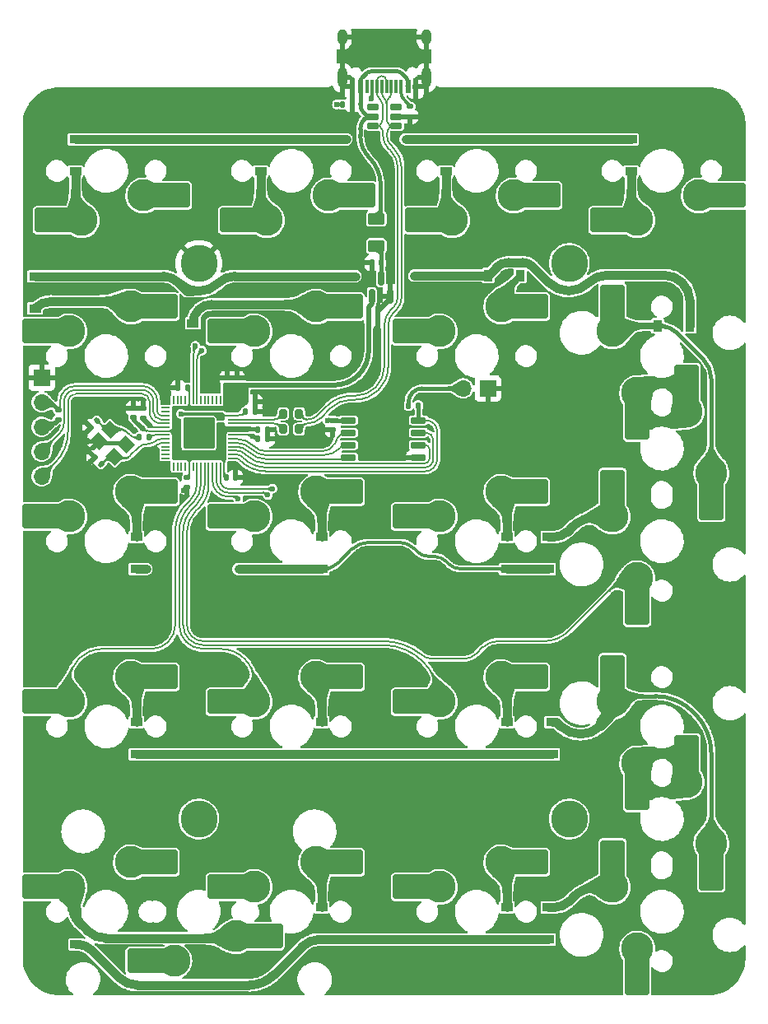
<source format=gbl>
%TF.GenerationSoftware,KiCad,Pcbnew,(6.0.6)*%
%TF.CreationDate,2022-08-17T22:11:57+10:00*%
%TF.ProjectId,snzagpad,736e7a61-6770-4616-942e-6b696361645f,rev?*%
%TF.SameCoordinates,Original*%
%TF.FileFunction,Copper,L2,Bot*%
%TF.FilePolarity,Positive*%
%FSLAX46Y46*%
G04 Gerber Fmt 4.6, Leading zero omitted, Abs format (unit mm)*
G04 Created by KiCad (PCBNEW (6.0.6)) date 2022-08-17 22:11:57*
%MOMM*%
%LPD*%
G01*
G04 APERTURE LIST*
G04 Aperture macros list*
%AMRoundRect*
0 Rectangle with rounded corners*
0 $1 Rounding radius*
0 $2 $3 $4 $5 $6 $7 $8 $9 X,Y pos of 4 corners*
0 Add a 4 corners polygon primitive as box body*
4,1,4,$2,$3,$4,$5,$6,$7,$8,$9,$2,$3,0*
0 Add four circle primitives for the rounded corners*
1,1,$1+$1,$2,$3*
1,1,$1+$1,$4,$5*
1,1,$1+$1,$6,$7*
1,1,$1+$1,$8,$9*
0 Add four rect primitives between the rounded corners*
20,1,$1+$1,$2,$3,$4,$5,0*
20,1,$1+$1,$4,$5,$6,$7,0*
20,1,$1+$1,$6,$7,$8,$9,0*
20,1,$1+$1,$8,$9,$2,$3,0*%
%AMRotRect*
0 Rectangle, with rotation*
0 The origin of the aperture is its center*
0 $1 length*
0 $2 width*
0 $3 Rotation angle, in degrees counterclockwise*
0 Add horizontal line*
21,1,$1,$2,0,0,$3*%
G04 Aperture macros list end*
%TA.AperFunction,ComponentPad*%
%ADD10R,1.700000X1.700000*%
%TD*%
%TA.AperFunction,ComponentPad*%
%ADD11O,1.700000X1.700000*%
%TD*%
%TA.AperFunction,SMDPad,CuDef*%
%ADD12R,1.200000X0.900000*%
%TD*%
%TA.AperFunction,SMDPad,CuDef*%
%ADD13RoundRect,0.140000X-0.219203X-0.021213X-0.021213X-0.219203X0.219203X0.021213X0.021213X0.219203X0*%
%TD*%
%TA.AperFunction,SMDPad,CuDef*%
%ADD14RoundRect,0.140000X-0.140000X-0.170000X0.140000X-0.170000X0.140000X0.170000X-0.140000X0.170000X0*%
%TD*%
%TA.AperFunction,SMDPad,CuDef*%
%ADD15RoundRect,0.150000X0.475000X0.150000X-0.475000X0.150000X-0.475000X-0.150000X0.475000X-0.150000X0*%
%TD*%
%TA.AperFunction,SMDPad,CuDef*%
%ADD16R,0.600000X1.450000*%
%TD*%
%TA.AperFunction,SMDPad,CuDef*%
%ADD17R,0.300000X1.450000*%
%TD*%
%TA.AperFunction,ComponentPad*%
%ADD18O,1.000000X2.100000*%
%TD*%
%TA.AperFunction,ComponentPad*%
%ADD19O,1.000000X1.600000*%
%TD*%
%TA.AperFunction,ComponentPad*%
%ADD20C,3.300000*%
%TD*%
%TA.AperFunction,SMDPad,CuDef*%
%ADD21RoundRect,0.250000X-1.025000X-1.000000X1.025000X-1.000000X1.025000X1.000000X-1.025000X1.000000X0*%
%TD*%
%TA.AperFunction,SMDPad,CuDef*%
%ADD22R,1.650000X2.500000*%
%TD*%
%TA.AperFunction,SMDPad,CuDef*%
%ADD23RoundRect,0.140000X-0.170000X0.140000X-0.170000X-0.140000X0.170000X-0.140000X0.170000X0.140000X0*%
%TD*%
%TA.AperFunction,SMDPad,CuDef*%
%ADD24R,2.500000X1.650000*%
%TD*%
%TA.AperFunction,SMDPad,CuDef*%
%ADD25RoundRect,0.250000X1.000000X-1.025000X1.000000X1.025000X-1.000000X1.025000X-1.000000X-1.025000X0*%
%TD*%
%TA.AperFunction,ComponentPad*%
%ADD26C,3.800000*%
%TD*%
%TA.AperFunction,SMDPad,CuDef*%
%ADD27RoundRect,0.140000X0.140000X0.170000X-0.140000X0.170000X-0.140000X-0.170000X0.140000X-0.170000X0*%
%TD*%
%TA.AperFunction,SMDPad,CuDef*%
%ADD28RoundRect,0.250000X1.025000X1.000000X-1.025000X1.000000X-1.025000X-1.000000X1.025000X-1.000000X0*%
%TD*%
%TA.AperFunction,SMDPad,CuDef*%
%ADD29RoundRect,0.135000X-0.135000X-0.185000X0.135000X-0.185000X0.135000X0.185000X-0.135000X0.185000X0*%
%TD*%
%TA.AperFunction,SMDPad,CuDef*%
%ADD30RotRect,1.400000X1.200000X315.000000*%
%TD*%
%TA.AperFunction,SMDPad,CuDef*%
%ADD31RoundRect,0.250000X-1.000000X1.025000X-1.000000X-1.025000X1.000000X-1.025000X1.000000X1.025000X0*%
%TD*%
%TA.AperFunction,SMDPad,CuDef*%
%ADD32RoundRect,0.140000X0.021213X-0.219203X0.219203X-0.021213X-0.021213X0.219203X-0.219203X0.021213X0*%
%TD*%
%TA.AperFunction,SMDPad,CuDef*%
%ADD33RoundRect,0.150000X0.650000X0.150000X-0.650000X0.150000X-0.650000X-0.150000X0.650000X-0.150000X0*%
%TD*%
%TA.AperFunction,SMDPad,CuDef*%
%ADD34RoundRect,0.200000X0.200000X0.275000X-0.200000X0.275000X-0.200000X-0.275000X0.200000X-0.275000X0*%
%TD*%
%TA.AperFunction,SMDPad,CuDef*%
%ADD35R,0.900000X1.200000*%
%TD*%
%TA.AperFunction,SMDPad,CuDef*%
%ADD36RoundRect,0.140000X0.170000X-0.140000X0.170000X0.140000X-0.170000X0.140000X-0.170000X-0.140000X0*%
%TD*%
%TA.AperFunction,SMDPad,CuDef*%
%ADD37RoundRect,0.135000X-0.185000X0.135000X-0.185000X-0.135000X0.185000X-0.135000X0.185000X0.135000X0*%
%TD*%
%TA.AperFunction,SMDPad,CuDef*%
%ADD38RoundRect,0.050000X0.050000X-0.387500X0.050000X0.387500X-0.050000X0.387500X-0.050000X-0.387500X0*%
%TD*%
%TA.AperFunction,SMDPad,CuDef*%
%ADD39RoundRect,0.050000X0.387500X-0.050000X0.387500X0.050000X-0.387500X0.050000X-0.387500X-0.050000X0*%
%TD*%
%TA.AperFunction,ComponentPad*%
%ADD40C,0.600000*%
%TD*%
%TA.AperFunction,SMDPad,CuDef*%
%ADD41RoundRect,0.144000X1.456000X-1.456000X1.456000X1.456000X-1.456000X1.456000X-1.456000X-1.456000X0*%
%TD*%
%TA.AperFunction,SMDPad,CuDef*%
%ADD42RoundRect,0.150000X0.150000X-0.587500X0.150000X0.587500X-0.150000X0.587500X-0.150000X-0.587500X0*%
%TD*%
%TA.AperFunction,SMDPad,CuDef*%
%ADD43RoundRect,0.135000X0.185000X-0.135000X0.185000X0.135000X-0.185000X0.135000X-0.185000X-0.135000X0*%
%TD*%
%TA.AperFunction,SMDPad,CuDef*%
%ADD44RoundRect,0.250000X-0.625000X0.375000X-0.625000X-0.375000X0.625000X-0.375000X0.625000X0.375000X0*%
%TD*%
%TA.AperFunction,ViaPad*%
%ADD45C,0.600000*%
%TD*%
%TA.AperFunction,ViaPad*%
%ADD46C,0.800000*%
%TD*%
%TA.AperFunction,Conductor*%
%ADD47C,0.500000*%
%TD*%
%TA.AperFunction,Conductor*%
%ADD48C,0.400000*%
%TD*%
%TA.AperFunction,Conductor*%
%ADD49C,0.200000*%
%TD*%
%TA.AperFunction,Conductor*%
%ADD50C,0.300000*%
%TD*%
%TA.AperFunction,Conductor*%
%ADD51C,0.900000*%
%TD*%
%TA.AperFunction,Conductor*%
%ADD52C,0.700000*%
%TD*%
G04 APERTURE END LIST*
D10*
X81318750Y-84297500D03*
D11*
X78778750Y-84297500D03*
D10*
X35420625Y-83172500D03*
D11*
X35420625Y-85712500D03*
X35420625Y-88252500D03*
X35420625Y-90792500D03*
X35420625Y-93332500D03*
D12*
X45168750Y-121922500D03*
X45168750Y-118622500D03*
D13*
X40889339Y-91390589D03*
X41568161Y-92069411D03*
D14*
X56408750Y-86720000D03*
X57368750Y-86720000D03*
D15*
X71873750Y-55381250D03*
X71873750Y-56331250D03*
X71873750Y-57281250D03*
X69523750Y-57281250D03*
X69523750Y-56331250D03*
X69523750Y-55381250D03*
D16*
X67393750Y-53257500D03*
X68193750Y-53257500D03*
D17*
X69393750Y-53257500D03*
X70393750Y-53257500D03*
X70893750Y-53257500D03*
X71893750Y-53257500D03*
D16*
X73093750Y-53257500D03*
X73893750Y-53257500D03*
X73893750Y-53257500D03*
X73093750Y-53257500D03*
D17*
X72393750Y-53257500D03*
X71393750Y-53257500D03*
X69893750Y-53257500D03*
X68893750Y-53257500D03*
D16*
X68193750Y-53257500D03*
X67393750Y-53257500D03*
D18*
X74963750Y-52342500D03*
D19*
X74963750Y-48162500D03*
X66323750Y-48162500D03*
D18*
X66323750Y-52342500D03*
D12*
X57943750Y-58675000D03*
X57943750Y-61975000D03*
D20*
X83978750Y-64452500D03*
D21*
X87528750Y-64452500D03*
D22*
X85803750Y-64452500D03*
D21*
X74078750Y-66992500D03*
D22*
X75828750Y-66992500D03*
D20*
X77628750Y-66992500D03*
D23*
X65371250Y-87572500D03*
X65371250Y-88532500D03*
D14*
X56408750Y-85700000D03*
X57368750Y-85700000D03*
D20*
X101758750Y-124777500D03*
D24*
X101758750Y-122952500D03*
D25*
X101758750Y-121227500D03*
D20*
X104298750Y-131127500D03*
D25*
X104298750Y-134677500D03*
D24*
X104298750Y-132927500D03*
D26*
X89693750Y-71437500D03*
D12*
X96043750Y-58675000D03*
X96043750Y-61975000D03*
D27*
X70018750Y-76312500D03*
X69058750Y-76312500D03*
D28*
X34708750Y-135572500D03*
D22*
X36433750Y-135572500D03*
D20*
X38258750Y-135572500D03*
X44608750Y-133032500D03*
D28*
X48158750Y-133032500D03*
D22*
X46408750Y-133032500D03*
D12*
X64218750Y-121922500D03*
X64218750Y-118622500D03*
D29*
X66370000Y-55088750D03*
X67390000Y-55088750D03*
D14*
X54380000Y-93470000D03*
X55340000Y-93470000D03*
D30*
X42511972Y-88541142D03*
X44067607Y-90096777D03*
X42865526Y-91298858D03*
X41309891Y-89743223D03*
D14*
X69058750Y-77332500D03*
X70018750Y-77332500D03*
D20*
X38258750Y-78422500D03*
D22*
X36433750Y-78422500D03*
D28*
X34708750Y-78422500D03*
D22*
X46408750Y-75882500D03*
D28*
X48158750Y-75882500D03*
D20*
X44608750Y-75882500D03*
X101758750Y-86677500D03*
D24*
X101758750Y-84852500D03*
D25*
X101758750Y-83127500D03*
X104298750Y-96577500D03*
D24*
X104298750Y-94827500D03*
D20*
X104298750Y-93027500D03*
D29*
X73161250Y-86052500D03*
X74181250Y-86052500D03*
D20*
X96678750Y-122872500D03*
D24*
X96678750Y-124697500D03*
D31*
X96678750Y-126422500D03*
D20*
X94138750Y-116522500D03*
D24*
X94138750Y-114722500D03*
D31*
X94138750Y-112972500D03*
D12*
X64218750Y-102872500D03*
X64218750Y-99572500D03*
D23*
X50380000Y-93490000D03*
X50380000Y-94450000D03*
D12*
X83268750Y-121922500D03*
X83268750Y-118622500D03*
D20*
X96678750Y-103822500D03*
D31*
X96678750Y-107372500D03*
D24*
X96678750Y-105647500D03*
X94138750Y-95672500D03*
D31*
X94138750Y-93922500D03*
D20*
X94138750Y-97472500D03*
D32*
X40469339Y-88309411D03*
X41148161Y-87630589D03*
D33*
X74181250Y-87577500D03*
X74181250Y-88847500D03*
X74181250Y-90117500D03*
X74181250Y-91387500D03*
X66981250Y-91387500D03*
X66981250Y-90117500D03*
X66981250Y-88847500D03*
X66981250Y-87577500D03*
D26*
X51593750Y-128587500D03*
D12*
X38968750Y-141482500D03*
X38968750Y-138182500D03*
X64218750Y-140972500D03*
X64218750Y-137672500D03*
D34*
X61908750Y-86892500D03*
X60258750Y-86892500D03*
D26*
X89693750Y-128587500D03*
D22*
X36433750Y-97472500D03*
D20*
X38258750Y-97472500D03*
D28*
X34708750Y-97472500D03*
X48158750Y-94932500D03*
D20*
X44608750Y-94932500D03*
D22*
X46408750Y-94932500D03*
D20*
X76358750Y-116522500D03*
D28*
X72808750Y-116522500D03*
D22*
X74533750Y-116522500D03*
X84508750Y-113982500D03*
D28*
X86258750Y-113982500D03*
D20*
X82708750Y-113982500D03*
D22*
X55483750Y-135572500D03*
D28*
X53758750Y-135572500D03*
D20*
X57308750Y-135572500D03*
X63658750Y-133032500D03*
D28*
X67208750Y-133032500D03*
D22*
X65458750Y-133032500D03*
D12*
X83268750Y-102872500D03*
X83268750Y-99572500D03*
D35*
X81358750Y-72682500D03*
X84658750Y-72682500D03*
D12*
X83268750Y-140972500D03*
X83268750Y-137672500D03*
D20*
X76358750Y-97472500D03*
D28*
X72808750Y-97472500D03*
D22*
X74533750Y-97472500D03*
D28*
X86258750Y-94932500D03*
D20*
X82708750Y-94932500D03*
D22*
X84508750Y-94932500D03*
D14*
X57678750Y-88510000D03*
X58638750Y-88510000D03*
D20*
X38258750Y-116522500D03*
D28*
X34708750Y-116522500D03*
D22*
X36433750Y-116522500D03*
X46408750Y-113982500D03*
D20*
X44608750Y-113982500D03*
D28*
X48158750Y-113982500D03*
D27*
X50410000Y-84240000D03*
X49450000Y-84240000D03*
D21*
X68478750Y-64452500D03*
D20*
X64928750Y-64452500D03*
D22*
X66753750Y-64452500D03*
D20*
X58578750Y-66992500D03*
D22*
X56778750Y-66992500D03*
D21*
X55028750Y-66992500D03*
D28*
X53758750Y-78422500D03*
D20*
X57308750Y-78422500D03*
D22*
X55483750Y-78422500D03*
D28*
X67208750Y-75882500D03*
D20*
X63658750Y-75882500D03*
D22*
X65458750Y-75882500D03*
D21*
X106578750Y-64452500D03*
D20*
X103028750Y-64452500D03*
D22*
X104853750Y-64452500D03*
D20*
X96678750Y-66992500D03*
D22*
X94878750Y-66992500D03*
D21*
X93128750Y-66992500D03*
D36*
X44878750Y-87312500D03*
X44878750Y-86352500D03*
D12*
X87528750Y-102872500D03*
X87528750Y-99572500D03*
D14*
X57678750Y-89480000D03*
X58638750Y-89480000D03*
D20*
X76358750Y-135572500D03*
D22*
X74533750Y-135572500D03*
D28*
X72808750Y-135572500D03*
D22*
X84508750Y-133032500D03*
D20*
X82708750Y-133032500D03*
D28*
X86258750Y-133032500D03*
D12*
X34738750Y-72752500D03*
X34738750Y-76052500D03*
D37*
X73340000Y-55308750D03*
X73340000Y-56328750D03*
D31*
X96678750Y-145472500D03*
D24*
X96678750Y-143747500D03*
D20*
X96678750Y-141922500D03*
D31*
X94138750Y-132022500D03*
D20*
X94138750Y-135572500D03*
D24*
X94138750Y-133772500D03*
D12*
X45168750Y-102872500D03*
X45168750Y-99572500D03*
D20*
X55403750Y-140652500D03*
D22*
X57228750Y-140652500D03*
D21*
X58953750Y-140652500D03*
X45503750Y-143192500D03*
D20*
X49053750Y-143192500D03*
D22*
X47253750Y-143192500D03*
D20*
X57308750Y-97472500D03*
D28*
X53758750Y-97472500D03*
D22*
X55483750Y-97472500D03*
D20*
X63658750Y-94932500D03*
D28*
X67208750Y-94932500D03*
D22*
X65458750Y-94932500D03*
D38*
X54198750Y-92327500D03*
X53798750Y-92327500D03*
X53398750Y-92327500D03*
X52998750Y-92327500D03*
X52598750Y-92327500D03*
X52198750Y-92327500D03*
X51798750Y-92327500D03*
X51398750Y-92327500D03*
X50998750Y-92327500D03*
X50598750Y-92327500D03*
X50198750Y-92327500D03*
X49798750Y-92327500D03*
X49398750Y-92327500D03*
X48998750Y-92327500D03*
D39*
X48161250Y-91490000D03*
X48161250Y-91090000D03*
X48161250Y-90690000D03*
X48161250Y-90290000D03*
X48161250Y-89890000D03*
X48161250Y-89490000D03*
X48161250Y-89090000D03*
X48161250Y-88690000D03*
X48161250Y-88290000D03*
X48161250Y-87890000D03*
X48161250Y-87490000D03*
X48161250Y-87090000D03*
X48161250Y-86690000D03*
X48161250Y-86290000D03*
D38*
X48998750Y-85452500D03*
X49398750Y-85452500D03*
X49798750Y-85452500D03*
X50198750Y-85452500D03*
X50598750Y-85452500D03*
X50998750Y-85452500D03*
X51398750Y-85452500D03*
X51798750Y-85452500D03*
X52198750Y-85452500D03*
X52598750Y-85452500D03*
X52998750Y-85452500D03*
X53398750Y-85452500D03*
X53798750Y-85452500D03*
X54198750Y-85452500D03*
D39*
X55036250Y-86290000D03*
X55036250Y-86690000D03*
X55036250Y-87090000D03*
X55036250Y-87490000D03*
X55036250Y-87890000D03*
X55036250Y-88290000D03*
X55036250Y-88690000D03*
X55036250Y-89090000D03*
X55036250Y-89490000D03*
X55036250Y-89890000D03*
X55036250Y-90290000D03*
X55036250Y-90690000D03*
X55036250Y-91090000D03*
X55036250Y-91490000D03*
D40*
X50323750Y-87615000D03*
D41*
X51598750Y-88890000D03*
D40*
X51598750Y-87615000D03*
X50323750Y-88890000D03*
X52873750Y-87615000D03*
X50323750Y-90165000D03*
X52873750Y-90165000D03*
X51598750Y-90165000D03*
X51598750Y-88890000D03*
X52873750Y-88890000D03*
D29*
X45438750Y-89340001D03*
X46458750Y-89340001D03*
D14*
X69408750Y-71392500D03*
X70368750Y-71392500D03*
D12*
X76993750Y-58675000D03*
X76993750Y-61975000D03*
X87928750Y-121922500D03*
X87928750Y-118622500D03*
D36*
X45878750Y-87320000D03*
X45878750Y-86360000D03*
D42*
X71278750Y-74800000D03*
X69378750Y-74800000D03*
X70328750Y-72925000D03*
D12*
X50978750Y-74292500D03*
X50978750Y-77592500D03*
D43*
X37110625Y-87492500D03*
X37110625Y-86472500D03*
D24*
X96678750Y-86597500D03*
D20*
X96678750Y-84772500D03*
D31*
X96678750Y-88322500D03*
X94138750Y-74872500D03*
D24*
X94138750Y-76622500D03*
D20*
X94138750Y-78422500D03*
D44*
X69848750Y-66842500D03*
X69848750Y-69642500D03*
D20*
X45878750Y-64452500D03*
D21*
X49428750Y-64452500D03*
D22*
X47703750Y-64452500D03*
D20*
X39528750Y-66992500D03*
D21*
X35978750Y-66992500D03*
D22*
X37728750Y-66992500D03*
D34*
X61898750Y-88492500D03*
X60248750Y-88492500D03*
D36*
X55528750Y-84189999D03*
X55528750Y-83229999D03*
D12*
X87528750Y-140972500D03*
X87528750Y-137672500D03*
X38893750Y-58675000D03*
X38893750Y-61975000D03*
D28*
X72808750Y-78422500D03*
D22*
X74533750Y-78422500D03*
D20*
X76358750Y-78422500D03*
D28*
X86258750Y-75882500D03*
D22*
X84508750Y-75882500D03*
D20*
X82708750Y-75882500D03*
D26*
X51593750Y-71437500D03*
D35*
X102088750Y-77862500D03*
X98788750Y-77862500D03*
D36*
X54518750Y-84190000D03*
X54518750Y-83230000D03*
D22*
X55483750Y-116522500D03*
D28*
X53758750Y-116522500D03*
D20*
X57308750Y-116522500D03*
D28*
X67208750Y-113982500D03*
D22*
X65458750Y-113982500D03*
D20*
X63658750Y-113982500D03*
D45*
X57950000Y-85700000D03*
X38810000Y-85530000D03*
X40460000Y-91820000D03*
X100600000Y-70310000D03*
X56420000Y-74180000D03*
X78070000Y-55980000D03*
X37610000Y-70650000D03*
X75030000Y-75240000D03*
X54348750Y-137822500D03*
X65590000Y-86760000D03*
X73100000Y-65190000D03*
X67480000Y-58030000D03*
X75350000Y-86410000D03*
D46*
X39990000Y-89740000D03*
D45*
X34940000Y-99660000D03*
X102930000Y-138590000D03*
X69730000Y-59700000D03*
X90418750Y-62642500D03*
X106000000Y-82980000D03*
X70818750Y-109652500D03*
X92680000Y-109830000D03*
X71730000Y-58190000D03*
X43118750Y-142452500D03*
X77640000Y-82000000D03*
D46*
X62990000Y-86730000D03*
D45*
X98828750Y-110362500D03*
X72700000Y-119600000D03*
X45160000Y-71010000D03*
X66370000Y-116670000D03*
X69330000Y-73000000D03*
X86120000Y-126640000D03*
X51210000Y-101810000D03*
X41570000Y-96150000D03*
X58860000Y-70890000D03*
X68350000Y-91260000D03*
X64862500Y-88530000D03*
X68890000Y-93490000D03*
D46*
X59130000Y-86720000D03*
D45*
X54520000Y-82650000D03*
X63232500Y-90180000D03*
X72320000Y-76670000D03*
X61028750Y-89492500D03*
X58470000Y-80800000D03*
X69820000Y-68200000D03*
X50550000Y-119370000D03*
X69400000Y-58160000D03*
X63030000Y-55980000D03*
X71280000Y-71510000D03*
X60940000Y-74080000D03*
X58870000Y-93470000D03*
X37430000Y-83910000D03*
X88028750Y-104402500D03*
X93678750Y-90732500D03*
X46470000Y-90660000D03*
X36840000Y-124530000D03*
X39900000Y-87740000D03*
X41920000Y-55930000D03*
X59480000Y-89480000D03*
X75640000Y-93370000D03*
X77728750Y-103552500D03*
X52800000Y-105430000D03*
X87160000Y-69130000D03*
X73060000Y-73340000D03*
X96970000Y-74770000D03*
X52040000Y-84410000D03*
X48150000Y-85460000D03*
X68200000Y-77870000D03*
X56360000Y-101710000D03*
X57950000Y-86720000D03*
X69088750Y-143862500D03*
D46*
X69950000Y-78230000D03*
D45*
X34638750Y-113032500D03*
X72240000Y-100950000D03*
X78970000Y-76570000D03*
X37020000Y-90180000D03*
X65248750Y-125662500D03*
X41360000Y-77280000D03*
X102020000Y-119060000D03*
X72510000Y-59660000D03*
X70730000Y-91350000D03*
X69430000Y-62680000D03*
X73060000Y-68760000D03*
X81050000Y-65490000D03*
X68830000Y-71390000D03*
X73050000Y-71520000D03*
X70910000Y-84700000D03*
D46*
X41940000Y-87080000D03*
D45*
X59758750Y-106602500D03*
X77730000Y-91890000D03*
X39678750Y-101882500D03*
X44880000Y-85770000D03*
X65050000Y-89640000D03*
X48220000Y-92320000D03*
X49990000Y-94840000D03*
X56720000Y-93730000D03*
X53080000Y-95580000D03*
X87280000Y-79070000D03*
X62818750Y-88532500D03*
X45880000Y-85770000D03*
X65500000Y-84760000D03*
X93618750Y-54422500D03*
X68330000Y-66360000D03*
X65410000Y-83090000D03*
X55530000Y-82650000D03*
X55820000Y-104360000D03*
X67720000Y-59650000D03*
X55060000Y-92240000D03*
X72900000Y-83580000D03*
X70220000Y-74800000D03*
X41710000Y-74060000D03*
X46440000Y-96920000D03*
X69140000Y-83270000D03*
X47090000Y-105210000D03*
D46*
X71280000Y-73190000D03*
D45*
X48230000Y-101810000D03*
X54950000Y-125040000D03*
X53600000Y-60690000D03*
X51800000Y-97700000D03*
X69360000Y-85830000D03*
X62020000Y-93470000D03*
X84628750Y-143942500D03*
X53960000Y-102080000D03*
X106010000Y-120650000D03*
X64822500Y-87570000D03*
X56818750Y-88490000D03*
X45778750Y-88402500D03*
X46518750Y-88082500D03*
X49733750Y-86917806D03*
X57158750Y-89260000D03*
X53813751Y-87187806D03*
X51890000Y-80400000D03*
X66760000Y-58670000D03*
X72860000Y-58670000D03*
X52155000Y-58675000D03*
X46930000Y-72752500D03*
X73748750Y-72682500D03*
X51230000Y-79920000D03*
X67690000Y-72750000D03*
X55670000Y-102870000D03*
X46170000Y-102870000D03*
X55630000Y-95640000D03*
X66937500Y-121922500D03*
X58680000Y-95250000D03*
X69310000Y-54478750D03*
X65800000Y-55088750D03*
X67297500Y-140972500D03*
X59160000Y-94600000D03*
D47*
X71318750Y-75012500D02*
X70018750Y-76312500D01*
D48*
X44878750Y-86352500D02*
X44878750Y-85771250D01*
X65371250Y-88532500D02*
X64865000Y-88532500D01*
D49*
X40460000Y-91870000D02*
X40460000Y-91820000D01*
D48*
X43890830Y-89920000D02*
X44067607Y-90096777D01*
D47*
X70018750Y-77332500D02*
X70018750Y-76312500D01*
D48*
X55528750Y-83229999D02*
X55528750Y-82651250D01*
X39993223Y-89743223D02*
X39990000Y-89740000D01*
X57368750Y-86720000D02*
X57950000Y-86720000D01*
D49*
X48161250Y-89890000D02*
X47764177Y-89890000D01*
D48*
X40469339Y-88309339D02*
X39900000Y-87740000D01*
D49*
X47261986Y-90098014D02*
X47243250Y-90116750D01*
D48*
X55528750Y-82651250D02*
X55530000Y-82650000D01*
D49*
X42867395Y-92750000D02*
X41578956Y-92750000D01*
D48*
X54518750Y-82651250D02*
X54520000Y-82650000D01*
X64865000Y-88532500D02*
X64862500Y-88530000D01*
X70018750Y-78161250D02*
X70018750Y-77332500D01*
X58638750Y-89480000D02*
X59480000Y-89480000D01*
X40889339Y-91390589D02*
X40889339Y-91390661D01*
X54518750Y-83230000D02*
X54518750Y-82651250D01*
X45878750Y-85771250D02*
X45880000Y-85770000D01*
D49*
X41171032Y-92581032D02*
X40460000Y-91870000D01*
D48*
X40889339Y-91390661D02*
X40460000Y-91820000D01*
X69408750Y-71392500D02*
X68832500Y-71392500D01*
D49*
X46535281Y-90410000D02*
X46351031Y-90410000D01*
D48*
X45878750Y-86360000D02*
X45878750Y-85771250D01*
X68832500Y-71392500D02*
X68830000Y-71390000D01*
X41309891Y-89743223D02*
X41486668Y-89920000D01*
X41486668Y-89920000D02*
X43890830Y-89920000D01*
X41309891Y-89743223D02*
X39993223Y-89743223D01*
X57368750Y-85700000D02*
X57950000Y-85700000D01*
D47*
X71318750Y-74802501D02*
X71318750Y-75012500D01*
D49*
X45615215Y-90714785D02*
X44083888Y-92246112D01*
D48*
X58638750Y-88510000D02*
X58638750Y-89480000D01*
X40469339Y-88309411D02*
X40469339Y-88309339D01*
X69950000Y-78230000D02*
X70018750Y-78161250D01*
D47*
X50380000Y-94450000D02*
X49990000Y-94840000D01*
D48*
X44878750Y-85771250D02*
X44880000Y-85770000D01*
D49*
X47261999Y-90098027D02*
G75*
G02*
X47764177Y-89890000I502201J-502173D01*
G01*
X42867395Y-92749990D02*
G75*
G03*
X44083887Y-92246111I5J1720390D01*
G01*
X41578956Y-92750028D02*
G75*
G02*
X41171032Y-92581032I44J576928D01*
G01*
X47243255Y-90116755D02*
G75*
G02*
X46535281Y-90410000I-707955J707955D01*
G01*
X45615200Y-90714770D02*
G75*
G02*
X46351031Y-90410000I735800J-735830D01*
G01*
X44556147Y-91202603D02*
X45350141Y-90408609D01*
X42608334Y-91041665D02*
X43066669Y-91500000D01*
X43066669Y-91500000D02*
X43838167Y-91500000D01*
X47740045Y-89490000D02*
X48161250Y-89490000D01*
X46312469Y-90010000D02*
X46484669Y-90010000D01*
X41568161Y-92069412D02*
X41580588Y-92069412D01*
X41580588Y-92069412D02*
X42608334Y-91041665D01*
X44556168Y-91202624D02*
G75*
G02*
X43838167Y-91500000I-717968J718024D01*
G01*
X46312469Y-90009967D02*
G75*
G03*
X45350141Y-90408609I31J-1360933D01*
G01*
X47740045Y-89490030D02*
G75*
G03*
X46995234Y-89798518I-45J-1053270D01*
G01*
X46995260Y-89798544D02*
G75*
G02*
X46484669Y-90010000I-510560J510644D01*
G01*
X43530336Y-88541142D02*
X42511973Y-88541142D01*
X44495775Y-89077026D02*
X44263633Y-88844884D01*
X41148162Y-87630589D02*
X42058714Y-88541142D01*
X42058714Y-88541142D02*
X42511973Y-88541142D01*
X45438750Y-89340000D02*
X45130654Y-89340000D01*
X44495789Y-89077012D02*
G75*
G03*
X45130654Y-89340000I634911J634912D01*
G01*
X43530336Y-88541123D02*
G75*
G02*
X44263633Y-88844884I-36J-1037077D01*
G01*
D48*
X70368750Y-70162500D02*
X69848750Y-69642500D01*
X70368750Y-71392500D02*
X70368750Y-70162500D01*
X70328750Y-72925000D02*
X70368750Y-72885000D01*
X70368750Y-72885000D02*
X70368750Y-71392500D01*
D47*
X69058750Y-75932500D02*
X69378750Y-75612500D01*
D49*
X50598750Y-92327500D02*
X50598750Y-91711250D01*
X55036249Y-88290000D02*
X56618750Y-88290000D01*
D47*
X56280000Y-84061249D02*
X56408750Y-84189999D01*
D48*
X65376250Y-87577500D02*
X66981250Y-87577500D01*
X37110625Y-87492500D02*
X36768599Y-87834526D01*
D49*
X55418750Y-86690000D02*
X56408750Y-85700000D01*
X50598750Y-85452500D02*
X50598750Y-86048750D01*
X50598750Y-93271250D02*
X50380000Y-93490000D01*
D48*
X45778750Y-88402500D02*
X44878750Y-87502500D01*
X56408750Y-85700000D02*
X56408750Y-84189999D01*
D49*
X50598750Y-92327501D02*
X50598750Y-93271250D01*
D47*
X56280000Y-83960000D02*
X56280000Y-84061249D01*
X69378750Y-75612500D02*
X69378750Y-74800000D01*
D48*
X57658750Y-88490000D02*
X56818750Y-88490000D01*
D49*
X54198750Y-85452500D02*
X54198750Y-84510000D01*
X46472823Y-88690000D02*
X48161250Y-88690000D01*
D47*
X69058750Y-77332500D02*
X69058750Y-80372320D01*
D48*
X55528750Y-84189999D02*
X54518750Y-84190000D01*
D49*
X55036250Y-88690000D02*
X56618750Y-88690000D01*
D48*
X57678751Y-88510000D02*
X57658750Y-88490000D01*
D49*
X54198750Y-93288750D02*
X54380000Y-93470000D01*
D48*
X56408750Y-84189999D02*
X55528750Y-84189999D01*
X44878750Y-87502500D02*
X44878750Y-87312500D01*
D49*
X48161250Y-88690000D02*
X48720000Y-88690000D01*
D48*
X65371250Y-87572500D02*
X65376250Y-87577500D01*
D49*
X54198750Y-92327500D02*
X54198750Y-93288750D01*
X55818750Y-86290000D02*
X56408750Y-85700000D01*
X55036250Y-86690001D02*
X55418750Y-86690000D01*
X50598750Y-86048750D02*
X50600000Y-86050000D01*
D48*
X35759520Y-88252500D02*
X35420625Y-88252500D01*
D49*
X50598751Y-85452500D02*
X50598751Y-84428751D01*
X64822500Y-87570000D02*
X64825000Y-87572500D01*
D47*
X69058750Y-77332500D02*
X69058750Y-75932500D01*
D49*
X55036250Y-86290000D02*
X55818750Y-86290000D01*
X54198750Y-84510000D02*
X54518750Y-84190000D01*
X50598751Y-84428751D02*
X50410000Y-84240000D01*
X64825000Y-87572500D02*
X65371250Y-87572500D01*
X56618750Y-88690000D02*
X56818750Y-88490000D01*
X56618750Y-88290000D02*
X56818750Y-88490000D01*
D47*
X65471070Y-83960000D02*
X56280000Y-83960000D01*
D49*
X54198750Y-92327500D02*
X54198750Y-91628750D01*
D47*
X65471070Y-83959950D02*
G75*
G03*
X69058750Y-80372320I30J3587650D01*
G01*
D48*
X35759520Y-88252500D02*
G75*
G03*
X36768599Y-87834526I-20J1427100D01*
G01*
D49*
X45778750Y-88402500D02*
G75*
G03*
X46472823Y-88690000I694050J694000D01*
G01*
X57158750Y-89260000D02*
X56988750Y-89090000D01*
X56988750Y-89090000D02*
X55036250Y-89090000D01*
X55036250Y-87089999D02*
X55567136Y-87090000D01*
X53911557Y-87090000D02*
X53813751Y-87187806D01*
X56372229Y-86756521D02*
X56408750Y-86720000D01*
X47019695Y-88290000D02*
X48161250Y-88290000D01*
D47*
X45878750Y-87442500D02*
X45878750Y-87320000D01*
D49*
X55036250Y-87090000D02*
X53911557Y-87090000D01*
D47*
X46518750Y-88082500D02*
X45878750Y-87442500D01*
D50*
X49753750Y-86937805D02*
X50423750Y-86937806D01*
D48*
X57158750Y-89260000D02*
X57678750Y-89480000D01*
D49*
X47019695Y-88290014D02*
G75*
G02*
X46518751Y-88082499I5J708414D01*
G01*
X55567136Y-87090018D02*
G75*
G03*
X56372229Y-86756521I-36J1138618D01*
G01*
X51400000Y-81304214D02*
X51398750Y-81305464D01*
D51*
X52155000Y-58675000D02*
X57943750Y-58675000D01*
X38893750Y-58675000D02*
X52155000Y-58675000D01*
D49*
X51398750Y-81305464D02*
X51398750Y-85452500D01*
D51*
X76988750Y-58670000D02*
X76993750Y-58675000D01*
X66755000Y-58675000D02*
X66760000Y-58670000D01*
D49*
X51890000Y-80400000D02*
X51692893Y-80597107D01*
D51*
X72860000Y-58670000D02*
X76988750Y-58670000D01*
X57943750Y-58675000D02*
X66755000Y-58675000D01*
X76993750Y-58675000D02*
X96043750Y-58675000D01*
D49*
X51400027Y-81304214D02*
G75*
G02*
X51692893Y-80597107I1000273J-86D01*
G01*
D51*
X38893750Y-61975000D02*
X38893750Y-66357500D01*
X38893750Y-66357500D02*
X39528750Y-66992500D01*
X57943750Y-61975000D02*
X57943750Y-66357500D01*
X57943750Y-66357500D02*
X58578750Y-66992500D01*
X76993750Y-61975000D02*
X76993750Y-66357500D01*
X76993750Y-66357500D02*
X77628750Y-66992500D01*
X96043750Y-66357500D02*
X96678750Y-66992500D01*
X96043750Y-61975000D02*
X96043750Y-66357500D01*
X73748750Y-72682500D02*
X81358750Y-72682500D01*
X93512815Y-72662500D02*
X99465800Y-72662500D01*
D48*
X67690000Y-72750000D02*
X67687500Y-72752500D01*
D49*
X51000000Y-81189823D02*
X50998750Y-81191073D01*
X51230000Y-79920000D02*
X51138536Y-80230183D01*
D51*
X46930000Y-72752500D02*
X34738750Y-72752500D01*
X85896784Y-71740534D02*
X87548065Y-73391815D01*
X50978750Y-74292500D02*
X50378750Y-74292500D01*
X46931467Y-72753967D02*
X47975569Y-72753967D01*
X46930000Y-72752500D02*
X46931467Y-72753967D01*
D49*
X50998750Y-81191073D02*
X50998750Y-85452500D01*
D51*
X102088750Y-75285450D02*
X102088750Y-77862500D01*
X81358750Y-72682500D02*
X82165954Y-71875296D01*
X50378750Y-74292500D02*
X49544786Y-73458536D01*
D48*
X73748750Y-72682500D02*
X73748750Y-72668750D01*
D51*
X83476380Y-71332500D02*
X84911703Y-71332500D01*
X67687500Y-72752500D02*
X55297223Y-72752500D01*
X84911703Y-71332494D02*
G75*
G02*
X85896784Y-71740534I-3J-1393106D01*
G01*
X53592708Y-73458530D02*
G75*
G02*
X55297223Y-72752500I1704492J-1704470D01*
G01*
X53592714Y-73458536D02*
G75*
G02*
X49544786Y-73458536I-2023964J2023965D01*
G01*
X91730481Y-73400777D02*
G75*
G02*
X89650085Y-74262500I-2080381J2080377D01*
G01*
X102088700Y-75285450D02*
G75*
G03*
X99465800Y-72662500I-2622900J50D01*
G01*
X83476380Y-71332480D02*
G75*
G03*
X82165955Y-71875297I20J-1853220D01*
G01*
D49*
X50999992Y-81189823D02*
G75*
G02*
X51138537Y-80230183I3393308J-77D01*
G01*
D51*
X91730469Y-73400765D02*
G75*
G02*
X93512815Y-72662500I1782331J-1782335D01*
G01*
X87548074Y-73391806D02*
G75*
G03*
X89650085Y-74262500I2102026J2102006D01*
G01*
X49544797Y-73458525D02*
G75*
G03*
X47975569Y-72753968I-1714797J-1719475D01*
G01*
X44608750Y-75882500D02*
X44076250Y-75350000D01*
X44076250Y-75350000D02*
X36434726Y-75350000D01*
X36434726Y-75350030D02*
G75*
G03*
X34738751Y-76052501I-26J-2398470D01*
G01*
X63426250Y-75650000D02*
X63658750Y-75882500D01*
X52921250Y-75650000D02*
X63426250Y-75650000D01*
X50978700Y-77592500D02*
G75*
G02*
X52921250Y-75650000I1942500J0D01*
G01*
D52*
X82708750Y-75882500D02*
X82708750Y-74632500D01*
X82708750Y-74632500D02*
X84658750Y-72682500D01*
D48*
X103380120Y-81153870D02*
X100850890Y-78624640D01*
X104298750Y-93027500D02*
X104298750Y-83371639D01*
D52*
X94138750Y-78422500D02*
X94698750Y-77862500D01*
X94698750Y-77862500D02*
X98788750Y-77862500D01*
D48*
X99010921Y-77862500D02*
X98788750Y-77862500D01*
X99010921Y-77862483D02*
G75*
G02*
X100850890Y-78624640I-21J-2602117D01*
G01*
X103380129Y-81153861D02*
G75*
G02*
X104298750Y-83371639I-2217729J-2217739D01*
G01*
D50*
X75678581Y-101552500D02*
X75156265Y-101552500D01*
X74067959Y-101101709D02*
X73703361Y-100737111D01*
D51*
X83268750Y-102872500D02*
X87528750Y-102872500D01*
D50*
X64367941Y-102872500D02*
X64218750Y-102872500D01*
X77266316Y-102320066D02*
X77078696Y-102132446D01*
D49*
X52998750Y-93811557D02*
X52998750Y-92327500D01*
D50*
X67308146Y-100853104D02*
X65939860Y-102221390D01*
D51*
X55672500Y-102872500D02*
X64218750Y-102872500D01*
D50*
X83268750Y-102872500D02*
X78600012Y-102872500D01*
D51*
X46170000Y-102870000D02*
X45171250Y-102870000D01*
D49*
X55147170Y-95440000D02*
X54627193Y-95440000D01*
D51*
X55670000Y-102870000D02*
X55672500Y-102872500D01*
D50*
X72243702Y-100132500D02*
X69047838Y-100132500D01*
D51*
X45171250Y-102870000D02*
X45168750Y-102872500D01*
D49*
X55630013Y-95639987D02*
G75*
G03*
X55147170Y-95440000I-482813J-482813D01*
G01*
X54627193Y-95440050D02*
G75*
G02*
X52998750Y-93811557I7J1628450D01*
G01*
D50*
X77078713Y-102132429D02*
G75*
G03*
X75678581Y-101552500I-1400113J-1400171D01*
G01*
X77266317Y-102320065D02*
G75*
G03*
X78600012Y-102872500I1333683J1333665D01*
G01*
X73703367Y-100737105D02*
G75*
G03*
X72243702Y-100132500I-1459667J-1459695D01*
G01*
X74067976Y-101101692D02*
G75*
G03*
X75156265Y-101552500I1088324J1088292D01*
G01*
X67308126Y-100853084D02*
G75*
G02*
X69047838Y-100132500I1739674J-1739716D01*
G01*
X65939833Y-102221363D02*
G75*
G02*
X64367941Y-102872500I-1571933J1571863D01*
G01*
D51*
X64218750Y-95492500D02*
X63658750Y-94932500D01*
X64218750Y-99572500D02*
X64218750Y-95492500D01*
X83268750Y-99572500D02*
X83268750Y-95492500D01*
X83268750Y-95492500D02*
X82708750Y-94932500D01*
X87528750Y-99572500D02*
X88137751Y-99572500D01*
X92768352Y-97472500D02*
X94138750Y-97472500D01*
X89522212Y-98999038D02*
X89832808Y-98688442D01*
X89832829Y-98688463D02*
G75*
G02*
X92768352Y-97472500I2935571J-2935537D01*
G01*
X89522231Y-98999057D02*
G75*
G02*
X88137751Y-99572500I-1384431J1384457D01*
G01*
X45168750Y-118622500D02*
X45168750Y-114542500D01*
X45168750Y-114542500D02*
X44608750Y-113982500D01*
X83268750Y-121922500D02*
X87928750Y-121922500D01*
X66937500Y-121922500D02*
X83268750Y-121922500D01*
D49*
X58148886Y-95030000D02*
X54654345Y-95030000D01*
D51*
X45168750Y-121922500D02*
X66937500Y-121922500D01*
D49*
X53398750Y-93774405D02*
X53398750Y-92327500D01*
X58680008Y-95249992D02*
G75*
G03*
X58148886Y-95030000I-531108J-531108D01*
G01*
X53398700Y-93774405D02*
G75*
G03*
X54654345Y-95030000I1255600J5D01*
G01*
D51*
X83268750Y-137672500D02*
X83268750Y-133592500D01*
X83268750Y-133592500D02*
X82708750Y-133032500D01*
D48*
X68193750Y-55023387D02*
X68193750Y-53257500D01*
X69463187Y-51658750D02*
X71818914Y-51658750D01*
X68888750Y-56331250D02*
X68627110Y-56069610D01*
X68486643Y-52180857D02*
X68687407Y-51980090D01*
X69523750Y-56331250D02*
X68888750Y-56331250D01*
X72800857Y-52200857D02*
X72569768Y-51969766D01*
X68858750Y-56331250D02*
X68626077Y-56563923D01*
X68188750Y-57619723D02*
X68188750Y-58266239D01*
X68193750Y-53257500D02*
X68193750Y-52887964D01*
X70288750Y-63336083D02*
X70288750Y-66402500D01*
X69523750Y-56331250D02*
X68858750Y-56331250D01*
X70288750Y-66402500D02*
X69848750Y-66842500D01*
X73093750Y-52907964D02*
X73093750Y-53257500D01*
X71818914Y-51658737D02*
G75*
G02*
X72569768Y-51969766I-14J-1061863D01*
G01*
X73093790Y-52907964D02*
G75*
G03*
X72800857Y-52200857I-999990J-36D01*
G01*
X68188710Y-58266239D02*
G75*
G03*
X69152190Y-60592190I3289390J39D01*
G01*
X69152183Y-60592197D02*
G75*
G02*
X70288750Y-63336083I-2743883J-2743903D01*
G01*
X68626061Y-56563907D02*
G75*
G03*
X68188750Y-57619723I1055839J-1055793D01*
G01*
X69463187Y-51658751D02*
G75*
G03*
X68687407Y-51980090I13J-1097149D01*
G01*
X68193710Y-52887964D02*
G75*
G02*
X68486643Y-52180857I999990J-36D01*
G01*
X68627110Y-56069610D02*
G75*
G02*
X68193750Y-55023387I1046190J1046210D01*
G01*
D50*
X69393750Y-54395000D02*
X69310000Y-54478750D01*
X69393750Y-53257500D02*
X69393750Y-54395000D01*
X65800000Y-55088750D02*
X66370000Y-55088750D01*
D49*
X64126034Y-87325216D02*
X65081898Y-86369352D01*
X67283305Y-85457500D02*
X67667727Y-85457500D01*
X71627920Y-76483330D02*
X71920793Y-76190457D01*
X70938750Y-58333372D02*
X70938750Y-58132964D01*
X71873750Y-57281250D02*
X71278750Y-57281250D01*
X71393750Y-53946643D02*
X71393750Y-53257500D01*
X71278750Y-57281250D02*
X71191643Y-57194143D01*
X70540197Y-54290197D02*
X70587274Y-54337274D01*
X70393750Y-53257500D02*
X70393750Y-53936643D01*
X71231643Y-57425857D02*
X71376250Y-57281250D01*
X71210181Y-54337319D02*
X71247304Y-54300196D01*
X71376250Y-57281250D02*
X71873750Y-57281250D01*
X71612229Y-59562229D02*
X71331461Y-59281461D01*
X72438750Y-74939998D02*
X72438750Y-61557625D01*
X71058750Y-82066477D02*
X71058750Y-77857429D01*
X61898750Y-88492500D02*
X62316502Y-88074748D01*
X70898750Y-56487036D02*
X70898750Y-55089244D01*
X71247293Y-54300185D02*
G75*
G03*
X71393750Y-53946643I-353593J353585D01*
G01*
X64126033Y-87325215D02*
G75*
G02*
X62756490Y-87892500I-1369533J1369515D01*
G01*
X71627910Y-76483320D02*
G75*
G03*
X71058750Y-77857429I1374090J-1374080D01*
G01*
X70938755Y-58333372D02*
G75*
G03*
X71331461Y-59281461I1340745J-28D01*
G01*
X70587297Y-54337251D02*
G75*
G02*
X70898750Y-55089244I-751997J-751949D01*
G01*
X71191672Y-57194114D02*
G75*
G02*
X70898750Y-56487036I707028J707114D01*
G01*
X67283305Y-85457515D02*
G75*
G03*
X65081898Y-86369352I-5J-3113285D01*
G01*
X62316515Y-88074761D02*
G75*
G02*
X62756490Y-87892500I439985J-439939D01*
G01*
X71058700Y-82066477D02*
G75*
G02*
X67667727Y-85457500I-3391000J-23D01*
G01*
X70898724Y-55089244D02*
G75*
G02*
X71210181Y-54337319I1063276J44D01*
G01*
X70938710Y-58132964D02*
G75*
G02*
X71231643Y-57425857I999990J-36D01*
G01*
X72438721Y-61557625D02*
G75*
G03*
X71612228Y-59562230I-2821921J25D01*
G01*
X72438738Y-74939998D02*
G75*
G02*
X71920793Y-76190457I-1768438J-2D01*
G01*
X70393705Y-53936643D02*
G75*
G03*
X70540197Y-54290197I499995J43D01*
G01*
X70205857Y-57221643D02*
X70146250Y-57281250D01*
X70498750Y-55121122D02*
X70498750Y-56514536D01*
X62715857Y-87492500D02*
X62757552Y-87492500D01*
X70146250Y-57281250D02*
X69523750Y-57281250D01*
X61908750Y-86892500D02*
X62362268Y-87346018D01*
X69893750Y-53257500D02*
X69893750Y-52658750D01*
X70245857Y-57393357D02*
X70133750Y-57281250D01*
X69893750Y-53257500D02*
X69893750Y-53836563D01*
X70893750Y-52658750D02*
X70893750Y-53257500D01*
X71327118Y-59847118D02*
X71037829Y-59557829D01*
X70658750Y-82057500D02*
X70658750Y-77836385D01*
X70167531Y-54497531D02*
X70292013Y-54622013D01*
X67275635Y-85057500D02*
X67658750Y-85057500D01*
X70133750Y-57281250D02*
X69523750Y-57281250D01*
X63818003Y-87053247D02*
X64780040Y-86091210D01*
X71333248Y-76208002D02*
X71633566Y-75907684D01*
X72038750Y-74929483D02*
X72038750Y-61565150D01*
X70538750Y-58352947D02*
X70538750Y-58100464D01*
X71037854Y-59557804D02*
G75*
G02*
X70538750Y-58352947I1204846J1204904D01*
G01*
X70498790Y-56514536D02*
G75*
G02*
X70205857Y-57221643I-999990J36D01*
G01*
X70658700Y-82057500D02*
G75*
G02*
X67658750Y-85057500I-3000000J0D01*
G01*
X70658730Y-77836385D02*
G75*
G02*
X71333248Y-76208002I2302870J-15D01*
G01*
X63818026Y-87053270D02*
G75*
G02*
X62757552Y-87492500I-1060426J1060470D01*
G01*
X69893750Y-52658750D02*
G75*
G02*
X70393750Y-52158750I500050J-50D01*
G01*
X70893750Y-52658750D02*
G75*
G03*
X70393750Y-52158750I-500050J-50D01*
G01*
X72038748Y-74929483D02*
G75*
G02*
X71633566Y-75907684I-1383348J-17D01*
G01*
X67275635Y-85057524D02*
G75*
G03*
X64780040Y-86091210I-35J-3529276D01*
G01*
X62362269Y-87346017D02*
G75*
G03*
X62715857Y-87492500I353631J353617D01*
G01*
X72038718Y-61565150D02*
G75*
G03*
X71327117Y-59847119I-2429618J50D01*
G01*
X70245828Y-57393386D02*
G75*
G02*
X70538750Y-58100464I-707028J-707114D01*
G01*
X70292024Y-54622002D02*
G75*
G02*
X70498750Y-55121122I-499124J-499098D01*
G01*
X70167513Y-54497549D02*
G75*
G02*
X69893750Y-53836563I660987J660949D01*
G01*
D50*
X72686643Y-54575393D02*
X73340000Y-55228750D01*
X72393750Y-53257500D02*
X72393750Y-53868286D01*
X73340000Y-55228750D02*
X73340000Y-55308750D01*
X72686647Y-54575389D02*
G75*
G02*
X72393750Y-53868286I707053J707089D01*
G01*
D49*
X37320625Y-85617880D02*
X37320625Y-86262500D01*
D48*
X35936411Y-85712500D02*
X35420625Y-85712500D01*
X37110625Y-86472500D02*
X36643536Y-86005411D01*
D49*
X47308750Y-86658855D02*
X47308750Y-85571874D01*
X37320625Y-86262500D02*
X37110625Y-86472500D01*
X48161250Y-87090000D02*
X47739895Y-87090000D01*
X45786876Y-84050000D02*
X38888505Y-84050000D01*
X35960625Y-85712500D02*
X35420625Y-85712500D01*
X37320600Y-85617880D02*
G75*
G02*
X38888505Y-84050000I1567900J-20D01*
G01*
D48*
X36643551Y-86005396D02*
G75*
G03*
X35936411Y-85712500I-707151J-707204D01*
G01*
D49*
X45786876Y-84050050D02*
G75*
G02*
X47308750Y-85571874I24J-1521850D01*
G01*
X47308800Y-86658855D02*
G75*
G03*
X47739895Y-87090000I431100J-45D01*
G01*
X45758824Y-84852500D02*
X38904284Y-84852500D01*
X38130625Y-85626159D02*
X38130625Y-88744612D01*
X46508750Y-86726256D02*
X46508750Y-85602426D01*
X48161250Y-87890000D02*
X47672494Y-87890000D01*
X36802757Y-91950368D02*
X35420625Y-93332500D01*
X38904284Y-84852525D02*
G75*
G03*
X38130625Y-85626159I16J-773675D01*
G01*
X46508800Y-86726256D02*
G75*
G03*
X47672494Y-87890000I1163700J-44D01*
G01*
X36802751Y-91950362D02*
G75*
G03*
X38130625Y-88744612I-3205751J3205762D01*
G01*
X45758824Y-84852450D02*
G75*
G02*
X46508750Y-85602426I-24J-749950D01*
G01*
X48161250Y-87490000D02*
X47696547Y-87490000D01*
X46908750Y-86702203D02*
X46908750Y-85591907D01*
X37730625Y-85615639D02*
X37730625Y-87769216D01*
X45769343Y-84452500D02*
X38893764Y-84452500D01*
X37226257Y-88986868D02*
X35420625Y-90792500D01*
X46908700Y-85591907D02*
G75*
G03*
X45769343Y-84452500I-1139400J7D01*
G01*
X37730700Y-85615639D02*
G75*
G02*
X38893764Y-84452500I1163100J39D01*
G01*
X37226250Y-88986861D02*
G75*
G03*
X37730625Y-87769216I-1217650J1217661D01*
G01*
X46908700Y-86702203D02*
G75*
G03*
X47696547Y-87490000I787800J3D01*
G01*
X55036250Y-87890000D02*
X59317036Y-87890000D01*
X59879038Y-88122788D02*
X60248750Y-88492500D01*
X59879021Y-88122805D02*
G75*
G03*
X59317036Y-87890000I-562021J-561995D01*
G01*
X59908441Y-87242809D02*
X60258750Y-86892500D01*
X55036250Y-87490000D02*
X59311669Y-87490000D01*
X59908464Y-87242832D02*
G75*
G02*
X59311669Y-87490000I-596764J596832D01*
G01*
D48*
X78778750Y-84297500D02*
X74556103Y-84297500D01*
X73161250Y-85692353D02*
X73161250Y-86052500D01*
X73161200Y-85692353D02*
G75*
G02*
X74556103Y-84297500I1394900J-47D01*
G01*
D49*
X74960223Y-87577500D02*
X74181250Y-87577500D01*
X58513252Y-92822500D02*
X74844507Y-92822500D01*
X76111250Y-91555757D02*
X76111250Y-88728527D01*
X55766437Y-91627687D02*
X55863819Y-91725069D01*
X55036250Y-91490000D02*
X55434031Y-91490000D01*
D48*
X74181250Y-86052500D02*
X74181250Y-87577500D01*
D49*
X55863836Y-91725052D02*
G75*
G03*
X58513252Y-92822500I2649464J2649452D01*
G01*
X76111200Y-88728527D02*
G75*
G03*
X74960223Y-87577500I-1151000J27D01*
G01*
X55766423Y-91627701D02*
G75*
G03*
X55434031Y-91490000I-332423J-332399D01*
G01*
X76111200Y-91555757D02*
G75*
G02*
X74844507Y-92822500I-1266700J-43D01*
G01*
X48161250Y-89090000D02*
X47062300Y-89090000D01*
X47062300Y-89090017D02*
G75*
G03*
X46458751Y-89340001I0J-853583D01*
G01*
X56063797Y-91345048D02*
X56158702Y-91439953D01*
X55036249Y-91090000D02*
X55448057Y-91090000D01*
X58530782Y-92422500D02*
X74828728Y-92422500D01*
X75711250Y-91539978D02*
X75711250Y-89588008D01*
X74970742Y-88847500D02*
X74181250Y-88847500D01*
X74970742Y-88847450D02*
G75*
G02*
X75711250Y-89588008I-42J-740550D01*
G01*
X75711200Y-91539978D02*
G75*
G02*
X74828728Y-92422500I-882500J-22D01*
G01*
X56063821Y-91345024D02*
G75*
G03*
X55448057Y-91090000I-615721J-615776D01*
G01*
X56158717Y-91439938D02*
G75*
G03*
X58530782Y-92422500I2372083J2372038D01*
G01*
X56366125Y-91067375D02*
X56446139Y-91147389D01*
X58558846Y-92022500D02*
X74820956Y-92022500D01*
X75301250Y-91542206D02*
X75301250Y-90511125D01*
X74907625Y-90117500D02*
X74181250Y-90117500D01*
X55036250Y-90690000D02*
X55455060Y-90690000D01*
X55455060Y-90690017D02*
G75*
G02*
X56366124Y-91067376I40J-1288383D01*
G01*
X74907625Y-90117450D02*
G75*
G02*
X75301250Y-90511125I-25J-393650D01*
G01*
X56446120Y-91147408D02*
G75*
G03*
X58558846Y-92022500I2112680J2112708D01*
G01*
X74820956Y-92022450D02*
G75*
G03*
X75301250Y-91542206I44J480250D01*
G01*
X55036250Y-90290000D02*
X55462073Y-90290000D01*
X66786250Y-91582500D02*
X66981250Y-91387500D01*
X58582442Y-91582500D02*
X66786250Y-91582500D01*
X56651361Y-90782637D02*
G75*
G03*
X58582442Y-91582500I1931039J1931037D01*
G01*
X56651382Y-90782616D02*
G75*
G03*
X55462073Y-90290000I-1189282J-1189284D01*
G01*
X58601140Y-91182500D02*
X64285567Y-91182500D01*
X66138944Y-90414806D02*
X66436250Y-90117500D01*
X55036250Y-89890000D02*
X55480780Y-89890000D01*
X66436250Y-90117500D02*
X66981250Y-90117500D01*
X66138967Y-90414829D02*
G75*
G02*
X64285567Y-91182500I-1853367J1853429D01*
G01*
X56928370Y-90489592D02*
G75*
G03*
X55480780Y-89890000I-1447570J-1447608D01*
G01*
X56928328Y-90489634D02*
G75*
G03*
X58601140Y-91182500I1672772J1672834D01*
G01*
X55488179Y-89490001D02*
X55036250Y-89490001D01*
X64247062Y-90782500D02*
X58608546Y-90782500D01*
X66981250Y-88847500D02*
X66737010Y-88847500D01*
X65571420Y-89955425D02*
X65838443Y-89408665D01*
X55488179Y-89490005D02*
G75*
G02*
X57213331Y-90204581I21J-2439695D01*
G01*
X66737010Y-88847510D02*
G75*
G03*
X65838443Y-89408665I-10J-999990D01*
G01*
X57213314Y-90204598D02*
G75*
G03*
X58608546Y-90782500I1395186J1395198D01*
G01*
X64247062Y-90782440D02*
G75*
G03*
X65571419Y-89955425I38J1473840D01*
G01*
D51*
X45262153Y-145672500D02*
X56747582Y-145672500D01*
X67297500Y-140972500D02*
X83268750Y-140972500D01*
D49*
X53798750Y-93749860D02*
X53798750Y-92327500D01*
D51*
X40535913Y-142069663D02*
X43344384Y-144878134D01*
D49*
X59130000Y-94630000D02*
X54678890Y-94630000D01*
D51*
X38968750Y-141482500D02*
X39118375Y-141482500D01*
X59310236Y-144611014D02*
X62171040Y-141750210D01*
X87528750Y-140972500D02*
X83268750Y-140972500D01*
X64218750Y-140972500D02*
X67297500Y-140972500D01*
X64048597Y-140972500D02*
X64218750Y-140972500D01*
D49*
X59160000Y-94600000D02*
X59130000Y-94630000D01*
D51*
X56747582Y-145672499D02*
G75*
G03*
X59310236Y-144611014I18J3624099D01*
G01*
D49*
X53798800Y-93749860D02*
G75*
G03*
X54678890Y-94630000I880100J-40D01*
G01*
D51*
X39118375Y-141482517D02*
G75*
G02*
X40535913Y-142069663I25J-2004683D01*
G01*
X45262153Y-145672543D02*
G75*
G02*
X43344384Y-144878134I47J2712143D01*
G01*
X64048597Y-140972508D02*
G75*
G03*
X62171040Y-141750210I3J-2655292D01*
G01*
D49*
X38258750Y-116522500D02*
X38258750Y-114477196D01*
X49160000Y-108633331D02*
X49160000Y-98964319D01*
X41645946Y-111090000D02*
X46703331Y-111090000D01*
X50329781Y-96140219D02*
X50739870Y-95730130D01*
X51398750Y-94139452D02*
X51398750Y-92327500D01*
X50329767Y-96140205D02*
G75*
G03*
X49160000Y-98964319I2824133J-2824095D01*
G01*
X46703331Y-111090000D02*
G75*
G03*
X49160000Y-108633331I-1J2456670D01*
G01*
X41645946Y-111090000D02*
G75*
G03*
X38258750Y-114477196I4J-3387200D01*
G01*
X51398718Y-94139452D02*
G75*
G02*
X50739869Y-95730129I-2249518J-48D01*
G01*
X57308750Y-114557080D02*
X57308750Y-116522500D01*
X51035696Y-96004304D02*
X50648959Y-96391041D01*
X51798750Y-92327500D02*
X51798750Y-94162128D01*
X52031929Y-111090000D02*
X53841670Y-111090000D01*
X49570000Y-98995880D02*
X49570000Y-108628071D01*
X49569986Y-98995880D02*
G75*
G02*
X50648959Y-96391041I3683814J-20D01*
G01*
X49570000Y-108628071D02*
G75*
G03*
X52031929Y-111090000I2461900J-29D01*
G01*
X51798764Y-94162128D02*
G75*
G02*
X51035696Y-96004304I-2605264J28D01*
G01*
X57308800Y-114557080D02*
G75*
G03*
X53841670Y-111090000I-3467100J-20D01*
G01*
X51334080Y-96275920D02*
X50939909Y-96670091D01*
X52198750Y-92327500D02*
X52198750Y-94188422D01*
X49970000Y-99011659D02*
X49970000Y-108614542D01*
X52045458Y-110690000D02*
X70526251Y-110690000D01*
X52198770Y-94188422D02*
G75*
G02*
X51334079Y-96275919I-2952170J22D01*
G01*
X76358750Y-116522500D02*
G75*
G03*
X70526251Y-110690000I-5832500J0D01*
G01*
X49969978Y-99011659D02*
G75*
G02*
X50939909Y-96670091I3311522J-41D01*
G01*
X52045458Y-110690000D02*
G75*
G02*
X49970000Y-108614542I2J2075460D01*
G01*
X75554899Y-112092500D02*
X78901931Y-112092500D01*
X50370000Y-99034882D02*
X50370000Y-108608005D01*
X80134153Y-111582097D02*
X80784843Y-110931407D01*
X96450453Y-103822500D02*
X96678750Y-103822500D01*
X52598750Y-92327500D02*
X52598750Y-94225237D01*
X89641736Y-109238264D02*
X94072535Y-104807465D01*
X52051995Y-110290000D02*
X70579855Y-110290000D01*
X51632833Y-96557167D02*
X51229051Y-96960949D01*
X82333336Y-110290000D02*
X87102621Y-110290000D01*
X74372335Y-111602666D02*
G75*
G03*
X75554899Y-112092500I1182565J1182566D01*
G01*
X82333336Y-110290026D02*
G75*
G03*
X80784843Y-110931407I-36J-2189874D01*
G01*
X80134132Y-111582076D02*
G75*
G02*
X78901931Y-112092500I-1232232J1232176D01*
G01*
X74372335Y-111602666D02*
G75*
G03*
X70579855Y-110290000I-3796135J-4832734D01*
G01*
X51632815Y-96557149D02*
G75*
G03*
X52598750Y-94225237I-2331915J2331949D01*
G01*
X87102621Y-110290029D02*
G75*
G03*
X89641736Y-109238264I-21J3590829D01*
G01*
X52051995Y-110290000D02*
G75*
G02*
X50370000Y-108608005I5J1682000D01*
G01*
X96450453Y-103822471D02*
G75*
G03*
X94072535Y-104807465I47J-3362929D01*
G01*
X50369992Y-99034882D02*
G75*
G02*
X51229051Y-96960949I2933008J-18D01*
G01*
D51*
X64218750Y-114542500D02*
X63658750Y-113982500D01*
X64218750Y-118622500D02*
X64218750Y-114542500D01*
X83268750Y-114542500D02*
X82708750Y-113982500D01*
X83268750Y-118622500D02*
X83268750Y-114542500D01*
X88748567Y-118988567D02*
X88382500Y-118622500D01*
D48*
X104298750Y-131127500D02*
X104298750Y-121806386D01*
X98511298Y-115942500D02*
X94718750Y-115942500D01*
D51*
X94132964Y-117787036D02*
X92931433Y-118988567D01*
X94132964Y-117342500D02*
X94132964Y-117787036D01*
X94138750Y-117342500D02*
X94138750Y-116522500D01*
D48*
X94718750Y-115942500D02*
X94138750Y-116522500D01*
D51*
X88382500Y-118622500D02*
X87928750Y-118622500D01*
D48*
X102620160Y-117753910D02*
X102433294Y-117567044D01*
X102433287Y-117567051D02*
G75*
G03*
X98511298Y-115942500I-3921987J-3921949D01*
G01*
X104298765Y-121806386D02*
G75*
G03*
X102620160Y-117753910I-5731065J-14D01*
G01*
D51*
X92931432Y-118988566D02*
G75*
G02*
X88748568Y-118988566I-2091432J2091432D01*
G01*
X38968750Y-136282500D02*
X38258750Y-135572500D01*
X55213750Y-140842500D02*
X55403750Y-140652500D01*
X38968750Y-138182500D02*
X38968750Y-136282500D01*
X41995819Y-140842500D02*
X55213750Y-140842500D01*
X39499081Y-139462831D02*
X40088863Y-140052613D01*
X40088862Y-140052614D02*
G75*
G03*
X41995819Y-140842500I1906938J1906914D01*
G01*
X39499083Y-139462829D02*
G75*
G02*
X38968750Y-138182500I1280317J1280329D01*
G01*
X45168750Y-99572500D02*
X45168750Y-95492500D01*
X45168750Y-95492500D02*
X44608750Y-94932500D01*
X64218750Y-137672500D02*
X64218750Y-133592500D01*
X64218750Y-133592500D02*
X63658750Y-133032500D01*
X87528750Y-137672500D02*
X88166810Y-137672500D01*
X89638233Y-137063017D02*
X90062697Y-136638553D01*
X92636377Y-135572500D02*
X94138750Y-135572500D01*
X90062715Y-136638571D02*
G75*
G02*
X92636377Y-135572500I2573685J-2573629D01*
G01*
X89638227Y-137063011D02*
G75*
G02*
X88166810Y-137672500I-1471427J1471411D01*
G01*
%TA.AperFunction,Conductor*%
G36*
X68418564Y-52648189D02*
G01*
X68425454Y-52653907D01*
X68426370Y-52662526D01*
X68411337Y-52716107D01*
X68411300Y-52716281D01*
X68403505Y-52752837D01*
X68399002Y-52773952D01*
X68392072Y-52826187D01*
X68390175Y-52873906D01*
X68392941Y-52918205D01*
X68400000Y-52960179D01*
X68400069Y-52960436D01*
X68400071Y-52960444D01*
X68410920Y-53000698D01*
X68410981Y-53000924D01*
X68425513Y-53041534D01*
X68443226Y-53083106D01*
X68443290Y-53083242D01*
X68460322Y-53119448D01*
X68460743Y-53128393D01*
X68458168Y-53132538D01*
X68339612Y-53255821D01*
X68339611Y-53255822D01*
X68193750Y-53407500D01*
X67929113Y-53132311D01*
X67925848Y-53123972D01*
X67926782Y-53119616D01*
X67942277Y-53083242D01*
X67947262Y-53071539D01*
X67963511Y-53019497D01*
X67967531Y-53000698D01*
X67974248Y-52969280D01*
X67974291Y-52969079D01*
X67981397Y-52918758D01*
X67986621Y-52867006D01*
X67991750Y-52812390D01*
X67991772Y-52812181D01*
X67998578Y-52753326D01*
X67998646Y-52752837D01*
X68008897Y-52688225D01*
X68009013Y-52687599D01*
X68024518Y-52615482D01*
X68024684Y-52614809D01*
X68044096Y-52544939D01*
X68049612Y-52537885D01*
X68058827Y-52536894D01*
X68418564Y-52648189D01*
G37*
%TD.AperFunction*%
%TA.AperFunction,Conductor*%
G36*
X58390881Y-63820927D02*
G01*
X58394294Y-63828628D01*
X58409322Y-64136252D01*
X58454806Y-64401685D01*
X58454946Y-64402107D01*
X58523980Y-64610229D01*
X58528348Y-64623399D01*
X58628096Y-64810994D01*
X58752198Y-64974072D01*
X58898801Y-65122232D01*
X59066054Y-65265075D01*
X59252091Y-65412191D01*
X59252099Y-65412206D01*
X59252103Y-65412201D01*
X59454965Y-65573108D01*
X59455251Y-65573343D01*
X59666808Y-65752314D01*
X59670910Y-65760273D01*
X59670154Y-65765490D01*
X58900294Y-67742775D01*
X58894100Y-67749240D01*
X58884724Y-67749258D01*
X56939140Y-66902753D01*
X56932921Y-66896310D01*
X56932157Y-66890950D01*
X56965614Y-66528038D01*
X56965729Y-66527161D01*
X57019074Y-66211695D01*
X57019242Y-66210877D01*
X57086404Y-65935193D01*
X57086568Y-65934591D01*
X57139015Y-65760273D01*
X57162252Y-65683040D01*
X57162301Y-65682884D01*
X57241158Y-65440012D01*
X57317755Y-65190528D01*
X57386689Y-64919027D01*
X57442583Y-64610016D01*
X57464108Y-64402107D01*
X57480040Y-64248218D01*
X57480040Y-64248214D01*
X57480062Y-64248004D01*
X57493390Y-63828828D01*
X57497078Y-63820668D01*
X57505084Y-63817500D01*
X58382608Y-63817500D01*
X58390881Y-63820927D01*
G37*
%TD.AperFunction*%
%TA.AperFunction,Conductor*%
G36*
X39900401Y-135579840D02*
G01*
X39906935Y-135585963D01*
X39907930Y-135591823D01*
X39868171Y-136039761D01*
X39867914Y-136041369D01*
X39769411Y-136465116D01*
X39769122Y-136466144D01*
X39637874Y-136862635D01*
X39637738Y-136863024D01*
X39499194Y-137236795D01*
X39499159Y-137236890D01*
X39499125Y-137236990D01*
X39499122Y-137236999D01*
X39452712Y-137374187D01*
X39378865Y-137592476D01*
X39302437Y-137934295D01*
X39295390Y-138267042D01*
X39295603Y-138267837D01*
X39295603Y-138267840D01*
X39351728Y-138477629D01*
X39383238Y-138595411D01*
X39591495Y-138924100D01*
X39651930Y-138981040D01*
X39937942Y-139250515D01*
X39941614Y-139258683D01*
X39939165Y-139266200D01*
X39401835Y-139959226D01*
X39394058Y-139963664D01*
X39384866Y-139960846D01*
X39383023Y-139959226D01*
X39007885Y-139629593D01*
X39006756Y-139628454D01*
X38723478Y-139300671D01*
X38722494Y-139299357D01*
X38517442Y-138981040D01*
X38516755Y-138979819D01*
X38489372Y-138923480D01*
X38365732Y-138669104D01*
X38365381Y-138668307D01*
X38244290Y-138363344D01*
X38244238Y-138363210D01*
X38207718Y-138267840D01*
X38129136Y-138062632D01*
X38112217Y-138024823D01*
X38111210Y-138020585D01*
X38108117Y-137953751D01*
X38108117Y-137953749D01*
X38108091Y-137953194D01*
X38057772Y-137744406D01*
X37968881Y-137548900D01*
X37844624Y-137373730D01*
X37689485Y-137225216D01*
X37590142Y-137161071D01*
X37509531Y-137109021D01*
X37509527Y-137109019D01*
X37509061Y-137108718D01*
X37508540Y-137108508D01*
X37508538Y-137108507D01*
X37507150Y-137107947D01*
X37503718Y-137105810D01*
X37253381Y-136881532D01*
X37249506Y-136873459D01*
X37250045Y-136869249D01*
X37900108Y-134839451D01*
X37905895Y-134832618D01*
X37915376Y-134832071D01*
X39900401Y-135579840D01*
G37*
%TD.AperFunction*%
%TA.AperFunction,Conductor*%
G36*
X99009687Y-77470376D02*
G01*
X99081839Y-77509218D01*
X99151291Y-77545943D01*
X99151321Y-77545959D01*
X99151324Y-77545960D01*
X99214153Y-77577845D01*
X99243411Y-77591711D01*
X99273426Y-77605936D01*
X99273439Y-77605942D01*
X99273509Y-77605975D01*
X99332573Y-77631453D01*
X99332713Y-77631507D01*
X99382181Y-77650611D01*
X99394527Y-77655379D01*
X99462553Y-77678858D01*
X99505905Y-77692396D01*
X99539778Y-77702973D01*
X99539792Y-77702977D01*
X99539833Y-77702990D01*
X99629548Y-77728878D01*
X99629593Y-77728890D01*
X99629606Y-77728894D01*
X99723650Y-77754560D01*
X99730729Y-77760044D01*
X99731873Y-77768869D01*
X99706289Y-77864529D01*
X99634439Y-78133181D01*
X99628991Y-78140288D01*
X99620565Y-78141572D01*
X99540564Y-78123554D01*
X99540563Y-78123554D01*
X99540284Y-78123491D01*
X99540011Y-78123457D01*
X99540001Y-78123455D01*
X99493105Y-78117570D01*
X99461228Y-78113569D01*
X99391859Y-78113101D01*
X99344538Y-78119044D01*
X99330034Y-78120865D01*
X99330032Y-78120865D01*
X99329669Y-78120911D01*
X99272152Y-78135822D01*
X99271865Y-78135930D01*
X99271862Y-78135931D01*
X99216977Y-78156592D01*
X99216968Y-78156596D01*
X99216800Y-78156659D01*
X99161106Y-78182244D01*
X99161032Y-78182281D01*
X99102598Y-78211384D01*
X99102563Y-78211402D01*
X99038822Y-78242879D01*
X99038502Y-78243031D01*
X98974486Y-78272269D01*
X98965537Y-78272588D01*
X98961152Y-78269695D01*
X98563968Y-77852607D01*
X98793411Y-77650611D01*
X98912301Y-77545943D01*
X98996410Y-77471896D01*
X99004884Y-77469002D01*
X99009687Y-77470376D01*
G37*
%TD.AperFunction*%
%TA.AperFunction,Conductor*%
G36*
X46324970Y-87535905D02*
G01*
X46367646Y-87580342D01*
X46379234Y-87592553D01*
X46380781Y-87594183D01*
X46406786Y-87621585D01*
X46442771Y-87659332D01*
X46442812Y-87659375D01*
X46476146Y-87693453D01*
X46507209Y-87723561D01*
X46536425Y-87749439D01*
X46564214Y-87770830D01*
X46564475Y-87770992D01*
X46564479Y-87770995D01*
X46582329Y-87782087D01*
X46590999Y-87787475D01*
X46591377Y-87787643D01*
X46591381Y-87787645D01*
X46610399Y-87796093D01*
X46616568Y-87802583D01*
X46617347Y-87806556D01*
X46618953Y-87888674D01*
X46620015Y-87942984D01*
X46624816Y-88188566D01*
X46453586Y-88185218D01*
X46452280Y-88185192D01*
X46452278Y-88185192D01*
X46242806Y-88181097D01*
X46234602Y-88177509D01*
X46232343Y-88174149D01*
X46223895Y-88155131D01*
X46223893Y-88155127D01*
X46223725Y-88154749D01*
X46207080Y-88127964D01*
X46185689Y-88100175D01*
X46159811Y-88070959D01*
X46129703Y-88039896D01*
X46113073Y-88023629D01*
X46112391Y-88022903D01*
X46112203Y-88022685D01*
X46111150Y-88021463D01*
X46110450Y-88021010D01*
X46110184Y-88020777D01*
X46109694Y-88020324D01*
X46095690Y-88006626D01*
X46095625Y-88006562D01*
X46057835Y-87970536D01*
X46028803Y-87942984D01*
X46016592Y-87931396D01*
X45972155Y-87888720D01*
X45931508Y-87848706D01*
X45928016Y-87840460D01*
X45928406Y-87838461D01*
X46278335Y-87488532D01*
X46324970Y-87535905D01*
G37*
%TD.AperFunction*%
%TA.AperFunction,Conductor*%
G36*
X70565286Y-70845927D02*
G01*
X70568713Y-70854237D01*
X70568557Y-70903456D01*
X70568295Y-70957672D01*
X70568439Y-71006162D01*
X70569465Y-71049940D01*
X70571848Y-71090020D01*
X70576063Y-71127416D01*
X70582585Y-71163143D01*
X70591890Y-71198215D01*
X70591971Y-71198443D01*
X70591973Y-71198450D01*
X70604378Y-71233436D01*
X70604383Y-71233448D01*
X70604453Y-71233646D01*
X70617569Y-71263267D01*
X70617785Y-71272219D01*
X70615304Y-71276114D01*
X70368750Y-71532500D01*
X70122196Y-71276114D01*
X70118931Y-71267775D01*
X70119931Y-71263267D01*
X70122953Y-71256441D01*
X70133046Y-71233646D01*
X70133116Y-71233448D01*
X70133121Y-71233436D01*
X70145526Y-71198450D01*
X70145528Y-71198443D01*
X70145609Y-71198215D01*
X70154914Y-71163143D01*
X70161436Y-71127416D01*
X70165651Y-71090020D01*
X70168034Y-71049940D01*
X70169060Y-71006162D01*
X70169204Y-70957672D01*
X70168942Y-70903456D01*
X70168787Y-70854237D01*
X70172188Y-70845953D01*
X70180487Y-70842500D01*
X70557013Y-70842500D01*
X70565286Y-70845927D01*
G37*
%TD.AperFunction*%
%TA.AperFunction,Conductor*%
G36*
X57017851Y-112932995D02*
G01*
X57229531Y-113327945D01*
X57424332Y-113662056D01*
X57424377Y-113662127D01*
X57424391Y-113662150D01*
X57446033Y-113696260D01*
X57601782Y-113941740D01*
X57766849Y-114183557D01*
X57766866Y-114183581D01*
X57766871Y-114183588D01*
X57924501Y-114404065D01*
X58079643Y-114619739D01*
X58079761Y-114619906D01*
X58237321Y-114847239D01*
X58237531Y-114847553D01*
X58286952Y-114924114D01*
X58402509Y-115103132D01*
X58402754Y-115103528D01*
X58580193Y-115404011D01*
X58580420Y-115404414D01*
X58771430Y-115759192D01*
X58772334Y-115768101D01*
X58769705Y-115772695D01*
X57317174Y-117338419D01*
X57309035Y-117342154D01*
X57300164Y-117338572D01*
X57300017Y-117338419D01*
X55829778Y-115809550D01*
X55826513Y-115801212D01*
X55828015Y-115795703D01*
X55840964Y-115772695D01*
X56010478Y-115471481D01*
X56011132Y-115470450D01*
X56215718Y-115182109D01*
X56216178Y-115181502D01*
X56425245Y-114924114D01*
X56425361Y-114923974D01*
X56624760Y-114686134D01*
X56624766Y-114686126D01*
X56624841Y-114686037D01*
X56800643Y-114455980D01*
X56938728Y-114222154D01*
X57025134Y-113972826D01*
X57045897Y-113696260D01*
X56987053Y-113380722D01*
X56838782Y-113024432D01*
X56838767Y-113015477D01*
X56844224Y-113009537D01*
X56992726Y-112932996D01*
X57002181Y-112928123D01*
X57011103Y-112927379D01*
X57017851Y-112932995D01*
G37*
%TD.AperFunction*%
%TA.AperFunction,Conductor*%
G36*
X93374730Y-96018750D02*
G01*
X94954199Y-97435846D01*
X94958069Y-97443922D01*
X94954783Y-97452703D01*
X93477309Y-98975304D01*
X93469088Y-98978855D01*
X93463632Y-98977597D01*
X93199181Y-98843873D01*
X93198309Y-98843384D01*
X92957765Y-98694687D01*
X92957293Y-98694379D01*
X92738900Y-98544364D01*
X92738889Y-98544357D01*
X92534154Y-98403387D01*
X92534015Y-98403291D01*
X92533874Y-98403205D01*
X92334407Y-98281725D01*
X92334400Y-98281722D01*
X92334104Y-98281541D01*
X92135890Y-98191807D01*
X92130854Y-98189527D01*
X92130851Y-98189526D01*
X92130354Y-98189301D01*
X92129824Y-98189172D01*
X92129820Y-98189171D01*
X92033130Y-98165698D01*
X91913962Y-98136767D01*
X91768523Y-98135158D01*
X91676784Y-98134143D01*
X91676782Y-98134143D01*
X91676127Y-98134136D01*
X91465321Y-98179325D01*
X91418784Y-98189301D01*
X91408045Y-98191603D01*
X91407555Y-98191807D01*
X91110956Y-98315188D01*
X91102001Y-98315201D01*
X91096016Y-98309656D01*
X90700708Y-97526229D01*
X90700041Y-97517299D01*
X90705804Y-97510554D01*
X91071380Y-97322612D01*
X91386849Y-97153614D01*
X91655497Y-97003355D01*
X91890939Y-96866325D01*
X91890963Y-96866311D01*
X91890983Y-96866299D01*
X92106787Y-96737011D01*
X92316656Y-96609900D01*
X92316700Y-96609874D01*
X92534082Y-96479528D01*
X92534205Y-96479455D01*
X92772807Y-96340304D01*
X92772974Y-96340208D01*
X93046431Y-96186724D01*
X93046611Y-96186625D01*
X93361370Y-96017157D01*
X93370279Y-96016253D01*
X93374730Y-96018750D01*
G37*
%TD.AperFunction*%
%TA.AperFunction,Conductor*%
G36*
X70565283Y-72328427D02*
G01*
X70568710Y-72336739D01*
X70568504Y-72396338D01*
X70568075Y-72458964D01*
X70567928Y-72514418D01*
X70568524Y-72564237D01*
X70570327Y-72609963D01*
X70570336Y-72610072D01*
X70573616Y-72650830D01*
X70573801Y-72653135D01*
X70573821Y-72653282D01*
X70578202Y-72686220D01*
X70579408Y-72695291D01*
X70587612Y-72737972D01*
X70598876Y-72782716D01*
X70598918Y-72782855D01*
X70598921Y-72782864D01*
X70611335Y-72823450D01*
X70610478Y-72832364D01*
X70607434Y-72836025D01*
X70318444Y-73066106D01*
X70309838Y-73068578D01*
X70301726Y-73063877D01*
X70125209Y-72823450D01*
X70083077Y-72766063D01*
X70080943Y-72757367D01*
X70082560Y-72752981D01*
X70101631Y-72722180D01*
X70101632Y-72722178D01*
X70101738Y-72722007D01*
X70120678Y-72686003D01*
X70120777Y-72685770D01*
X70135568Y-72650830D01*
X70135572Y-72650818D01*
X70135677Y-72650571D01*
X70147194Y-72614596D01*
X70155685Y-72576966D01*
X70161607Y-72536567D01*
X70165417Y-72492284D01*
X70167573Y-72443004D01*
X70168532Y-72387614D01*
X70168709Y-72336658D01*
X70172165Y-72328398D01*
X70180409Y-72325000D01*
X70557010Y-72325000D01*
X70565283Y-72328427D01*
G37*
%TD.AperFunction*%
%TA.AperFunction,Conductor*%
G36*
X69398709Y-56066755D02*
G01*
X69664981Y-56322817D01*
X69668569Y-56331021D01*
X69664981Y-56339683D01*
X69398710Y-56595743D01*
X69390371Y-56599008D01*
X69385753Y-56597959D01*
X69350988Y-56582136D01*
X69350980Y-56582133D01*
X69350838Y-56582068D01*
X69350683Y-56582008D01*
X69350676Y-56582005D01*
X69334403Y-56575698D01*
X69311330Y-56566755D01*
X69273156Y-56554876D01*
X69272951Y-56554828D01*
X69272939Y-56554825D01*
X69248801Y-56549205D01*
X69235012Y-56545994D01*
X69234816Y-56545963D01*
X69234803Y-56545960D01*
X69195783Y-56539703D01*
X69195773Y-56539702D01*
X69195594Y-56539673D01*
X69153597Y-56535479D01*
X69120062Y-56533649D01*
X69107794Y-56532979D01*
X69107784Y-56532979D01*
X69107718Y-56532975D01*
X69107659Y-56532974D01*
X69107645Y-56532973D01*
X69074919Y-56532173D01*
X69056654Y-56531726D01*
X68999099Y-56531296D01*
X68945442Y-56531258D01*
X68937171Y-56527825D01*
X68933750Y-56519558D01*
X68933750Y-56142942D01*
X68937177Y-56134669D01*
X68945441Y-56131242D01*
X68999004Y-56131203D01*
X68999099Y-56131203D01*
X69056654Y-56130773D01*
X69074919Y-56130326D01*
X69107645Y-56129526D01*
X69107659Y-56129525D01*
X69107718Y-56129524D01*
X69107784Y-56129520D01*
X69107794Y-56129520D01*
X69120062Y-56128850D01*
X69153597Y-56127020D01*
X69195594Y-56122826D01*
X69195773Y-56122797D01*
X69195783Y-56122796D01*
X69234803Y-56116539D01*
X69234816Y-56116536D01*
X69235012Y-56116505D01*
X69248801Y-56113294D01*
X69272939Y-56107674D01*
X69272951Y-56107671D01*
X69273156Y-56107623D01*
X69311330Y-56095744D01*
X69326564Y-56089840D01*
X69350687Y-56080490D01*
X69350700Y-56080484D01*
X69350838Y-56080431D01*
X69385755Y-56064540D01*
X69394703Y-56064232D01*
X69398709Y-56066755D01*
G37*
%TD.AperFunction*%
%TA.AperFunction,Conductor*%
G36*
X42449139Y-90878780D02*
G01*
X42833438Y-91082958D01*
X42833439Y-91082958D01*
X43162717Y-91257903D01*
X42872070Y-91626277D01*
X42685345Y-91862937D01*
X42677530Y-91867309D01*
X42672271Y-91866725D01*
X42588445Y-91837184D01*
X42588102Y-91837057D01*
X42503680Y-91804305D01*
X42424927Y-91773964D01*
X42361829Y-91752798D01*
X42350835Y-91749110D01*
X42350831Y-91749109D01*
X42350566Y-91749020D01*
X42279145Y-91732389D01*
X42278707Y-91732355D01*
X42278706Y-91732355D01*
X42210172Y-91727064D01*
X42209214Y-91726990D01*
X42208623Y-91727064D01*
X42208622Y-91727064D01*
X42198445Y-91728338D01*
X42139322Y-91735739D01*
X42068018Y-91761554D01*
X41993850Y-91807352D01*
X41915370Y-91876051D01*
X41773949Y-91734629D01*
X41877011Y-91626170D01*
X41958624Y-91529910D01*
X42023803Y-91443146D01*
X42077564Y-91363175D01*
X42124924Y-91287292D01*
X42170820Y-91212923D01*
X42170986Y-91212662D01*
X42220342Y-91137227D01*
X42220681Y-91136737D01*
X42278541Y-91057438D01*
X42278994Y-91056857D01*
X42350427Y-90970875D01*
X42350917Y-90970321D01*
X42435141Y-90881081D01*
X42443311Y-90877417D01*
X42449139Y-90878780D01*
G37*
%TD.AperFunction*%
%TA.AperFunction,Conductor*%
G36*
X36878188Y-85957229D02*
G01*
X36918663Y-85998111D01*
X36955498Y-86035740D01*
X36988725Y-86069456D01*
X37019284Y-86099516D01*
X37040869Y-86119475D01*
X37048002Y-86126071D01*
X37048013Y-86126080D01*
X37048115Y-86126175D01*
X37076157Y-86149691D01*
X37104350Y-86170321D01*
X37133634Y-86188320D01*
X37164948Y-86203945D01*
X37199232Y-86217454D01*
X37205114Y-86518344D01*
X37205146Y-86519961D01*
X37205846Y-86555794D01*
X37202581Y-86564133D01*
X37193919Y-86567721D01*
X37162164Y-86567100D01*
X37015239Y-86564228D01*
X36933564Y-86562631D01*
X36863376Y-86561259D01*
X36855172Y-86557671D01*
X36852720Y-86553850D01*
X36842169Y-86527074D01*
X36842168Y-86527072D01*
X36842070Y-86526823D01*
X36826445Y-86495509D01*
X36826319Y-86495304D01*
X36826314Y-86495295D01*
X36808563Y-86466416D01*
X36808446Y-86466225D01*
X36787816Y-86438032D01*
X36786720Y-86436725D01*
X36778479Y-86426897D01*
X36778475Y-86426893D01*
X36778163Y-86426521D01*
X36764300Y-86409990D01*
X36737641Y-86381159D01*
X36707581Y-86350600D01*
X36673865Y-86317373D01*
X36636236Y-86280538D01*
X36594438Y-86239156D01*
X36877096Y-85956498D01*
X36878188Y-85957229D01*
G37*
%TD.AperFunction*%
%TA.AperFunction,Conductor*%
G36*
X63390911Y-113211419D02*
G01*
X65291843Y-114153937D01*
X65297733Y-114160682D01*
X65298229Y-114166069D01*
X65247334Y-114523380D01*
X65247182Y-114524226D01*
X65179412Y-114834554D01*
X65179218Y-114835316D01*
X65100684Y-115106187D01*
X65100524Y-115106695D01*
X65026811Y-115322474D01*
X65016141Y-115353708D01*
X65016087Y-115353863D01*
X64930861Y-115592350D01*
X64930850Y-115592385D01*
X64930839Y-115592415D01*
X64849919Y-115837375D01*
X64849870Y-115837524D01*
X64849828Y-115837682D01*
X64849827Y-115837684D01*
X64806606Y-115998708D01*
X64778150Y-116104722D01*
X64720714Y-116409348D01*
X64682576Y-116766806D01*
X64682569Y-116767026D01*
X64669118Y-117181180D01*
X64665424Y-117189337D01*
X64657424Y-117192500D01*
X63779910Y-117192500D01*
X63771637Y-117189073D01*
X63768223Y-117181352D01*
X63753257Y-116864728D01*
X63753241Y-116864387D01*
X63707988Y-116591136D01*
X63707861Y-116590738D01*
X63707859Y-116590731D01*
X63649853Y-116409348D01*
X63634899Y-116362588D01*
X63535879Y-116168584D01*
X63412838Y-115998968D01*
X63412602Y-115998716D01*
X63412596Y-115998708D01*
X63267832Y-115843740D01*
X63267683Y-115843580D01*
X63261065Y-115837524D01*
X63102363Y-115692299D01*
X63102351Y-115692288D01*
X63102322Y-115692262D01*
X62918661Y-115534858D01*
X62718752Y-115361330D01*
X62718443Y-115361051D01*
X62510194Y-115166859D01*
X62506480Y-115158710D01*
X62507496Y-115153518D01*
X63375038Y-113217117D01*
X63381548Y-113210968D01*
X63390911Y-113211419D01*
G37*
%TD.AperFunction*%
%TA.AperFunction,Conductor*%
G36*
X57260941Y-89086112D02*
G01*
X57281715Y-89094978D01*
X57304986Y-89104911D01*
X57304987Y-89104911D01*
X57306210Y-89105433D01*
X57356039Y-89126799D01*
X57400753Y-89145560D01*
X57441471Y-89161673D01*
X57479311Y-89175095D01*
X57515395Y-89185785D01*
X57523980Y-89187702D01*
X57523981Y-89187702D01*
X57530705Y-89189203D01*
X57550839Y-89193698D01*
X57572269Y-89196738D01*
X57586516Y-89198759D01*
X57586524Y-89198760D01*
X57586765Y-89198794D01*
X57600561Y-89199616D01*
X57624069Y-89201016D01*
X57624075Y-89201016D01*
X57624291Y-89201029D01*
X57656680Y-89200492D01*
X57665009Y-89203781D01*
X57667629Y-89207583D01*
X57726684Y-89345449D01*
X57802894Y-89523365D01*
X57803001Y-89532319D01*
X57796322Y-89538899D01*
X57538156Y-89637732D01*
X57536043Y-89638541D01*
X57536042Y-89638541D01*
X57475495Y-89661720D01*
X57466543Y-89661477D01*
X57462781Y-89658800D01*
X57440765Y-89635343D01*
X57440612Y-89635180D01*
X57412876Y-89609804D01*
X57384201Y-89587569D01*
X57375886Y-89582112D01*
X57361193Y-89572468D01*
X57361191Y-89572467D01*
X57353839Y-89567642D01*
X57321041Y-89549188D01*
X57285057Y-89531377D01*
X57245138Y-89513374D01*
X57200537Y-89494348D01*
X57150504Y-89473464D01*
X57105114Y-89454430D01*
X57098810Y-89448070D01*
X57098864Y-89439081D01*
X57114629Y-89401818D01*
X57239887Y-89105757D01*
X57245574Y-89092314D01*
X57251953Y-89086030D01*
X57260941Y-89086112D01*
G37*
%TD.AperFunction*%
%TA.AperFunction,Conductor*%
G36*
X42847054Y-88043005D02*
G01*
X42989245Y-88128683D01*
X42989449Y-88128785D01*
X43121895Y-88194870D01*
X43121901Y-88194873D01*
X43122104Y-88194974D01*
X43243271Y-88243924D01*
X43357365Y-88281786D01*
X43357461Y-88281814D01*
X43357482Y-88281821D01*
X43468979Y-88314802D01*
X43469049Y-88314823D01*
X43582568Y-88349176D01*
X43583036Y-88349328D01*
X43703047Y-88391232D01*
X43703761Y-88391508D01*
X43834999Y-88447210D01*
X43835783Y-88447577D01*
X43983068Y-88523393D01*
X43983794Y-88523801D01*
X44141776Y-88619917D01*
X44147063Y-88627144D01*
X44145491Y-88636310D01*
X44048675Y-88784541D01*
X44041282Y-88789594D01*
X44033218Y-88788382D01*
X43889204Y-88708753D01*
X43889201Y-88708751D01*
X43888724Y-88708488D01*
X43888204Y-88708316D01*
X43751644Y-88663155D01*
X43751641Y-88663154D01*
X43751008Y-88662945D01*
X43750345Y-88662885D01*
X43750344Y-88662885D01*
X43626429Y-88651714D01*
X43626428Y-88651714D01*
X43625729Y-88651651D01*
X43625033Y-88651756D01*
X43625032Y-88651756D01*
X43551211Y-88662885D01*
X43509037Y-88669243D01*
X43429285Y-88698533D01*
X43402179Y-88708488D01*
X43397079Y-88710361D01*
X43286004Y-88769640D01*
X43171961Y-88841721D01*
X43171882Y-88841773D01*
X43171868Y-88841782D01*
X43051227Y-88921154D01*
X43050963Y-88921322D01*
X42919869Y-89002642D01*
X42919231Y-89003011D01*
X42781006Y-89077120D01*
X42772097Y-89078010D01*
X42767371Y-89075243D01*
X42211972Y-88541142D01*
X42571922Y-88253263D01*
X42585155Y-88242680D01*
X42655252Y-88186617D01*
X42833711Y-88043890D01*
X42842312Y-88041399D01*
X42847054Y-88043005D01*
G37*
%TD.AperFunction*%
%TA.AperFunction,Conductor*%
G36*
X71749519Y-57017535D02*
G01*
X71981194Y-57240326D01*
X72014981Y-57272817D01*
X72018569Y-57281021D01*
X72016784Y-57285331D01*
X71661618Y-57493382D01*
X71618376Y-57458881D01*
X71575014Y-57439243D01*
X71564399Y-57437131D01*
X71531825Y-57430651D01*
X71531821Y-57430651D01*
X71531371Y-57430561D01*
X71487285Y-57428929D01*
X71487078Y-57428936D01*
X71487071Y-57428936D01*
X71466775Y-57429622D01*
X71442664Y-57430438D01*
X71442522Y-57430441D01*
X71421529Y-57430787D01*
X71397737Y-57431178D01*
X71396559Y-57431138D01*
X71380720Y-57429799D01*
X71351777Y-57427352D01*
X71349796Y-57427010D01*
X71323085Y-57419977D01*
X71304546Y-57415095D01*
X71302186Y-57414192D01*
X71277607Y-57401586D01*
X71255740Y-57390371D01*
X71253633Y-57388984D01*
X71214430Y-57356618D01*
X71210232Y-57348709D01*
X71212857Y-57340147D01*
X71213606Y-57339323D01*
X71249841Y-57303089D01*
X71251487Y-57301443D01*
X71345925Y-57207004D01*
X71390503Y-57241770D01*
X71431065Y-57254620D01*
X71468709Y-57249244D01*
X71504537Y-57229331D01*
X71539649Y-57198573D01*
X71575145Y-57160659D01*
X71612126Y-57119280D01*
X71651692Y-57078125D01*
X71661936Y-57069305D01*
X71661937Y-57069305D01*
X71694240Y-57041492D01*
X71695731Y-57040400D01*
X71735268Y-57016010D01*
X71744107Y-57014583D01*
X71749519Y-57017535D01*
G37*
%TD.AperFunction*%
%TA.AperFunction,Conductor*%
G36*
X37202258Y-87400544D02*
G01*
X37205846Y-87409206D01*
X37199380Y-87739972D01*
X37195792Y-87748176D01*
X37192259Y-87750510D01*
X37160481Y-87764020D01*
X37144400Y-87770856D01*
X37096061Y-87799611D01*
X37054353Y-87831534D01*
X37054350Y-87831537D01*
X37051963Y-87833364D01*
X37009859Y-87871663D01*
X36967497Y-87914061D01*
X36922629Y-87960107D01*
X36873006Y-88009353D01*
X36816377Y-88061349D01*
X36750493Y-88115645D01*
X36673106Y-88171794D01*
X36448510Y-87840802D01*
X36518320Y-87792507D01*
X36579940Y-87747618D01*
X36634017Y-87705241D01*
X36681196Y-87664482D01*
X36722123Y-87624449D01*
X36757443Y-87584247D01*
X36787803Y-87542984D01*
X36813848Y-87499766D01*
X36836225Y-87453700D01*
X36852740Y-87411200D01*
X36858931Y-87404730D01*
X36863417Y-87403740D01*
X37193919Y-87397279D01*
X37202258Y-87400544D01*
G37*
%TD.AperFunction*%
%TA.AperFunction,Conductor*%
G36*
X66848646Y-88586986D02*
G01*
X67122169Y-88834902D01*
X67125998Y-88842997D01*
X67122667Y-88851761D01*
X66864469Y-89115164D01*
X66856231Y-89118673D01*
X66850894Y-89117445D01*
X66846318Y-89115164D01*
X66809545Y-89096833D01*
X66808879Y-89096472D01*
X66765921Y-89071327D01*
X66765577Y-89071118D01*
X66726408Y-89046342D01*
X66726321Y-89046288D01*
X66689279Y-89023306D01*
X66689132Y-89023227D01*
X66689117Y-89023218D01*
X66653173Y-89003839D01*
X66653168Y-89003837D01*
X66652870Y-89003676D01*
X66652558Y-89003552D01*
X66652553Y-89003550D01*
X66615812Y-88988985D01*
X66615810Y-88988984D01*
X66615370Y-88988810D01*
X66600856Y-88985681D01*
X66575593Y-88980234D01*
X66575591Y-88980234D01*
X66575054Y-88980118D01*
X66574506Y-88980104D01*
X66574502Y-88980104D01*
X66537446Y-88979190D01*
X66530197Y-88979011D01*
X66479075Y-88986901D01*
X66430487Y-89001940D01*
X66421572Y-89001112D01*
X66416079Y-88994884D01*
X66353599Y-88828886D01*
X66353892Y-88819936D01*
X66360343Y-88813847D01*
X66389655Y-88802555D01*
X66419935Y-88790891D01*
X66419957Y-88790882D01*
X66419983Y-88790872D01*
X66479206Y-88766772D01*
X66479231Y-88766761D01*
X66479269Y-88766746D01*
X66529912Y-88744755D01*
X66574262Y-88724088D01*
X66614718Y-88703918D01*
X66614737Y-88703908D01*
X66614759Y-88703897D01*
X66653680Y-88683413D01*
X66693547Y-88661746D01*
X66736669Y-88638115D01*
X66736718Y-88638088D01*
X66785555Y-88611628D01*
X66785660Y-88611572D01*
X66835320Y-88585312D01*
X66844235Y-88584474D01*
X66848646Y-88586986D01*
G37*
%TD.AperFunction*%
%TA.AperFunction,Conductor*%
G36*
X46044129Y-88265485D02*
G01*
X46047547Y-88269663D01*
X46063844Y-88303145D01*
X46066120Y-88307820D01*
X46066369Y-88308365D01*
X46084749Y-88351632D01*
X46084826Y-88351820D01*
X46101282Y-88392505D01*
X46117689Y-88430286D01*
X46135887Y-88464730D01*
X46157772Y-88495545D01*
X46185238Y-88522439D01*
X46220181Y-88545120D01*
X46264497Y-88563294D01*
X46264939Y-88563400D01*
X46264944Y-88563402D01*
X46299585Y-88571738D01*
X46309391Y-88574098D01*
X46316633Y-88579365D01*
X46318177Y-88587500D01*
X46287700Y-88760767D01*
X46287445Y-88762214D01*
X46282637Y-88769768D01*
X46273988Y-88771726D01*
X46244338Y-88766754D01*
X46208781Y-88760792D01*
X46208750Y-88760787D01*
X46208701Y-88760779D01*
X46165947Y-88754382D01*
X46143403Y-88751009D01*
X46143370Y-88751004D01*
X46086933Y-88743606D01*
X46036816Y-88737862D01*
X45990489Y-88733056D01*
X45945411Y-88728470D01*
X45945320Y-88728460D01*
X45942119Y-88728109D01*
X45899108Y-88723392D01*
X45899003Y-88723380D01*
X45848918Y-88717095D01*
X45848755Y-88717073D01*
X45822846Y-88713301D01*
X45792405Y-88708870D01*
X45792171Y-88708834D01*
X45747465Y-88701402D01*
X45734915Y-88699316D01*
X45727316Y-88694578D01*
X45725318Y-88689842D01*
X45657777Y-88313813D01*
X45880425Y-88283970D01*
X45882246Y-88283726D01*
X46035474Y-88263188D01*
X46044129Y-88265485D01*
G37*
%TD.AperFunction*%
%TA.AperFunction,Conductor*%
G36*
X51990736Y-80295961D02*
G01*
X51994450Y-80304569D01*
X51992606Y-80673426D01*
X51989138Y-80681682D01*
X51984472Y-80684511D01*
X51939755Y-80698819D01*
X51939033Y-80699025D01*
X51918022Y-80704290D01*
X51890142Y-80711276D01*
X51889844Y-80711346D01*
X51844035Y-80721265D01*
X51801201Y-80730997D01*
X51801050Y-80731041D01*
X51801043Y-80731043D01*
X51761498Y-80742619D01*
X51761492Y-80742621D01*
X51761168Y-80742716D01*
X51723614Y-80758630D01*
X51723216Y-80758881D01*
X51723212Y-80758883D01*
X51688665Y-80780663D01*
X51688661Y-80780666D01*
X51688217Y-80780946D01*
X51654656Y-80811874D01*
X51622608Y-80853619D01*
X51622409Y-80853973D01*
X51597172Y-80898768D01*
X51590125Y-80904294D01*
X51581833Y-80903533D01*
X51532770Y-80879509D01*
X51422550Y-80825540D01*
X51416628Y-80818825D01*
X51417146Y-80809975D01*
X51444879Y-80752123D01*
X51444928Y-80752021D01*
X51463453Y-80711268D01*
X51471537Y-80693485D01*
X51471545Y-80693466D01*
X51471578Y-80693394D01*
X51493262Y-80642297D01*
X51511161Y-80596470D01*
X51511176Y-80596427D01*
X51511187Y-80596399D01*
X51526423Y-80553746D01*
X51526426Y-80553737D01*
X51526455Y-80553656D01*
X51540327Y-80511593D01*
X51553958Y-80468024D01*
X51568528Y-80420688D01*
X51585219Y-80367326D01*
X51602682Y-80313483D01*
X51608494Y-80306671D01*
X51613410Y-80305400D01*
X51823111Y-80298249D01*
X51982351Y-80292818D01*
X51990736Y-80295961D01*
G37*
%TD.AperFunction*%
%TA.AperFunction,Conductor*%
G36*
X63390911Y-132261419D02*
G01*
X65291843Y-133203937D01*
X65297733Y-133210682D01*
X65298229Y-133216069D01*
X65247334Y-133573380D01*
X65247182Y-133574226D01*
X65179412Y-133884554D01*
X65179218Y-133885316D01*
X65100684Y-134156187D01*
X65100524Y-134156695D01*
X65026811Y-134372474D01*
X65016141Y-134403708D01*
X65016087Y-134403863D01*
X64930861Y-134642350D01*
X64930850Y-134642385D01*
X64930839Y-134642415D01*
X64849919Y-134887375D01*
X64849870Y-134887524D01*
X64849828Y-134887682D01*
X64849827Y-134887684D01*
X64806606Y-135048708D01*
X64778150Y-135154722D01*
X64720714Y-135459348D01*
X64682576Y-135816806D01*
X64682569Y-135817026D01*
X64669118Y-136231180D01*
X64665424Y-136239337D01*
X64657424Y-136242500D01*
X63779910Y-136242500D01*
X63771637Y-136239073D01*
X63768223Y-136231352D01*
X63753257Y-135914728D01*
X63753241Y-135914387D01*
X63707988Y-135641136D01*
X63707861Y-135640738D01*
X63707859Y-135640731D01*
X63649853Y-135459348D01*
X63634899Y-135412588D01*
X63535879Y-135218584D01*
X63412838Y-135048968D01*
X63412602Y-135048716D01*
X63412596Y-135048708D01*
X63267832Y-134893740D01*
X63267683Y-134893580D01*
X63261065Y-134887524D01*
X63102363Y-134742299D01*
X63102351Y-134742288D01*
X63102322Y-134742262D01*
X62918661Y-134584858D01*
X62718752Y-134411330D01*
X62718443Y-134411051D01*
X62510194Y-134216859D01*
X62506480Y-134208710D01*
X62507496Y-134203518D01*
X63375038Y-132267117D01*
X63381548Y-132260968D01*
X63390911Y-132261419D01*
G37*
%TD.AperFunction*%
%TA.AperFunction,Conductor*%
G36*
X46153642Y-87312582D02*
G01*
X46160674Y-87319294D01*
X46161417Y-87321152D01*
X46161582Y-87321564D01*
X46169840Y-87335603D01*
X46183064Y-87355597D01*
X46200850Y-87380698D01*
X46222795Y-87410057D01*
X46248495Y-87442825D01*
X46248546Y-87442887D01*
X46248550Y-87442892D01*
X46277522Y-87478119D01*
X46277542Y-87478142D01*
X46277549Y-87478151D01*
X46309552Y-87515187D01*
X46344101Y-87553084D01*
X46377004Y-87587075D01*
X46379461Y-87590874D01*
X46379875Y-87591912D01*
X46028114Y-87943673D01*
X46027873Y-87943581D01*
X46023610Y-87940745D01*
X45974741Y-87889609D01*
X45926152Y-87834443D01*
X45925893Y-87834138D01*
X45881516Y-87780126D01*
X45881305Y-87779862D01*
X45841258Y-87728145D01*
X45841090Y-87727922D01*
X45836681Y-87721938D01*
X45805709Y-87679901D01*
X45805646Y-87679814D01*
X45775187Y-87636779D01*
X45750030Y-87600198D01*
X45730513Y-87571485D01*
X45717087Y-87552217D01*
X45717077Y-87552203D01*
X45716944Y-87552013D01*
X45716796Y-87551833D01*
X45716781Y-87551814D01*
X45713629Y-87547997D01*
X45711004Y-87539436D01*
X45711455Y-87537151D01*
X45729350Y-87478173D01*
X45811656Y-87206904D01*
X45817336Y-87199983D01*
X45826683Y-87199247D01*
X46153642Y-87312582D01*
G37*
%TD.AperFunction*%
%TA.AperFunction,Conductor*%
G36*
X38574597Y-112850285D02*
G01*
X38731582Y-112933441D01*
X38737288Y-112940342D01*
X38736853Y-112948401D01*
X38580610Y-113311631D01*
X38515864Y-113634235D01*
X38515909Y-113634992D01*
X38530504Y-113881051D01*
X38532697Y-113918032D01*
X38616931Y-114174751D01*
X38754388Y-114416122D01*
X38930888Y-114653873D01*
X38930976Y-114653980D01*
X39132205Y-114899678D01*
X39132298Y-114899793D01*
X39273519Y-115076743D01*
X39344077Y-115165153D01*
X39344503Y-115165722D01*
X39497244Y-115383434D01*
X39552526Y-115462231D01*
X39553154Y-115463231D01*
X39739506Y-115795710D01*
X39740562Y-115804601D01*
X39737733Y-115809539D01*
X38267405Y-117338499D01*
X38259201Y-117342087D01*
X38250331Y-117338277D01*
X36806311Y-115756321D01*
X36803264Y-115747900D01*
X36804687Y-115742819D01*
X37001220Y-115383434D01*
X37001388Y-115383137D01*
X37180596Y-115077038D01*
X37180775Y-115076743D01*
X37344668Y-114814810D01*
X37344822Y-114814570D01*
X37499411Y-114580389D01*
X37499495Y-114580263D01*
X37650774Y-114357458D01*
X37804624Y-114129812D01*
X37804668Y-114129745D01*
X37966896Y-113881150D01*
X37966961Y-113881051D01*
X38143735Y-113594854D01*
X38340891Y-113254901D01*
X38513353Y-112938491D01*
X38558847Y-112855025D01*
X38565815Y-112849400D01*
X38574597Y-112850285D01*
G37*
%TD.AperFunction*%
%TA.AperFunction,Conductor*%
G36*
X44407367Y-74248293D02*
G01*
X44410894Y-74252396D01*
X45384066Y-76137818D01*
X45384815Y-76146741D01*
X45378626Y-76153782D01*
X44327289Y-76645391D01*
X43456530Y-77052561D01*
X43447584Y-77052961D01*
X43443142Y-77050073D01*
X43244739Y-76843831D01*
X43244443Y-76843512D01*
X43067561Y-76645391D01*
X43067498Y-76645320D01*
X42907493Y-76463135D01*
X42907478Y-76463118D01*
X42907446Y-76463082D01*
X42907415Y-76463049D01*
X42907398Y-76463030D01*
X42838263Y-76388999D01*
X42754046Y-76298817D01*
X42597007Y-76154494D01*
X42426015Y-76032056D01*
X42230756Y-75933445D01*
X42230313Y-75933304D01*
X42230309Y-75933303D01*
X42114782Y-75896690D01*
X42000918Y-75860603D01*
X41726187Y-75815474D01*
X41429367Y-75801553D01*
X41407402Y-75800523D01*
X41399298Y-75796712D01*
X41396250Y-75788836D01*
X41396250Y-74911321D01*
X41399677Y-74903048D01*
X41407564Y-74899627D01*
X41819100Y-74886050D01*
X41819101Y-74886050D01*
X41819311Y-74886043D01*
X42082655Y-74857428D01*
X42174119Y-74847489D01*
X42174122Y-74847488D01*
X42174357Y-74847463D01*
X42174582Y-74847420D01*
X42174593Y-74847418D01*
X42476516Y-74789240D01*
X42476520Y-74789239D01*
X42476728Y-74789199D01*
X42476930Y-74789143D01*
X42476940Y-74789141D01*
X42741595Y-74716233D01*
X42741600Y-74716231D01*
X42741765Y-74716186D01*
X42741921Y-74716133D01*
X42741927Y-74716131D01*
X42866524Y-74673671D01*
X42984808Y-74633363D01*
X43221110Y-74545697D01*
X43221241Y-74545649D01*
X43466015Y-74458123D01*
X43466519Y-74457955D01*
X43555712Y-74430566D01*
X43735011Y-74375508D01*
X43735754Y-74375307D01*
X43748961Y-74372194D01*
X44043440Y-74302795D01*
X44044255Y-74302635D01*
X44398659Y-74246210D01*
X44407367Y-74248293D01*
G37*
%TD.AperFunction*%
%TA.AperFunction,Conductor*%
G36*
X62278079Y-86761064D02*
G01*
X62286282Y-86764651D01*
X62289052Y-86769388D01*
X62314823Y-86854981D01*
X62315003Y-86855651D01*
X62336878Y-86947766D01*
X62336930Y-86947992D01*
X62356211Y-87037010D01*
X62376455Y-87120580D01*
X62401286Y-87196596D01*
X62434345Y-87263031D01*
X62479272Y-87317861D01*
X62539708Y-87359058D01*
X62589448Y-87375021D01*
X62618639Y-87384389D01*
X62618641Y-87384389D01*
X62619294Y-87384599D01*
X62662988Y-87387953D01*
X62711021Y-87391641D01*
X62719007Y-87395691D01*
X62721824Y-87403138D01*
X62724372Y-87579835D01*
X62721065Y-87588157D01*
X62711974Y-87591683D01*
X62670707Y-87589214D01*
X62608013Y-87585462D01*
X62606091Y-87585186D01*
X62511379Y-87563335D01*
X62509487Y-87562725D01*
X62430642Y-87529688D01*
X62429160Y-87528939D01*
X62361081Y-87488237D01*
X62360247Y-87487689D01*
X62297990Y-87442792D01*
X62297862Y-87442698D01*
X62237110Y-87397621D01*
X62237095Y-87397610D01*
X62236962Y-87397512D01*
X62172919Y-87356050D01*
X62172566Y-87355884D01*
X62172563Y-87355882D01*
X62101506Y-87322407D01*
X62101505Y-87322407D01*
X62101024Y-87322180D01*
X62065241Y-87312670D01*
X62017022Y-87299855D01*
X62017020Y-87299855D01*
X62016487Y-87299713D01*
X61962499Y-87295872D01*
X61922800Y-87293047D01*
X61914791Y-87289042D01*
X61912340Y-87284447D01*
X61771427Y-86766152D01*
X61772563Y-86757269D01*
X61779647Y-86751792D01*
X61782944Y-86751384D01*
X62278079Y-86761064D01*
G37*
%TD.AperFunction*%
%TA.AperFunction,Conductor*%
G36*
X50695126Y-93024037D02*
G01*
X50698551Y-93032505D01*
X50697669Y-93085393D01*
X50697655Y-93085799D01*
X50697194Y-93094431D01*
X50694732Y-93140547D01*
X50694701Y-93140968D01*
X50690399Y-93188059D01*
X50690357Y-93188446D01*
X50685710Y-93225516D01*
X50685127Y-93230162D01*
X50685094Y-93230402D01*
X50679375Y-93269042D01*
X50673640Y-93306688D01*
X50668369Y-93345422D01*
X50664030Y-93387428D01*
X50661085Y-93434892D01*
X50661084Y-93434964D01*
X50661083Y-93434978D01*
X50660174Y-93481148D01*
X50656585Y-93489352D01*
X50651434Y-93492237D01*
X50443951Y-93546432D01*
X50295963Y-93585087D01*
X50287092Y-93583862D01*
X50281686Y-93576724D01*
X50281308Y-93573538D01*
X50282941Y-93490000D01*
X50287951Y-93233719D01*
X50291538Y-93225516D01*
X50295888Y-93222869D01*
X50322488Y-93213843D01*
X50354926Y-93202701D01*
X50354927Y-93202700D01*
X50355022Y-93202668D01*
X50385294Y-93191063D01*
X50385480Y-93190976D01*
X50385491Y-93190971D01*
X50412571Y-93178257D01*
X50412573Y-93178256D01*
X50412886Y-93178109D01*
X50437380Y-93162888D01*
X50458358Y-93144480D01*
X50475402Y-93121967D01*
X50488094Y-93094431D01*
X50496016Y-93060951D01*
X50498011Y-93031519D01*
X50501989Y-93023496D01*
X50509684Y-93020610D01*
X50686853Y-93020610D01*
X50695126Y-93024037D01*
G37*
%TD.AperFunction*%
%TA.AperFunction,Conductor*%
G36*
X74319460Y-89851354D02*
G01*
X74351822Y-89868112D01*
X74363543Y-89874181D01*
X74364024Y-89874445D01*
X74408065Y-89899938D01*
X74408327Y-89900095D01*
X74447536Y-89924225D01*
X74484067Y-89946529D01*
X74484153Y-89946577D01*
X74484162Y-89946582D01*
X74519852Y-89966405D01*
X74519858Y-89966408D01*
X74520056Y-89966518D01*
X74557770Y-89983786D01*
X74599479Y-89997925D01*
X74647450Y-90008528D01*
X74703951Y-90015189D01*
X74759952Y-90017112D01*
X74768102Y-90020821D01*
X74771250Y-90028805D01*
X74771250Y-90206195D01*
X74767823Y-90214468D01*
X74759951Y-90217888D01*
X74703951Y-90219810D01*
X74647450Y-90226471D01*
X74599479Y-90237074D01*
X74557770Y-90251213D01*
X74520056Y-90268481D01*
X74519858Y-90268591D01*
X74519852Y-90268594D01*
X74484162Y-90288417D01*
X74484067Y-90288470D01*
X74483984Y-90288521D01*
X74483980Y-90288523D01*
X74447536Y-90310774D01*
X74408336Y-90334899D01*
X74408065Y-90335061D01*
X74364024Y-90360554D01*
X74363543Y-90360818D01*
X74319462Y-90383644D01*
X74310540Y-90384405D01*
X74305972Y-90381687D01*
X74040019Y-90125933D01*
X74036431Y-90117729D01*
X74040019Y-90109067D01*
X74123482Y-90028805D01*
X74305972Y-89853312D01*
X74314311Y-89850047D01*
X74319460Y-89851354D01*
G37*
%TD.AperFunction*%
%TA.AperFunction,Conductor*%
G36*
X44340911Y-113211419D02*
G01*
X46241843Y-114153937D01*
X46247733Y-114160682D01*
X46248229Y-114166069D01*
X46197334Y-114523380D01*
X46197182Y-114524226D01*
X46129412Y-114834554D01*
X46129218Y-114835316D01*
X46050684Y-115106187D01*
X46050524Y-115106695D01*
X45976811Y-115322474D01*
X45966141Y-115353708D01*
X45966087Y-115353863D01*
X45880861Y-115592350D01*
X45880850Y-115592385D01*
X45880839Y-115592415D01*
X45799919Y-115837375D01*
X45799870Y-115837524D01*
X45799828Y-115837682D01*
X45799827Y-115837684D01*
X45756606Y-115998708D01*
X45728150Y-116104722D01*
X45670714Y-116409348D01*
X45632576Y-116766806D01*
X45632569Y-116767026D01*
X45619118Y-117181180D01*
X45615424Y-117189337D01*
X45607424Y-117192500D01*
X44729910Y-117192500D01*
X44721637Y-117189073D01*
X44718223Y-117181352D01*
X44703257Y-116864728D01*
X44703241Y-116864387D01*
X44657988Y-116591136D01*
X44657861Y-116590738D01*
X44657859Y-116590731D01*
X44599853Y-116409348D01*
X44584899Y-116362588D01*
X44485879Y-116168584D01*
X44362838Y-115998968D01*
X44362602Y-115998716D01*
X44362596Y-115998708D01*
X44217832Y-115843740D01*
X44217683Y-115843580D01*
X44211065Y-115837524D01*
X44052363Y-115692299D01*
X44052351Y-115692288D01*
X44052322Y-115692262D01*
X43868661Y-115534858D01*
X43668752Y-115361330D01*
X43668443Y-115361051D01*
X43460194Y-115166859D01*
X43456480Y-115158710D01*
X43457496Y-115153518D01*
X44325038Y-113217117D01*
X44331548Y-113210968D01*
X44340911Y-113211419D01*
G37*
%TD.AperFunction*%
%TA.AperFunction,Conductor*%
G36*
X45511253Y-87852148D02*
G01*
X45549221Y-87890062D01*
X45590222Y-87930455D01*
X45627213Y-87965680D01*
X45627250Y-87965713D01*
X45627267Y-87965729D01*
X45659179Y-87994338D01*
X45661425Y-87996351D01*
X45694086Y-88023081D01*
X45726428Y-88046485D01*
X45726602Y-88046593D01*
X45759489Y-88067057D01*
X45759498Y-88067062D01*
X45759681Y-88067176D01*
X45795074Y-88085769D01*
X45810802Y-88092710D01*
X45833698Y-88102816D01*
X45833707Y-88102820D01*
X45833837Y-88102877D01*
X45869762Y-88116329D01*
X45876308Y-88122439D01*
X45877357Y-88127057D01*
X45878255Y-88172971D01*
X45884816Y-88508566D01*
X45690348Y-88504764D01*
X45503307Y-88501107D01*
X45495103Y-88497519D01*
X45492579Y-88493512D01*
X45479127Y-88457587D01*
X45462019Y-88418824D01*
X45443426Y-88383431D01*
X45422735Y-88350178D01*
X45399331Y-88317836D01*
X45372601Y-88285175D01*
X45369435Y-88281643D01*
X45341979Y-88251017D01*
X45341963Y-88251000D01*
X45341930Y-88250963D01*
X45306705Y-88213972D01*
X45266312Y-88172971D01*
X45228398Y-88135003D01*
X45224977Y-88126728D01*
X45228404Y-88118463D01*
X45494713Y-87852154D01*
X45502986Y-87848727D01*
X45511253Y-87852148D01*
G37*
%TD.AperFunction*%
%TA.AperFunction,Conductor*%
G36*
X73122018Y-85411246D02*
G01*
X73372170Y-85460288D01*
X73379628Y-85465241D01*
X73381424Y-85473888D01*
X73371341Y-85528575D01*
X73362137Y-85588159D01*
X73362128Y-85588240D01*
X73362126Y-85588253D01*
X73361341Y-85595136D01*
X73355981Y-85642124D01*
X73352943Y-85691331D01*
X73353097Y-85736640D01*
X73356514Y-85778911D01*
X73363265Y-85819003D01*
X73373424Y-85857777D01*
X73387061Y-85896092D01*
X73387142Y-85896275D01*
X73387147Y-85896287D01*
X73401059Y-85927622D01*
X73401283Y-85936573D01*
X73398798Y-85940479D01*
X73169683Y-86178731D01*
X73161479Y-86182319D01*
X73152817Y-86178731D01*
X72923542Y-85940313D01*
X72920277Y-85931974D01*
X72921155Y-85927751D01*
X72936741Y-85889873D01*
X72936742Y-85889869D01*
X72936872Y-85889554D01*
X72949182Y-85844974D01*
X72956601Y-85800010D01*
X72958376Y-85779150D01*
X72960539Y-85753737D01*
X72960540Y-85753722D01*
X72960550Y-85753603D01*
X72962452Y-85704694D01*
X72963727Y-85652225D01*
X72965790Y-85595338D01*
X72965809Y-85594965D01*
X72970066Y-85532635D01*
X72970114Y-85532107D01*
X72977975Y-85463158D01*
X72978062Y-85462545D01*
X72989003Y-85397414D01*
X72993753Y-85389824D01*
X73002792Y-85387872D01*
X73122018Y-85411246D01*
G37*
%TD.AperFunction*%
%TA.AperFunction,Conductor*%
G36*
X57576512Y-88253030D02*
G01*
X57580234Y-88255789D01*
X57611407Y-88290368D01*
X57810248Y-88510938D01*
X57813242Y-88519376D01*
X57809046Y-88527761D01*
X57545071Y-88747653D01*
X57536522Y-88750315D01*
X57532133Y-88749015D01*
X57503939Y-88734164D01*
X57469780Y-88719687D01*
X57435644Y-88708741D01*
X57400594Y-88700839D01*
X57400377Y-88700808D01*
X57400374Y-88700807D01*
X57363865Y-88695516D01*
X57363854Y-88695515D01*
X57363697Y-88695492D01*
X57324016Y-88692213D01*
X57323898Y-88692208D01*
X57323892Y-88692208D01*
X57298657Y-88691219D01*
X57280616Y-88690512D01*
X57280544Y-88690511D01*
X57280541Y-88690511D01*
X57267190Y-88690342D01*
X57232562Y-88689902D01*
X57178918Y-88689894D01*
X57130471Y-88689979D01*
X57122191Y-88686567D01*
X57118750Y-88678279D01*
X57118750Y-88301767D01*
X57122177Y-88293494D01*
X57130517Y-88290067D01*
X57183413Y-88290368D01*
X57183501Y-88290369D01*
X57240856Y-88291130D01*
X57292148Y-88291775D01*
X57316064Y-88291782D01*
X57338374Y-88291789D01*
X57338447Y-88291789D01*
X57351970Y-88291429D01*
X57380753Y-88290664D01*
X57380771Y-88290663D01*
X57380888Y-88290660D01*
X57381018Y-88290651D01*
X57381036Y-88290650D01*
X57420435Y-88287889D01*
X57420436Y-88287889D01*
X57420606Y-88287877D01*
X57458738Y-88282926D01*
X57458938Y-88282885D01*
X57458947Y-88282884D01*
X57496207Y-88275338D01*
X57496214Y-88275336D01*
X57496418Y-88275295D01*
X57534782Y-88264472D01*
X57534977Y-88264402D01*
X57534988Y-88264398D01*
X57566432Y-88253030D01*
X57567566Y-88252620D01*
X57576512Y-88253030D01*
G37*
%TD.AperFunction*%
%TA.AperFunction,Conductor*%
G36*
X69194912Y-77334092D02*
G01*
X69306669Y-77450306D01*
X69309934Y-77458645D01*
X69309774Y-77460354D01*
X69309241Y-77463530D01*
X69309183Y-77463874D01*
X69308154Y-77483444D01*
X69308153Y-77483494D01*
X69308152Y-77483520D01*
X69307575Y-77512206D01*
X69307359Y-77549108D01*
X69307359Y-77549124D01*
X69307418Y-77593097D01*
X69307418Y-77593154D01*
X69307663Y-77643120D01*
X69307663Y-77643193D01*
X69308006Y-77698121D01*
X69308006Y-77698124D01*
X69308361Y-77757040D01*
X69308361Y-77757058D01*
X69308638Y-77818836D01*
X69308638Y-77818867D01*
X69308729Y-77870779D01*
X69305317Y-77879059D01*
X69297029Y-77882500D01*
X68820470Y-77882500D01*
X68812197Y-77879073D01*
X68808770Y-77870779D01*
X68808861Y-77818898D01*
X68808861Y-77818867D01*
X68809138Y-77757076D01*
X68809138Y-77757058D01*
X68809493Y-77698127D01*
X68809493Y-77698124D01*
X68809836Y-77643120D01*
X68810081Y-77593097D01*
X68810140Y-77549108D01*
X68810140Y-77549040D01*
X68809924Y-77512206D01*
X68809347Y-77483520D01*
X68809346Y-77483494D01*
X68809345Y-77483444D01*
X68808316Y-77463874D01*
X68807725Y-77460353D01*
X68809734Y-77451627D01*
X68810830Y-77450306D01*
X68922505Y-77334178D01*
X69058750Y-77192500D01*
X69194912Y-77334092D01*
G37*
%TD.AperFunction*%
%TA.AperFunction,Conductor*%
G36*
X65504980Y-87326061D02*
G01*
X65534222Y-87339613D01*
X65534229Y-87339616D01*
X65534445Y-87339716D01*
X65534667Y-87339798D01*
X65534678Y-87339803D01*
X65561184Y-87349643D01*
X65569755Y-87352825D01*
X65604788Y-87362573D01*
X65605016Y-87362617D01*
X65605021Y-87362618D01*
X65621388Y-87365764D01*
X65640545Y-87369446D01*
X65678024Y-87373930D01*
X65678191Y-87373941D01*
X65678194Y-87373941D01*
X65718114Y-87376503D01*
X65718124Y-87376503D01*
X65718226Y-87376510D01*
X65718331Y-87376513D01*
X65718336Y-87376513D01*
X65725985Y-87376715D01*
X65762150Y-87377671D01*
X65810795Y-87377899D01*
X65865162Y-87377680D01*
X65865175Y-87377680D01*
X65914516Y-87377535D01*
X65922799Y-87380938D01*
X65926250Y-87389235D01*
X65926250Y-87765754D01*
X65922823Y-87774027D01*
X65914504Y-87777454D01*
X65902744Y-87777408D01*
X65864047Y-87777256D01*
X65864008Y-87777256D01*
X65808676Y-87776852D01*
X65759221Y-87776777D01*
X65759174Y-87776777D01*
X65736211Y-87777161D01*
X65714536Y-87777523D01*
X65714398Y-87777530D01*
X65714396Y-87777530D01*
X65673767Y-87779572D01*
X65673764Y-87779572D01*
X65673629Y-87779579D01*
X65673504Y-87779592D01*
X65673499Y-87779592D01*
X65635627Y-87783416D01*
X65635429Y-87783436D01*
X65635232Y-87783469D01*
X65635233Y-87783469D01*
X65599105Y-87789547D01*
X65599101Y-87789548D01*
X65598886Y-87789584D01*
X65598681Y-87789635D01*
X65598671Y-87789637D01*
X65563183Y-87798455D01*
X65562950Y-87798513D01*
X65562732Y-87798586D01*
X65562722Y-87798589D01*
X65533125Y-87808516D01*
X65526570Y-87810714D01*
X65495938Y-87823625D01*
X65486985Y-87823681D01*
X65483133Y-87821128D01*
X65427608Y-87765754D01*
X65231274Y-87569955D01*
X65335939Y-87472904D01*
X65492106Y-87328097D01*
X65500501Y-87324984D01*
X65504980Y-87326061D01*
G37*
%TD.AperFunction*%
%TA.AperFunction,Conductor*%
G36*
X84814023Y-72526904D02*
G01*
X84817611Y-72535566D01*
X84806578Y-73099881D01*
X84802990Y-73108085D01*
X84799301Y-73110485D01*
X84754591Y-73128730D01*
X84754586Y-73128732D01*
X84754310Y-73128845D01*
X84705553Y-73155054D01*
X84705329Y-73155204D01*
X84705324Y-73155207D01*
X84677072Y-73174125D01*
X84658827Y-73186343D01*
X84612802Y-73222851D01*
X84566149Y-73264718D01*
X84517538Y-73312084D01*
X84465638Y-73365086D01*
X84409121Y-73423865D01*
X84346656Y-73488560D01*
X84276914Y-73559311D01*
X83781939Y-73064336D01*
X83852689Y-72994593D01*
X83917384Y-72932128D01*
X83976163Y-72875611D01*
X83991521Y-72860572D01*
X84029165Y-72823711D01*
X84076531Y-72775100D01*
X84118398Y-72728447D01*
X84154906Y-72682422D01*
X84186195Y-72635696D01*
X84212404Y-72586939D01*
X84212519Y-72586658D01*
X84230765Y-72541949D01*
X84237064Y-72535584D01*
X84241369Y-72534672D01*
X84805684Y-72523639D01*
X84814023Y-72526904D01*
G37*
%TD.AperFunction*%
%TA.AperFunction,Conductor*%
G36*
X59677127Y-87859033D02*
G01*
X59677393Y-87859118D01*
X59770342Y-87890062D01*
X59770601Y-87890153D01*
X59849733Y-87918984D01*
X59849955Y-87919068D01*
X59919301Y-87946321D01*
X59919480Y-87946392D01*
X59983363Y-87972716D01*
X59983361Y-87972722D01*
X59983392Y-87972728D01*
X60045661Y-87998585D01*
X60045677Y-87998591D01*
X60045700Y-87998601D01*
X60102195Y-88021240D01*
X60110413Y-88024533D01*
X60162271Y-88043865D01*
X60180806Y-88050775D01*
X60181691Y-88051105D01*
X60263568Y-88078851D01*
X60352319Y-88105937D01*
X60359231Y-88111628D01*
X60360583Y-88116456D01*
X60389395Y-88620349D01*
X60389450Y-88621308D01*
X60386501Y-88629763D01*
X60377540Y-88633674D01*
X60263110Y-88631437D01*
X59879432Y-88623937D01*
X59871229Y-88620349D01*
X59868455Y-88615598D01*
X59845699Y-88539675D01*
X59845496Y-88538906D01*
X59827454Y-88459439D01*
X59827378Y-88459076D01*
X59812842Y-88384108D01*
X59812829Y-88384040D01*
X59798245Y-88313903D01*
X59780084Y-88249171D01*
X59779937Y-88248827D01*
X59779934Y-88248820D01*
X59754992Y-88190669D01*
X59754990Y-88190665D01*
X59754771Y-88190155D01*
X59718728Y-88137166D01*
X59668378Y-88090515D01*
X59600143Y-88050513D01*
X59520674Y-88021239D01*
X59514096Y-88015165D01*
X59513482Y-88007004D01*
X59556365Y-87859071D01*
X59562833Y-87836757D01*
X59568427Y-87829766D01*
X59577465Y-87828818D01*
X59677127Y-87859033D01*
G37*
%TD.AperFunction*%
%TA.AperFunction,Conductor*%
G36*
X70990339Y-52970927D02*
G01*
X70993766Y-52979183D01*
X70993793Y-52999476D01*
X70994060Y-53027632D01*
X70994755Y-53052609D01*
X70996081Y-53075044D01*
X70998244Y-53095579D01*
X71001447Y-53114852D01*
X71005895Y-53133502D01*
X71011792Y-53152171D01*
X71019342Y-53171495D01*
X71019402Y-53171626D01*
X71025450Y-53184883D01*
X71025766Y-53193832D01*
X71023238Y-53197849D01*
X70902183Y-53323731D01*
X70893979Y-53327319D01*
X70885317Y-53323731D01*
X70764262Y-53197849D01*
X70760997Y-53189510D01*
X70762050Y-53184883D01*
X70768097Y-53171626D01*
X70768157Y-53171495D01*
X70775707Y-53152171D01*
X70781604Y-53133502D01*
X70786052Y-53114852D01*
X70789255Y-53095579D01*
X70791418Y-53075044D01*
X70792744Y-53052609D01*
X70793439Y-53027632D01*
X70793706Y-52999476D01*
X70793734Y-52979184D01*
X70797172Y-52970915D01*
X70805434Y-52967500D01*
X70982066Y-52967500D01*
X70990339Y-52970927D01*
G37*
%TD.AperFunction*%
%TA.AperFunction,Conductor*%
G36*
X73114928Y-54791456D02*
G01*
X73114975Y-54791502D01*
X73153665Y-54829767D01*
X73194823Y-54869257D01*
X73231515Y-54902948D01*
X73231541Y-54902971D01*
X73231556Y-54902984D01*
X73265063Y-54931993D01*
X73265081Y-54932008D01*
X73265125Y-54932046D01*
X73297038Y-54957755D01*
X73328639Y-54981282D01*
X73361313Y-55003830D01*
X73396445Y-55026604D01*
X73409274Y-55034572D01*
X73435401Y-55050799D01*
X73435419Y-55050810D01*
X73472672Y-55073434D01*
X73477965Y-55080657D01*
X73478089Y-55085639D01*
X73415855Y-55409998D01*
X73410931Y-55417477D01*
X73401713Y-55419188D01*
X73242272Y-55382082D01*
X73079957Y-55344307D01*
X73072676Y-55339095D01*
X73071018Y-55334507D01*
X73066292Y-55300166D01*
X73066278Y-55300061D01*
X73059631Y-55262060D01*
X73051484Y-55227463D01*
X73041148Y-55195256D01*
X73027932Y-55164424D01*
X73011147Y-55133955D01*
X72990104Y-55102832D01*
X72964112Y-55070043D01*
X72932482Y-55034572D01*
X72902540Y-55003677D01*
X72899243Y-54995351D01*
X72902669Y-54987261D01*
X73098428Y-54791502D01*
X73106701Y-54788075D01*
X73114928Y-54791456D01*
G37*
%TD.AperFunction*%
%TA.AperFunction,Conductor*%
G36*
X66776186Y-89909509D02*
G01*
X67117912Y-90109687D01*
X67123318Y-90116825D01*
X67122093Y-90125696D01*
X67120109Y-90128214D01*
X67021012Y-90223511D01*
X66856930Y-90381301D01*
X66848591Y-90384566D01*
X66842812Y-90382906D01*
X66805878Y-90360794D01*
X66804570Y-90359884D01*
X66764237Y-90327530D01*
X66763540Y-90326925D01*
X66725738Y-90291355D01*
X66725532Y-90291156D01*
X66716451Y-90282183D01*
X66689575Y-90255626D01*
X66682751Y-90249329D01*
X66655014Y-90223731D01*
X66655008Y-90223726D01*
X66654775Y-90223511D01*
X66654205Y-90223090D01*
X66638885Y-90211787D01*
X66620334Y-90198098D01*
X66610854Y-90193890D01*
X66586291Y-90182988D01*
X66586290Y-90182988D01*
X66585349Y-90182570D01*
X66584322Y-90182501D01*
X66584320Y-90182500D01*
X66550113Y-90180188D01*
X66550112Y-90180188D01*
X66548913Y-90180107D01*
X66547782Y-90180509D01*
X66547781Y-90180509D01*
X66542178Y-90182500D01*
X66510121Y-90193890D01*
X66504793Y-90198098D01*
X66476235Y-90220652D01*
X66467619Y-90223090D01*
X66460711Y-90219743D01*
X66335610Y-90094642D01*
X66332183Y-90086369D01*
X66335610Y-90078096D01*
X66336296Y-90077463D01*
X66375407Y-90044143D01*
X66377117Y-90042932D01*
X66422828Y-90016379D01*
X66424748Y-90015485D01*
X66468757Y-89999670D01*
X66470443Y-89999204D01*
X66490840Y-89995171D01*
X66513501Y-89990690D01*
X66514545Y-89990532D01*
X66529032Y-89989007D01*
X66557330Y-89986028D01*
X66557434Y-89986018D01*
X66599989Y-89982217D01*
X66614713Y-89979944D01*
X66641750Y-89975772D01*
X66641756Y-89975771D01*
X66642149Y-89975710D01*
X66663740Y-89969202D01*
X66683637Y-89963205D01*
X66683640Y-89963204D01*
X66684180Y-89963041D01*
X66684680Y-89962777D01*
X66725864Y-89941029D01*
X66725868Y-89941026D01*
X66726397Y-89940747D01*
X66726867Y-89940358D01*
X66762810Y-89910593D01*
X66771367Y-89907955D01*
X66776186Y-89909509D01*
G37*
%TD.AperFunction*%
%TA.AperFunction,Conductor*%
G36*
X69539823Y-53888427D02*
G01*
X69543250Y-53896700D01*
X69543250Y-54002248D01*
X69543363Y-54002814D01*
X69543363Y-54002818D01*
X69546117Y-54016664D01*
X69546336Y-54018567D01*
X69546560Y-54025477D01*
X69549978Y-54081742D01*
X69554652Y-54131723D01*
X69560518Y-54177695D01*
X69567514Y-54221932D01*
X69567532Y-54222030D01*
X69575569Y-54266680D01*
X69575574Y-54266709D01*
X69584634Y-54314294D01*
X69584635Y-54314300D01*
X69594616Y-54366883D01*
X69594634Y-54366980D01*
X69604045Y-54418954D01*
X69602147Y-54427706D01*
X69598420Y-54431150D01*
X69279387Y-54616880D01*
X69270515Y-54618081D01*
X69263168Y-54612256D01*
X69090003Y-54286126D01*
X69089150Y-54277212D01*
X69091570Y-54272891D01*
X69118050Y-54242927D01*
X69118059Y-54242916D01*
X69118077Y-54242896D01*
X69145987Y-54209741D01*
X69170075Y-54178130D01*
X69190484Y-54146693D01*
X69207359Y-54114060D01*
X69220833Y-54078887D01*
X69222027Y-54076580D01*
X69232617Y-54060731D01*
X69234310Y-54052223D01*
X69244137Y-54002817D01*
X69244137Y-54002815D01*
X69244250Y-54002248D01*
X69244250Y-53896700D01*
X69247677Y-53888427D01*
X69255950Y-53885000D01*
X69531550Y-53885000D01*
X69539823Y-53888427D01*
G37*
%TD.AperFunction*%
%TA.AperFunction,Conductor*%
G36*
X46775639Y-87930094D02*
G01*
X46779274Y-87934020D01*
X46798739Y-87968319D01*
X46798960Y-87968728D01*
X46819436Y-88008523D01*
X46838469Y-88046093D01*
X46857561Y-88080626D01*
X46878318Y-88111513D01*
X46902345Y-88138147D01*
X46931249Y-88159921D01*
X46931818Y-88160183D01*
X46931821Y-88160185D01*
X46966095Y-88175978D01*
X46966098Y-88175979D01*
X46966634Y-88176226D01*
X47010108Y-88186455D01*
X47033215Y-88187996D01*
X47052354Y-88189272D01*
X47060381Y-88193242D01*
X47063276Y-88200946D01*
X47063276Y-88377800D01*
X47059849Y-88386073D01*
X47051576Y-88389500D01*
X46955649Y-88389500D01*
X46924326Y-88389220D01*
X46924252Y-88389219D01*
X46869322Y-88388380D01*
X46869322Y-88388352D01*
X46869257Y-88388379D01*
X46847744Y-88387928D01*
X46820653Y-88387360D01*
X46820609Y-88387359D01*
X46775704Y-88386250D01*
X46775696Y-88386250D01*
X46731988Y-88385140D01*
X46686972Y-88384119D01*
X46638116Y-88383280D01*
X46582886Y-88382710D01*
X46527178Y-88382528D01*
X46518917Y-88379074D01*
X46516107Y-88374498D01*
X46454316Y-88187428D01*
X46453586Y-88185218D01*
X46392766Y-88001088D01*
X46620285Y-87956826D01*
X46691584Y-87942955D01*
X46766864Y-87928310D01*
X46775639Y-87930094D01*
G37*
%TD.AperFunction*%
%TA.AperFunction,Conductor*%
G36*
X37416988Y-86022912D02*
G01*
X37420413Y-86031394D01*
X37419509Y-86082029D01*
X37419492Y-86082486D01*
X37416479Y-86135310D01*
X37416444Y-86135773D01*
X37416168Y-86138594D01*
X37412006Y-86181247D01*
X37411958Y-86181664D01*
X37408759Y-86205560D01*
X37406558Y-86221995D01*
X37406520Y-86222252D01*
X37400625Y-86259535D01*
X37394705Y-86295896D01*
X37389264Y-86333273D01*
X37384785Y-86373766D01*
X37381745Y-86419475D01*
X37381742Y-86419625D01*
X37380812Y-86463661D01*
X37377212Y-86471860D01*
X37372072Y-86474734D01*
X37023087Y-86565890D01*
X37015444Y-86565290D01*
X37015220Y-86565192D01*
X37022018Y-86217454D01*
X37054651Y-86206291D01*
X37085454Y-86195462D01*
X37114048Y-86184123D01*
X37121159Y-86180652D01*
X37122552Y-86179972D01*
X37139737Y-86171584D01*
X37139741Y-86171582D01*
X37140056Y-86171428D01*
X37163100Y-86156534D01*
X37182801Y-86138594D01*
X37198782Y-86116763D01*
X37199032Y-86116204D01*
X37199035Y-86116199D01*
X37210435Y-86090713D01*
X37210665Y-86090199D01*
X37218072Y-86058054D01*
X37219902Y-86030412D01*
X37223867Y-86022383D01*
X37231576Y-86019485D01*
X37408715Y-86019485D01*
X37416988Y-86022912D01*
G37*
%TD.AperFunction*%
%TA.AperFunction,Conductor*%
G36*
X36027714Y-85117495D02*
G01*
X36148910Y-85238403D01*
X36258074Y-85346750D01*
X36354197Y-85441667D01*
X36442317Y-85528324D01*
X36527474Y-85611888D01*
X36566185Y-85649892D01*
X36614695Y-85697517D01*
X36614706Y-85697528D01*
X36709035Y-85790393D01*
X36709053Y-85790411D01*
X36815534Y-85895687D01*
X36815554Y-85895706D01*
X36939248Y-86018582D01*
X37085174Y-86164207D01*
X36802332Y-86447049D01*
X36684156Y-86346677D01*
X36572601Y-86286098D01*
X36571879Y-86285918D01*
X36571878Y-86285918D01*
X36466183Y-86259628D01*
X36466182Y-86259628D01*
X36465455Y-86259447D01*
X36464706Y-86259457D01*
X36464705Y-86259457D01*
X36436998Y-86259829D01*
X36360505Y-86260857D01*
X36255537Y-86284463D01*
X36255163Y-86284602D01*
X36255164Y-86284602D01*
X36148526Y-86324328D01*
X36148518Y-86324332D01*
X36148339Y-86324398D01*
X36148162Y-86324478D01*
X36036776Y-86374763D01*
X36036763Y-86374769D01*
X36036699Y-86374798D01*
X35918569Y-86429718D01*
X35918219Y-86429872D01*
X35791643Y-86483354D01*
X35790829Y-86483663D01*
X35661119Y-86527382D01*
X35652186Y-86526777D01*
X35647935Y-86523196D01*
X35602763Y-86461347D01*
X35010102Y-85649892D01*
X35007990Y-85641190D01*
X35012649Y-85633543D01*
X35014175Y-85632599D01*
X35054215Y-85611888D01*
X35566792Y-85346750D01*
X36014076Y-85115386D01*
X36022998Y-85114629D01*
X36027714Y-85117495D01*
G37*
%TD.AperFunction*%
%TA.AperFunction,Conductor*%
G36*
X54525111Y-139265237D02*
G01*
X56213585Y-140550187D01*
X56218094Y-140557925D01*
X56215527Y-140566942D01*
X54865586Y-142203884D01*
X54857678Y-142208086D01*
X54852332Y-142207350D01*
X54536230Y-142084872D01*
X54535528Y-142084573D01*
X54261056Y-141957090D01*
X54260541Y-141956835D01*
X54123478Y-141884779D01*
X54020725Y-141830761D01*
X54020539Y-141830661D01*
X53801076Y-141709584D01*
X53587776Y-141597183D01*
X53587611Y-141597108D01*
X53587602Y-141597104D01*
X53366661Y-141497236D01*
X53366651Y-141497232D01*
X53366412Y-141497124D01*
X53122655Y-141413016D01*
X52842179Y-141348469D01*
X52510653Y-141307094D01*
X52401349Y-141303075D01*
X52125020Y-141292914D01*
X52116878Y-141289186D01*
X52113750Y-141281222D01*
X52113750Y-140403725D01*
X52117177Y-140395452D01*
X52124965Y-140392035D01*
X52477617Y-140377411D01*
X52477619Y-140377411D01*
X52477904Y-140377399D01*
X52568950Y-140364309D01*
X52780950Y-140333828D01*
X52780956Y-140333827D01*
X52781302Y-140333777D01*
X52970044Y-140282266D01*
X53036036Y-140264256D01*
X53036039Y-140264255D01*
X53036420Y-140264151D01*
X53163373Y-140210251D01*
X53255394Y-140171183D01*
X53255397Y-140171182D01*
X53255735Y-140171038D01*
X53451722Y-140056957D01*
X53636858Y-139924424D01*
X53636936Y-139924362D01*
X53636952Y-139924350D01*
X53823618Y-139775958D01*
X53823633Y-139775946D01*
X54024341Y-139614189D01*
X54024605Y-139613982D01*
X54251679Y-139441479D01*
X54252179Y-139441120D01*
X54511448Y-139264872D01*
X54520217Y-139263055D01*
X54525111Y-139265237D01*
G37*
%TD.AperFunction*%
%TA.AperFunction,Conductor*%
G36*
X57397109Y-89079216D02*
G01*
X57400861Y-89082178D01*
X57419441Y-89104389D01*
X57419593Y-89104543D01*
X57419597Y-89104548D01*
X57430746Y-89115884D01*
X57444075Y-89129437D01*
X57444263Y-89129598D01*
X57444265Y-89129600D01*
X57451056Y-89135421D01*
X57470248Y-89151872D01*
X57470417Y-89151994D01*
X57470428Y-89152003D01*
X57491993Y-89167607D01*
X57498566Y-89172363D01*
X57498736Y-89172468D01*
X57522190Y-89186973D01*
X57522193Y-89186974D01*
X57529636Y-89191577D01*
X57564064Y-89210184D01*
X57602454Y-89228852D01*
X57645414Y-89248250D01*
X57693550Y-89269046D01*
X57694047Y-89269257D01*
X57696131Y-89270141D01*
X57714585Y-89277966D01*
X57736706Y-89287347D01*
X57742983Y-89293731D01*
X57742912Y-89302676D01*
X57612404Y-89611150D01*
X57596166Y-89649530D01*
X57589787Y-89655814D01*
X57580842Y-89655750D01*
X57537657Y-89637521D01*
X57489212Y-89617456D01*
X57445375Y-89600132D01*
X57405243Y-89585579D01*
X57367915Y-89573828D01*
X57359378Y-89571679D01*
X57332694Y-89564961D01*
X57332678Y-89564958D01*
X57332489Y-89564910D01*
X57332292Y-89564875D01*
X57332281Y-89564873D01*
X57298298Y-89558896D01*
X57298290Y-89558895D01*
X57298063Y-89558855D01*
X57263736Y-89555694D01*
X57263497Y-89555692D01*
X57263489Y-89555692D01*
X57249014Y-89555595D01*
X57228605Y-89555458D01*
X57228376Y-89555475D01*
X57228373Y-89555475D01*
X57220844Y-89556031D01*
X57199726Y-89557590D01*
X57191224Y-89554782D01*
X57188318Y-89550985D01*
X57020605Y-89201555D01*
X57215649Y-89136306D01*
X57215649Y-89136307D01*
X57217888Y-89135558D01*
X57226439Y-89132697D01*
X57228827Y-89131898D01*
X57388176Y-89078590D01*
X57397109Y-89079216D01*
G37*
%TD.AperFunction*%
%TA.AperFunction,Conductor*%
G36*
X41404296Y-87538537D02*
G01*
X41412500Y-87542125D01*
X41415207Y-87546659D01*
X41429010Y-87589667D01*
X41429135Y-87590087D01*
X41441659Y-87635355D01*
X41441722Y-87635591D01*
X41452204Y-87676809D01*
X41462279Y-87715055D01*
X41473602Y-87751454D01*
X41487854Y-87787237D01*
X41506717Y-87823632D01*
X41517171Y-87839523D01*
X41531717Y-87861635D01*
X41531724Y-87861645D01*
X41531871Y-87861868D01*
X41564998Y-87903177D01*
X41565144Y-87903333D01*
X41565153Y-87903343D01*
X41572805Y-87911500D01*
X41607780Y-87948786D01*
X41466359Y-88090207D01*
X41436794Y-88062474D01*
X41420750Y-88047425D01*
X41379442Y-88014298D01*
X41379210Y-88014145D01*
X41379204Y-88014141D01*
X41341453Y-87989307D01*
X41341451Y-87989306D01*
X41341205Y-87989144D01*
X41304810Y-87970282D01*
X41269028Y-87956030D01*
X41268810Y-87955962D01*
X41268801Y-87955959D01*
X41232734Y-87944740D01*
X41232735Y-87944740D01*
X41232628Y-87944707D01*
X41194382Y-87934632D01*
X41153164Y-87924149D01*
X41152928Y-87924086D01*
X41139308Y-87920318D01*
X41107638Y-87911556D01*
X41107240Y-87911438D01*
X41074832Y-87901037D01*
X41064232Y-87897635D01*
X41057402Y-87891844D01*
X41056110Y-87886724D01*
X41049404Y-87543760D01*
X41052669Y-87535421D01*
X41061331Y-87531833D01*
X41404296Y-87538537D01*
G37*
%TD.AperFunction*%
%TA.AperFunction,Conductor*%
G36*
X74377831Y-86990927D02*
G01*
X74381258Y-86999191D01*
X74381296Y-87052849D01*
X74381726Y-87110404D01*
X74382975Y-87161468D01*
X74385479Y-87207347D01*
X74389673Y-87249344D01*
X74395994Y-87288762D01*
X74404876Y-87326906D01*
X74416755Y-87365080D01*
X74432068Y-87404588D01*
X74451250Y-87446734D01*
X74183455Y-87725207D01*
X74180014Y-87723860D01*
X74179256Y-87723875D01*
X74175085Y-87721089D01*
X74107791Y-87651112D01*
X73916756Y-87452459D01*
X73913491Y-87444121D01*
X73914539Y-87439507D01*
X73930431Y-87404588D01*
X73935689Y-87391024D01*
X73945672Y-87365265D01*
X73945744Y-87365080D01*
X73957623Y-87326906D01*
X73966505Y-87288762D01*
X73972826Y-87249344D01*
X73977020Y-87207347D01*
X73979524Y-87161468D01*
X73980773Y-87110404D01*
X73981203Y-87052849D01*
X73981242Y-86999191D01*
X73984675Y-86990921D01*
X73992942Y-86987500D01*
X74369558Y-86987500D01*
X74377831Y-86990927D01*
G37*
%TD.AperFunction*%
%TA.AperFunction,Conductor*%
G36*
X82440911Y-132261419D02*
G01*
X84341843Y-133203937D01*
X84347733Y-133210682D01*
X84348229Y-133216069D01*
X84297334Y-133573380D01*
X84297182Y-133574226D01*
X84229412Y-133884554D01*
X84229218Y-133885316D01*
X84150684Y-134156187D01*
X84150524Y-134156695D01*
X84076811Y-134372474D01*
X84066141Y-134403708D01*
X84066087Y-134403863D01*
X83980861Y-134642350D01*
X83980850Y-134642385D01*
X83980839Y-134642415D01*
X83899919Y-134887375D01*
X83899870Y-134887524D01*
X83899828Y-134887682D01*
X83899827Y-134887684D01*
X83856606Y-135048708D01*
X83828150Y-135154722D01*
X83770714Y-135459348D01*
X83732576Y-135816806D01*
X83732569Y-135817026D01*
X83719118Y-136231180D01*
X83715424Y-136239337D01*
X83707424Y-136242500D01*
X82829910Y-136242500D01*
X82821637Y-136239073D01*
X82818223Y-136231352D01*
X82803257Y-135914728D01*
X82803241Y-135914387D01*
X82757988Y-135641136D01*
X82757861Y-135640738D01*
X82757859Y-135640731D01*
X82699853Y-135459348D01*
X82684899Y-135412588D01*
X82585879Y-135218584D01*
X82462838Y-135048968D01*
X82462602Y-135048716D01*
X82462596Y-135048708D01*
X82317832Y-134893740D01*
X82317683Y-134893580D01*
X82311065Y-134887524D01*
X82152363Y-134742299D01*
X82152351Y-134742288D01*
X82152322Y-134742262D01*
X81968661Y-134584858D01*
X81768752Y-134411330D01*
X81768443Y-134411051D01*
X81560194Y-134216859D01*
X81556480Y-134208710D01*
X81557496Y-134203518D01*
X82425038Y-132267117D01*
X82431548Y-132260968D01*
X82440911Y-132261419D01*
G37*
%TD.AperFunction*%
%TA.AperFunction,Conductor*%
G36*
X58205855Y-94930502D02*
G01*
X58213485Y-94930560D01*
X58213612Y-94930561D01*
X58276944Y-94932079D01*
X58277046Y-94932083D01*
X58302873Y-94933141D01*
X58331490Y-94934315D01*
X58331668Y-94934323D01*
X58380000Y-94937040D01*
X58380117Y-94937048D01*
X58424615Y-94939999D01*
X58424637Y-94940000D01*
X58468056Y-94942960D01*
X58512779Y-94945679D01*
X58512791Y-94945680D01*
X58512813Y-94945681D01*
X58541104Y-94946986D01*
X58561329Y-94947920D01*
X58616228Y-94949440D01*
X58671591Y-94949926D01*
X58679833Y-94953426D01*
X58682610Y-94957995D01*
X58776174Y-95244613D01*
X58800840Y-95320175D01*
X58800150Y-95329103D01*
X58793349Y-95334928D01*
X58791815Y-95335317D01*
X58670588Y-95357397D01*
X58430088Y-95401201D01*
X58421335Y-95399312D01*
X58417728Y-95395305D01*
X58398635Y-95360388D01*
X58398379Y-95359892D01*
X58385261Y-95332916D01*
X58378565Y-95319147D01*
X58360301Y-95280408D01*
X58342036Y-95244613D01*
X58341911Y-95244411D01*
X58322318Y-95212800D01*
X58322314Y-95212794D01*
X58322098Y-95212446D01*
X58298817Y-95184591D01*
X58270519Y-95161735D01*
X58235533Y-95144561D01*
X58234925Y-95144410D01*
X58234924Y-95144409D01*
X58192685Y-95133878D01*
X58192686Y-95133878D01*
X58192188Y-95133754D01*
X58191681Y-95133718D01*
X58191679Y-95133718D01*
X58149692Y-95130765D01*
X58141680Y-95126766D01*
X58138813Y-95119094D01*
X58138813Y-94942200D01*
X58142240Y-94933927D01*
X58150513Y-94930500D01*
X58205541Y-94930500D01*
X58205855Y-94930502D01*
G37*
%TD.AperFunction*%
%TA.AperFunction,Conductor*%
G36*
X62650651Y-87803917D02*
G01*
X62655618Y-87811906D01*
X62680713Y-87986736D01*
X62680765Y-87987101D01*
X62678549Y-87995777D01*
X62671760Y-88000175D01*
X62584091Y-88019957D01*
X62583558Y-88020197D01*
X62583557Y-88020197D01*
X62509176Y-88053640D01*
X62509173Y-88053642D01*
X62508521Y-88053935D01*
X62451904Y-88098668D01*
X62410553Y-88153095D01*
X62380782Y-88216153D01*
X62358904Y-88286782D01*
X62341232Y-88363920D01*
X62341224Y-88363958D01*
X62341219Y-88363981D01*
X62338574Y-88376720D01*
X62337711Y-88379309D01*
X62335197Y-88384663D01*
X62330065Y-88417625D01*
X62329970Y-88418149D01*
X62324500Y-88444489D01*
X62324104Y-88446394D01*
X62324041Y-88446676D01*
X62303847Y-88533124D01*
X62303666Y-88533804D01*
X62287706Y-88586848D01*
X62279051Y-88615610D01*
X62273385Y-88622545D01*
X62268078Y-88623937D01*
X61889600Y-88631335D01*
X61771287Y-88633648D01*
X61762948Y-88630383D01*
X61759360Y-88622179D01*
X61759500Y-88620131D01*
X61799830Y-88363920D01*
X61840639Y-88104667D01*
X61845310Y-88097028D01*
X61849973Y-88095001D01*
X61943205Y-88076974D01*
X61958887Y-88072181D01*
X62027386Y-88051244D01*
X62027392Y-88051242D01*
X62027676Y-88051155D01*
X62041625Y-88045259D01*
X62099745Y-88020691D01*
X62099750Y-88020688D01*
X62099962Y-88020599D01*
X62164694Y-87986802D01*
X62164787Y-87986748D01*
X62164810Y-87986736D01*
X62226480Y-87951278D01*
X62226570Y-87951227D01*
X62289751Y-87915636D01*
X62290309Y-87915341D01*
X62359450Y-87881165D01*
X62360353Y-87880765D01*
X62440220Y-87849365D01*
X62441289Y-87849004D01*
X62536661Y-87821773D01*
X62537725Y-87821522D01*
X62641890Y-87802067D01*
X62650651Y-87803917D01*
G37*
%TD.AperFunction*%
%TA.AperFunction,Conductor*%
G36*
X57158432Y-88963431D02*
G01*
X57161402Y-88968218D01*
X57161566Y-88968727D01*
X57282788Y-89344346D01*
X56992509Y-89393779D01*
X56906882Y-89408360D01*
X56898151Y-89406371D01*
X56894742Y-89402600D01*
X56876826Y-89371021D01*
X56875813Y-89369250D01*
X56856503Y-89335513D01*
X56856498Y-89335505D01*
X56856453Y-89335426D01*
X56836489Y-89303177D01*
X56832442Y-89297580D01*
X56815940Y-89274760D01*
X56815935Y-89274754D01*
X56815750Y-89274498D01*
X56815540Y-89274267D01*
X56815532Y-89274258D01*
X56793353Y-89249946D01*
X56793052Y-89249616D01*
X56767212Y-89228753D01*
X56737045Y-89212135D01*
X56701369Y-89199988D01*
X56700923Y-89199910D01*
X56700921Y-89199909D01*
X56683193Y-89196790D01*
X56658998Y-89192534D01*
X56658234Y-89192495D01*
X56619861Y-89190560D01*
X56611771Y-89186721D01*
X56608750Y-89178875D01*
X56608750Y-89002393D01*
X56612177Y-88994120D01*
X56620011Y-88990701D01*
X56624598Y-88990529D01*
X56625164Y-88990508D01*
X56625602Y-88990500D01*
X56646698Y-88990500D01*
X56647221Y-88990403D01*
X56647228Y-88990402D01*
X56650956Y-88989708D01*
X56652966Y-88989512D01*
X56684705Y-88989161D01*
X56684741Y-88989160D01*
X56684767Y-88989160D01*
X56684788Y-88989159D01*
X56730560Y-88987541D01*
X56734460Y-88988066D01*
X56737106Y-88988892D01*
X56737108Y-88988892D01*
X56737907Y-88989142D01*
X56821127Y-88990668D01*
X56880418Y-88991755D01*
X56880420Y-88991755D01*
X56881249Y-88991770D01*
X56965774Y-88968726D01*
X56967794Y-88968363D01*
X56980164Y-88967252D01*
X56988635Y-88966491D01*
X56988886Y-88966471D01*
X57019368Y-88964395D01*
X57037956Y-88963129D01*
X57038252Y-88963114D01*
X57093728Y-88960847D01*
X57094055Y-88960838D01*
X57150115Y-88960112D01*
X57158432Y-88963431D01*
G37*
%TD.AperFunction*%
%TA.AperFunction,Conductor*%
G36*
X44848369Y-87184772D02*
G01*
X45148842Y-87351076D01*
X45154421Y-87358081D01*
X45154825Y-87362403D01*
X45152734Y-87384742D01*
X45152699Y-87385118D01*
X45153742Y-87413878D01*
X45158679Y-87441533D01*
X45167518Y-87468557D01*
X45180269Y-87495421D01*
X45196940Y-87522601D01*
X45197094Y-87522810D01*
X45197096Y-87522813D01*
X45214921Y-87547011D01*
X45217541Y-87550567D01*
X45242080Y-87579794D01*
X45270568Y-87610754D01*
X45270617Y-87610804D01*
X45294921Y-87635648D01*
X45298256Y-87643959D01*
X45294830Y-87652103D01*
X45028612Y-87918321D01*
X45020339Y-87921748D01*
X45011901Y-87918153D01*
X44968031Y-87872479D01*
X44967698Y-87872118D01*
X44923956Y-87822576D01*
X44923647Y-87822211D01*
X44886563Y-87776581D01*
X44886306Y-87776252D01*
X44854305Y-87733872D01*
X44854129Y-87733633D01*
X44825541Y-87693702D01*
X44825474Y-87693607D01*
X44798865Y-87655649D01*
X44772616Y-87618947D01*
X44745227Y-87582949D01*
X44742675Y-87579901D01*
X44731221Y-87566224D01*
X44715131Y-87547011D01*
X44686225Y-87516295D01*
X44683050Y-87507922D01*
X44684166Y-87503280D01*
X44739796Y-87385496D01*
X44832125Y-87190011D01*
X44838755Y-87183995D01*
X44848369Y-87184772D01*
G37*
%TD.AperFunction*%
%TA.AperFunction,Conductor*%
G36*
X69661960Y-57015104D02*
G01*
X69694322Y-57031862D01*
X69706043Y-57037931D01*
X69706524Y-57038195D01*
X69750565Y-57063688D01*
X69750827Y-57063845D01*
X69790036Y-57087975D01*
X69826567Y-57110279D01*
X69826653Y-57110327D01*
X69826662Y-57110332D01*
X69862352Y-57130155D01*
X69862358Y-57130158D01*
X69862556Y-57130268D01*
X69900270Y-57147536D01*
X69941979Y-57161675D01*
X69989950Y-57172278D01*
X70046451Y-57178939D01*
X70102452Y-57180862D01*
X70110602Y-57184571D01*
X70113750Y-57192555D01*
X70113750Y-57369945D01*
X70110323Y-57378218D01*
X70102451Y-57381638D01*
X70046451Y-57383560D01*
X69989950Y-57390221D01*
X69941979Y-57400824D01*
X69900270Y-57414963D01*
X69862556Y-57432231D01*
X69862358Y-57432341D01*
X69862352Y-57432344D01*
X69826662Y-57452167D01*
X69826567Y-57452220D01*
X69826484Y-57452271D01*
X69826480Y-57452273D01*
X69790036Y-57474524D01*
X69750836Y-57498649D01*
X69750565Y-57498811D01*
X69706524Y-57524304D01*
X69706043Y-57524568D01*
X69661962Y-57547394D01*
X69653040Y-57548155D01*
X69648472Y-57545437D01*
X69382519Y-57289683D01*
X69378931Y-57281479D01*
X69382519Y-57272817D01*
X69465982Y-57192555D01*
X69648472Y-57017062D01*
X69656811Y-57013797D01*
X69661960Y-57015104D01*
G37*
%TD.AperFunction*%
%TA.AperFunction,Conductor*%
G36*
X69305302Y-76785927D02*
G01*
X69308729Y-76794221D01*
X69308638Y-76846132D01*
X69308361Y-76907941D01*
X69308006Y-76966875D01*
X69307663Y-77021879D01*
X69307418Y-77071902D01*
X69307359Y-77115891D01*
X69307575Y-77152793D01*
X69308154Y-77181555D01*
X69309183Y-77201125D01*
X69309238Y-77201452D01*
X69309240Y-77201469D01*
X69309774Y-77204647D01*
X69307765Y-77213373D01*
X69306669Y-77214694D01*
X69194995Y-77330821D01*
X69194994Y-77330823D01*
X69058750Y-77472500D01*
X68810830Y-77214693D01*
X68807565Y-77206355D01*
X68807723Y-77204655D01*
X68808316Y-77201125D01*
X68809345Y-77181555D01*
X68809924Y-77152793D01*
X68810140Y-77115891D01*
X68810081Y-77071902D01*
X68809836Y-77021879D01*
X68809493Y-76966875D01*
X68809138Y-76907941D01*
X68808861Y-76846132D01*
X68808770Y-76794220D01*
X68812182Y-76785941D01*
X68820470Y-76782500D01*
X69297029Y-76782500D01*
X69305302Y-76785927D01*
G37*
%TD.AperFunction*%
%TA.AperFunction,Conductor*%
G36*
X73237604Y-52557717D02*
G01*
X73243415Y-52564919D01*
X73262197Y-52632167D01*
X73262356Y-52632805D01*
X73277661Y-52702527D01*
X73277775Y-52703120D01*
X73288146Y-52765599D01*
X73288213Y-52766060D01*
X73295333Y-52822856D01*
X73295356Y-52823051D01*
X73300912Y-52875813D01*
X73306559Y-52925769D01*
X73306573Y-52925858D01*
X73306574Y-52925869D01*
X73312926Y-52967467D01*
X73313977Y-52974351D01*
X73314017Y-52974530D01*
X73314020Y-52974546D01*
X73324800Y-53022791D01*
X73324857Y-53023046D01*
X73340885Y-53073345D01*
X73341000Y-53073613D01*
X73360698Y-53119607D01*
X73360805Y-53128561D01*
X73358377Y-53132321D01*
X73358164Y-53132543D01*
X73102183Y-53398731D01*
X73093979Y-53402319D01*
X73085317Y-53398731D01*
X72829336Y-53132543D01*
X72826071Y-53124204D01*
X72827186Y-53119444D01*
X72843412Y-53085024D01*
X72843454Y-53084935D01*
X72848543Y-53073071D01*
X72860462Y-53045280D01*
X72860463Y-53045278D01*
X72860534Y-53045112D01*
X72868437Y-53023287D01*
X72874541Y-53006431D01*
X72874545Y-53006418D01*
X72874619Y-53006214D01*
X72883421Y-52974162D01*
X72885259Y-52967467D01*
X72885259Y-52967466D01*
X72885335Y-52967190D01*
X72892311Y-52926988D01*
X72892394Y-52925769D01*
X72895154Y-52884857D01*
X72895154Y-52884856D01*
X72895174Y-52884560D01*
X72894864Y-52875813D01*
X72893560Y-52839118D01*
X72893551Y-52838853D01*
X72887072Y-52788817D01*
X72887027Y-52788605D01*
X72887025Y-52788592D01*
X72875401Y-52733584D01*
X72875399Y-52733574D01*
X72875362Y-52733401D01*
X72861120Y-52682520D01*
X72862190Y-52673630D01*
X72868928Y-52668191D01*
X73228688Y-52556889D01*
X73237604Y-52557717D01*
G37*
%TD.AperFunction*%
%TA.AperFunction,Conductor*%
G36*
X104495936Y-127840927D02*
G01*
X104499346Y-127848571D01*
X104519742Y-128227732D01*
X104519811Y-128228105D01*
X104519812Y-128228110D01*
X104579017Y-128546207D01*
X104579099Y-128546647D01*
X104671395Y-128809893D01*
X104791199Y-129033118D01*
X104791408Y-129033411D01*
X104791413Y-129033419D01*
X104881935Y-129160283D01*
X104933085Y-129231968D01*
X104933226Y-129232137D01*
X105091605Y-129422069D01*
X105091624Y-129422092D01*
X105261244Y-129618971D01*
X105261519Y-129619302D01*
X105436677Y-129838413D01*
X105437202Y-129839124D01*
X105612555Y-130096110D01*
X105613151Y-130097081D01*
X105779618Y-130400745D01*
X105780590Y-130409647D01*
X105777791Y-130414479D01*
X104307183Y-131943731D01*
X104298979Y-131947319D01*
X104290317Y-131943731D01*
X102819709Y-130414479D01*
X102816444Y-130406140D01*
X102817882Y-130400745D01*
X102984348Y-130097081D01*
X102984944Y-130096110D01*
X103160297Y-129839124D01*
X103160822Y-129838413D01*
X103335980Y-129619302D01*
X103336255Y-129618971D01*
X103505875Y-129422092D01*
X103505894Y-129422069D01*
X103664273Y-129232137D01*
X103664414Y-129231968D01*
X103715564Y-129160283D01*
X103806086Y-129033419D01*
X103806091Y-129033411D01*
X103806300Y-129033118D01*
X103926104Y-128809893D01*
X104018400Y-128546647D01*
X104077757Y-128227732D01*
X104098154Y-127848571D01*
X104102020Y-127840494D01*
X104109837Y-127837500D01*
X104487663Y-127837500D01*
X104495936Y-127840927D01*
G37*
%TD.AperFunction*%
%TA.AperFunction,Conductor*%
G36*
X69990339Y-52970927D02*
G01*
X69993766Y-52979183D01*
X69993793Y-52999476D01*
X69994060Y-53027632D01*
X69994755Y-53052609D01*
X69996081Y-53075044D01*
X69998244Y-53095579D01*
X70001447Y-53114852D01*
X70005895Y-53133502D01*
X70011792Y-53152171D01*
X70019342Y-53171495D01*
X70019402Y-53171626D01*
X70025450Y-53184883D01*
X70025766Y-53193832D01*
X70023238Y-53197848D01*
X69893750Y-53332500D01*
X69764262Y-53197849D01*
X69760997Y-53189510D01*
X69762050Y-53184883D01*
X69768097Y-53171626D01*
X69768157Y-53171495D01*
X69775707Y-53152171D01*
X69781604Y-53133502D01*
X69786052Y-53114852D01*
X69789255Y-53095579D01*
X69791418Y-53075044D01*
X69792744Y-53052609D01*
X69793439Y-53027632D01*
X69793706Y-52999476D01*
X69793734Y-52979184D01*
X69797172Y-52970915D01*
X69805434Y-52967500D01*
X69982066Y-52967500D01*
X69990339Y-52970927D01*
G37*
%TD.AperFunction*%
%TA.AperFunction,Conductor*%
G36*
X94442580Y-117276685D02*
G01*
X94442694Y-117278111D01*
X94442694Y-117278112D01*
X94510223Y-118120812D01*
X94507468Y-118129333D01*
X94502235Y-118132855D01*
X94112316Y-118261840D01*
X94111754Y-118262026D01*
X94111244Y-118262320D01*
X94111239Y-118262322D01*
X93919330Y-118372869D01*
X93799569Y-118441855D01*
X93799143Y-118442225D01*
X93799139Y-118442228D01*
X93572659Y-118638986D01*
X93550852Y-118657931D01*
X93342054Y-118898725D01*
X93341942Y-118898873D01*
X93341937Y-118898879D01*
X93149668Y-119152649D01*
X93149564Y-119152784D01*
X92950331Y-119407944D01*
X92949646Y-119408744D01*
X92720262Y-119653500D01*
X92718969Y-119654687D01*
X92435864Y-119877875D01*
X92434088Y-119879030D01*
X92230127Y-119986773D01*
X92073494Y-120069515D01*
X92071564Y-120070323D01*
X91878936Y-120131380D01*
X91620790Y-120213204D01*
X91611869Y-120212437D01*
X91606103Y-120205586D01*
X91605858Y-120204690D01*
X91574673Y-120070006D01*
X91421469Y-119408358D01*
X91408142Y-119350800D01*
X91409614Y-119341967D01*
X91416050Y-119336993D01*
X91583082Y-119284809D01*
X91761873Y-119228952D01*
X91761876Y-119228951D01*
X91762365Y-119228798D01*
X91762821Y-119228561D01*
X91762825Y-119228559D01*
X92050384Y-119078879D01*
X92050383Y-119078879D01*
X92050924Y-119078598D01*
X92051390Y-119078215D01*
X92051393Y-119078213D01*
X92276076Y-118893558D01*
X92276079Y-118893555D01*
X92276585Y-118893139D01*
X92444564Y-118675934D01*
X92554552Y-118442228D01*
X92559832Y-118431009D01*
X92559833Y-118431006D01*
X92560074Y-118430494D01*
X92560211Y-118429951D01*
X92560213Y-118429946D01*
X92617717Y-118202345D01*
X92620178Y-118197597D01*
X92764677Y-118029007D01*
X92764678Y-118029006D01*
X92764934Y-118028707D01*
X92927321Y-117778653D01*
X93055211Y-117509318D01*
X93146356Y-117225435D01*
X93199154Y-116931991D01*
X93199172Y-116931604D01*
X93212663Y-116634526D01*
X93212663Y-116634520D01*
X93212680Y-116634142D01*
X93198160Y-116468176D01*
X93200852Y-116459635D01*
X93203337Y-116457414D01*
X94317605Y-115717121D01*
X94442580Y-117276685D01*
G37*
%TD.AperFunction*%
%TA.AperFunction,Conductor*%
G36*
X78414358Y-83538380D02*
G01*
X78659913Y-83774518D01*
X78998824Y-84100432D01*
X79194981Y-84289067D01*
X79198569Y-84297271D01*
X79194981Y-84305933D01*
X78986912Y-84506023D01*
X78414358Y-85056620D01*
X78406019Y-85059885D01*
X78400754Y-85058517D01*
X78397187Y-85056620D01*
X78254591Y-84980787D01*
X78253904Y-84980390D01*
X78124559Y-84899472D01*
X78124094Y-84899166D01*
X78011322Y-84820574D01*
X78011191Y-84820481D01*
X77907992Y-84746195D01*
X77907989Y-84746193D01*
X77907928Y-84746149D01*
X77807084Y-84678028D01*
X77701554Y-84618066D01*
X77584145Y-84568146D01*
X77583780Y-84568044D01*
X77583776Y-84568043D01*
X77448029Y-84530255D01*
X77448026Y-84530254D01*
X77447669Y-84530155D01*
X77447309Y-84530102D01*
X77447302Y-84530100D01*
X77285238Y-84506023D01*
X77285235Y-84506023D01*
X77284934Y-84505978D01*
X77099944Y-84497984D01*
X77091827Y-84494203D01*
X77088750Y-84486295D01*
X77088750Y-84108705D01*
X77092177Y-84100432D01*
X77099945Y-84097016D01*
X77284934Y-84089021D01*
X77285235Y-84088976D01*
X77285238Y-84088976D01*
X77447302Y-84064899D01*
X77447309Y-84064897D01*
X77447669Y-84064844D01*
X77448026Y-84064745D01*
X77448029Y-84064744D01*
X77583776Y-84026956D01*
X77583780Y-84026955D01*
X77584145Y-84026853D01*
X77701554Y-83976933D01*
X77807084Y-83916971D01*
X77907928Y-83848850D01*
X78011211Y-83774504D01*
X78011336Y-83774415D01*
X78124094Y-83695833D01*
X78124559Y-83695527D01*
X78253904Y-83614609D01*
X78254604Y-83614205D01*
X78400755Y-83536483D01*
X78409668Y-83535624D01*
X78414358Y-83538380D01*
G37*
%TD.AperFunction*%
%TA.AperFunction,Conductor*%
G36*
X45327122Y-89102830D02*
G01*
X45564980Y-89331568D01*
X45568568Y-89339772D01*
X45564980Y-89348433D01*
X45348479Y-89556632D01*
X45326919Y-89577365D01*
X45318580Y-89580630D01*
X45313734Y-89579474D01*
X45266281Y-89556632D01*
X45266246Y-89556615D01*
X45218673Y-89534200D01*
X45176141Y-89514899D01*
X45176088Y-89514876D01*
X45176065Y-89514866D01*
X45136521Y-89497887D01*
X45136503Y-89497879D01*
X45136455Y-89497859D01*
X45097418Y-89482224D01*
X45097360Y-89482203D01*
X45097346Y-89482197D01*
X45056885Y-89467158D01*
X45056864Y-89467150D01*
X45056833Y-89467139D01*
X45012504Y-89451749D01*
X44962233Y-89435201D01*
X44962165Y-89435179D01*
X44903825Y-89416638D01*
X44903777Y-89416623D01*
X44846237Y-89398684D01*
X44839358Y-89392950D01*
X44838544Y-89384048D01*
X44891031Y-89214819D01*
X44896755Y-89207932D01*
X44905113Y-89206952D01*
X44952839Y-89219198D01*
X44982384Y-89223059D01*
X45002967Y-89225749D01*
X45002972Y-89225749D01*
X45003406Y-89225806D01*
X45014353Y-89225611D01*
X45047208Y-89225027D01*
X45047214Y-89225026D01*
X45047687Y-89225018D01*
X45087344Y-89217840D01*
X45096169Y-89214819D01*
X45123699Y-89205395D01*
X45123704Y-89205393D01*
X45124034Y-89205280D01*
X45159416Y-89188344D01*
X45159583Y-89188249D01*
X45159589Y-89188246D01*
X45195097Y-89168072D01*
X45195112Y-89168063D01*
X45195151Y-89168041D01*
X45195243Y-89167986D01*
X45232864Y-89145399D01*
X45233017Y-89145309D01*
X45274072Y-89121503D01*
X45274534Y-89121248D01*
X45313605Y-89100887D01*
X45322525Y-89100103D01*
X45327122Y-89102830D01*
G37*
%TD.AperFunction*%
%TA.AperFunction,Conductor*%
G36*
X96490881Y-63820927D02*
G01*
X96494294Y-63828628D01*
X96509322Y-64136252D01*
X96554806Y-64401685D01*
X96554946Y-64402107D01*
X96623980Y-64610229D01*
X96628348Y-64623399D01*
X96728096Y-64810994D01*
X96852198Y-64974072D01*
X96998801Y-65122232D01*
X97166054Y-65265075D01*
X97352091Y-65412191D01*
X97352099Y-65412206D01*
X97352103Y-65412201D01*
X97554965Y-65573108D01*
X97555251Y-65573343D01*
X97766808Y-65752314D01*
X97770910Y-65760273D01*
X97770154Y-65765490D01*
X97000294Y-67742775D01*
X96994100Y-67749240D01*
X96984724Y-67749258D01*
X95039140Y-66902753D01*
X95032921Y-66896310D01*
X95032157Y-66890950D01*
X95065614Y-66528038D01*
X95065729Y-66527161D01*
X95119074Y-66211695D01*
X95119242Y-66210877D01*
X95186404Y-65935193D01*
X95186568Y-65934591D01*
X95239015Y-65760273D01*
X95262252Y-65683040D01*
X95262301Y-65682884D01*
X95341158Y-65440012D01*
X95417755Y-65190528D01*
X95486689Y-64919027D01*
X95542583Y-64610016D01*
X95564108Y-64402107D01*
X95580040Y-64248218D01*
X95580040Y-64248214D01*
X95580062Y-64248004D01*
X95593390Y-63828828D01*
X95597078Y-63820668D01*
X95605084Y-63817500D01*
X96482608Y-63817500D01*
X96490881Y-63820927D01*
G37*
%TD.AperFunction*%
%TA.AperFunction,Conductor*%
G36*
X66856209Y-87313005D02*
G01*
X67122481Y-87569067D01*
X67126069Y-87577271D01*
X67122481Y-87585933D01*
X66856210Y-87841993D01*
X66847871Y-87845258D01*
X66843253Y-87844209D01*
X66808488Y-87828386D01*
X66808480Y-87828383D01*
X66808338Y-87828318D01*
X66808183Y-87828258D01*
X66808176Y-87828255D01*
X66791903Y-87821948D01*
X66768830Y-87813005D01*
X66730656Y-87801126D01*
X66730451Y-87801078D01*
X66730439Y-87801075D01*
X66706301Y-87795455D01*
X66692512Y-87792244D01*
X66692316Y-87792213D01*
X66692303Y-87792210D01*
X66653283Y-87785953D01*
X66653273Y-87785952D01*
X66653094Y-87785923D01*
X66611097Y-87781729D01*
X66577562Y-87779899D01*
X66565294Y-87779229D01*
X66565284Y-87779229D01*
X66565218Y-87779225D01*
X66565159Y-87779224D01*
X66565145Y-87779223D01*
X66532419Y-87778423D01*
X66514154Y-87777976D01*
X66456599Y-87777546D01*
X66402942Y-87777508D01*
X66394671Y-87774075D01*
X66391250Y-87765808D01*
X66391250Y-87389192D01*
X66394677Y-87380919D01*
X66402941Y-87377492D01*
X66456504Y-87377453D01*
X66456599Y-87377453D01*
X66514154Y-87377023D01*
X66532419Y-87376576D01*
X66565145Y-87375776D01*
X66565159Y-87375775D01*
X66565218Y-87375774D01*
X66565284Y-87375770D01*
X66565294Y-87375770D01*
X66577562Y-87375100D01*
X66611097Y-87373270D01*
X66653094Y-87369076D01*
X66653273Y-87369047D01*
X66653283Y-87369046D01*
X66692303Y-87362789D01*
X66692316Y-87362786D01*
X66692512Y-87362755D01*
X66706301Y-87359544D01*
X66730439Y-87353924D01*
X66730451Y-87353921D01*
X66730656Y-87353873D01*
X66768830Y-87341994D01*
X66784064Y-87336090D01*
X66808187Y-87326740D01*
X66808200Y-87326734D01*
X66808338Y-87326681D01*
X66843255Y-87310790D01*
X66852203Y-87310482D01*
X66856209Y-87313005D01*
G37*
%TD.AperFunction*%
%TA.AperFunction,Conductor*%
G36*
X65511250Y-87572500D02*
G01*
X65110459Y-87674419D01*
X65103685Y-87676479D01*
X65085116Y-87682453D01*
X65056750Y-87690421D01*
X65020587Y-87698462D01*
X64978625Y-87704656D01*
X64932862Y-87707083D01*
X64885299Y-87703822D01*
X64837933Y-87692953D01*
X64792764Y-87672555D01*
X64751790Y-87640710D01*
X64893210Y-87499290D01*
X64918108Y-87517342D01*
X64945514Y-87526159D01*
X64974222Y-87527461D01*
X65003029Y-87522967D01*
X65030728Y-87514397D01*
X65056116Y-87503469D01*
X65077988Y-87491905D01*
X65095139Y-87481422D01*
X65106364Y-87473741D01*
X65110459Y-87470581D01*
X65511250Y-87572500D01*
G37*
%TD.AperFunction*%
%TA.AperFunction,Conductor*%
G36*
X83996660Y-72865711D02*
G01*
X84475794Y-73344845D01*
X84479221Y-73353118D01*
X84476274Y-73360882D01*
X84287553Y-73573627D01*
X84152235Y-73781538D01*
X84152029Y-73782037D01*
X84152028Y-73782038D01*
X84076388Y-73964864D01*
X84069796Y-73980796D01*
X84069686Y-73981372D01*
X84069684Y-73981377D01*
X84032502Y-74175290D01*
X84032399Y-74175828D01*
X84032398Y-74176372D01*
X84032398Y-74176377D01*
X84032313Y-74262895D01*
X84032207Y-74371059D01*
X84061382Y-74570916D01*
X84061446Y-74571178D01*
X84098434Y-74723571D01*
X84112087Y-74779824D01*
X84112117Y-74779928D01*
X84112119Y-74779935D01*
X84176486Y-75002211D01*
X84246687Y-75242320D01*
X84246781Y-75242659D01*
X84312911Y-75497033D01*
X84311676Y-75505902D01*
X84308045Y-75509734D01*
X82539506Y-76680277D01*
X82530715Y-76681985D01*
X82523291Y-76676978D01*
X82522584Y-76675755D01*
X81545925Y-74723571D01*
X81545289Y-74714639D01*
X81548381Y-74709806D01*
X81811344Y-74462912D01*
X81811948Y-74462382D01*
X82056049Y-74262895D01*
X82056681Y-74262414D01*
X82283153Y-74101681D01*
X82283684Y-74101326D01*
X82474813Y-73980796D01*
X82499949Y-73964945D01*
X82500222Y-73964778D01*
X82713619Y-73838416D01*
X82931298Y-73707832D01*
X83137012Y-73573989D01*
X83160230Y-73558883D01*
X83160237Y-73558878D01*
X83160374Y-73558789D01*
X83408111Y-73376962D01*
X83681769Y-73148028D01*
X83980345Y-72865486D01*
X83988710Y-72862288D01*
X83996660Y-72865711D01*
G37*
%TD.AperFunction*%
%TA.AperFunction,Conductor*%
G36*
X65960252Y-54834931D02*
G01*
X65990471Y-54852567D01*
X65990504Y-54852585D01*
X65990509Y-54852588D01*
X66025138Y-54871619D01*
X66025155Y-54871628D01*
X66025250Y-54871680D01*
X66037275Y-54877618D01*
X66058512Y-54888104D01*
X66058524Y-54888109D01*
X66058677Y-54888185D01*
X66092004Y-54902176D01*
X66092202Y-54902242D01*
X66092206Y-54902244D01*
X66106846Y-54907159D01*
X66126484Y-54913752D01*
X66163369Y-54923007D01*
X66203910Y-54930039D01*
X66249361Y-54934942D01*
X66300974Y-54937814D01*
X66348834Y-54938573D01*
X66351052Y-54938608D01*
X66353107Y-54939455D01*
X66352777Y-54940255D01*
X66357118Y-54942137D01*
X66359475Y-54945690D01*
X66360000Y-54946923D01*
X66360000Y-55230577D01*
X66359475Y-55231810D01*
X66353082Y-55238080D01*
X66352966Y-55238103D01*
X66351053Y-55238892D01*
X66300974Y-55239685D01*
X66249361Y-55242557D01*
X66203910Y-55247460D01*
X66163369Y-55254492D01*
X66126484Y-55263747D01*
X66108708Y-55269715D01*
X66106846Y-55270340D01*
X66092206Y-55275255D01*
X66092202Y-55275257D01*
X66092004Y-55275323D01*
X66058677Y-55289314D01*
X66058524Y-55289390D01*
X66058512Y-55289395D01*
X66037275Y-55299881D01*
X66025250Y-55305819D01*
X66025155Y-55305871D01*
X66025138Y-55305880D01*
X66002181Y-55318497D01*
X65990471Y-55324932D01*
X65990425Y-55324959D01*
X65990391Y-55324978D01*
X65960252Y-55342568D01*
X65951380Y-55343778D01*
X65946771Y-55341372D01*
X65660466Y-55097659D01*
X65656388Y-55089687D01*
X65659141Y-55081166D01*
X65660466Y-55079841D01*
X65826422Y-54938573D01*
X65946772Y-54836127D01*
X65955292Y-54833374D01*
X65960252Y-54834931D01*
G37*
%TD.AperFunction*%
%TA.AperFunction,Conductor*%
G36*
X68418564Y-52648189D02*
G01*
X68425454Y-52653907D01*
X68426370Y-52662526D01*
X68411337Y-52716107D01*
X68411300Y-52716281D01*
X68403505Y-52752837D01*
X68399002Y-52773952D01*
X68392072Y-52826187D01*
X68390175Y-52873906D01*
X68392941Y-52918205D01*
X68400000Y-52960179D01*
X68400069Y-52960436D01*
X68400071Y-52960444D01*
X68410920Y-53000698D01*
X68410981Y-53000924D01*
X68425513Y-53041534D01*
X68443226Y-53083106D01*
X68443290Y-53083242D01*
X68460322Y-53119448D01*
X68460743Y-53128393D01*
X68458168Y-53132538D01*
X68339612Y-53255821D01*
X68339611Y-53255822D01*
X68193750Y-53407500D01*
X67929113Y-53132311D01*
X67925848Y-53123972D01*
X67926782Y-53119616D01*
X67942277Y-53083242D01*
X67947262Y-53071539D01*
X67963511Y-53019497D01*
X67967531Y-53000698D01*
X67974248Y-52969280D01*
X67974291Y-52969079D01*
X67981397Y-52918758D01*
X67986621Y-52867006D01*
X67991750Y-52812390D01*
X67991772Y-52812181D01*
X67998578Y-52753326D01*
X67998646Y-52752837D01*
X68008897Y-52688225D01*
X68009013Y-52687599D01*
X68024518Y-52615482D01*
X68024684Y-52614809D01*
X68044096Y-52544939D01*
X68049612Y-52537885D01*
X68058827Y-52536894D01*
X68418564Y-52648189D01*
G37*
%TD.AperFunction*%
%TA.AperFunction,Conductor*%
G36*
X64394511Y-102458483D02*
G01*
X64462931Y-102488872D01*
X64463502Y-102489147D01*
X64508802Y-102512479D01*
X64530422Y-102523615D01*
X64530708Y-102523767D01*
X64591466Y-102557220D01*
X64591539Y-102557260D01*
X64648766Y-102587812D01*
X64648928Y-102587886D01*
X64648934Y-102587889D01*
X64689900Y-102606606D01*
X64704923Y-102613470D01*
X64705232Y-102613571D01*
X64705237Y-102613573D01*
X64762250Y-102632215D01*
X64762254Y-102632216D01*
X64762673Y-102632353D01*
X64763111Y-102632425D01*
X64763114Y-102632426D01*
X64821456Y-102642048D01*
X64824684Y-102642580D01*
X64825173Y-102642578D01*
X64825175Y-102642578D01*
X64878021Y-102642340D01*
X64893620Y-102642270D01*
X64972146Y-102629542D01*
X64972499Y-102629437D01*
X64972503Y-102629436D01*
X65007083Y-102619141D01*
X65052290Y-102605682D01*
X65061196Y-102606606D01*
X65066650Y-102612972D01*
X65077186Y-102642580D01*
X65159641Y-102874277D01*
X65159186Y-102883221D01*
X65152693Y-102889167D01*
X65135156Y-102895682D01*
X65058273Y-102924242D01*
X65058257Y-102924248D01*
X65058196Y-102924271D01*
X65008215Y-102944745D01*
X64970117Y-102960351D01*
X64970103Y-102960357D01*
X64970008Y-102960396D01*
X64895288Y-102994538D01*
X64830379Y-103027709D01*
X64788609Y-103051322D01*
X64771716Y-103060871D01*
X64771704Y-103060878D01*
X64771621Y-103060925D01*
X64771531Y-103060980D01*
X64715359Y-103095199D01*
X64657934Y-103131545D01*
X64595755Y-103170935D01*
X64595627Y-103171015D01*
X64554899Y-103196084D01*
X64525054Y-103214454D01*
X64524870Y-103214565D01*
X64449218Y-103258979D01*
X64440349Y-103260212D01*
X64435780Y-103257856D01*
X64121565Y-102994538D01*
X64003601Y-102895681D01*
X63999461Y-102887742D01*
X64002449Y-102878855D01*
X64216789Y-102642500D01*
X64381097Y-102461315D01*
X64389192Y-102457490D01*
X64394511Y-102458483D01*
G37*
%TD.AperFunction*%
%TA.AperFunction,Conductor*%
G36*
X69398709Y-56066755D02*
G01*
X69664981Y-56322817D01*
X69668569Y-56331021D01*
X69664981Y-56339683D01*
X69398710Y-56595743D01*
X69390371Y-56599008D01*
X69385753Y-56597959D01*
X69350988Y-56582136D01*
X69350980Y-56582133D01*
X69350838Y-56582068D01*
X69350683Y-56582008D01*
X69350676Y-56582005D01*
X69334403Y-56575698D01*
X69311330Y-56566755D01*
X69273156Y-56554876D01*
X69272951Y-56554828D01*
X69272939Y-56554825D01*
X69248801Y-56549205D01*
X69235012Y-56545994D01*
X69234816Y-56545963D01*
X69234803Y-56545960D01*
X69195783Y-56539703D01*
X69195773Y-56539702D01*
X69195594Y-56539673D01*
X69153597Y-56535479D01*
X69120062Y-56533649D01*
X69107794Y-56532979D01*
X69107784Y-56532979D01*
X69107718Y-56532975D01*
X69107659Y-56532974D01*
X69107645Y-56532973D01*
X69074919Y-56532173D01*
X69056654Y-56531726D01*
X68999099Y-56531296D01*
X68945442Y-56531258D01*
X68937171Y-56527825D01*
X68933750Y-56519558D01*
X68933750Y-56142942D01*
X68937177Y-56134669D01*
X68945441Y-56131242D01*
X68999004Y-56131203D01*
X68999099Y-56131203D01*
X69056654Y-56130773D01*
X69074919Y-56130326D01*
X69107645Y-56129526D01*
X69107659Y-56129525D01*
X69107718Y-56129524D01*
X69107784Y-56129520D01*
X69107794Y-56129520D01*
X69120062Y-56128850D01*
X69153597Y-56127020D01*
X69195594Y-56122826D01*
X69195773Y-56122797D01*
X69195783Y-56122796D01*
X69234803Y-56116539D01*
X69234816Y-56116536D01*
X69235012Y-56116505D01*
X69248801Y-56113294D01*
X69272939Y-56107674D01*
X69272951Y-56107671D01*
X69273156Y-56107623D01*
X69311330Y-56095744D01*
X69326564Y-56089840D01*
X69350687Y-56080490D01*
X69350700Y-56080484D01*
X69350838Y-56080431D01*
X69385755Y-56064540D01*
X69394703Y-56064232D01*
X69398709Y-56066755D01*
G37*
%TD.AperFunction*%
%TA.AperFunction,Conductor*%
G36*
X94673327Y-114935343D02*
G01*
X94674611Y-114935605D01*
X94852509Y-114982374D01*
X94992674Y-115019223D01*
X94993844Y-115019598D01*
X95266473Y-115123283D01*
X95267326Y-115123647D01*
X95511762Y-115239537D01*
X95512107Y-115239707D01*
X95745497Y-115359907D01*
X95984631Y-115476281D01*
X95984819Y-115476356D01*
X95984828Y-115476360D01*
X96246146Y-115580620D01*
X96246437Y-115580736D01*
X96548002Y-115665265D01*
X96548335Y-115665318D01*
X96548337Y-115665318D01*
X96906099Y-115721807D01*
X96906104Y-115721807D01*
X96906411Y-115721856D01*
X97165814Y-115734242D01*
X97327608Y-115741968D01*
X97335708Y-115745786D01*
X97338750Y-115753655D01*
X97338750Y-116131490D01*
X97335323Y-116139763D01*
X97327760Y-116143168D01*
X96998110Y-116163214D01*
X96998104Y-116163215D01*
X96997657Y-116163242D01*
X96930403Y-116177764D01*
X96721454Y-116222882D01*
X96721450Y-116222883D01*
X96720914Y-116222999D01*
X96720411Y-116223212D01*
X96720407Y-116223213D01*
X96496630Y-116317843D01*
X96496096Y-116318069D01*
X96310781Y-116444748D01*
X96310420Y-116445101D01*
X96310416Y-116445104D01*
X96194910Y-116557947D01*
X96152547Y-116599334D01*
X96008971Y-116778123D01*
X96008862Y-116778276D01*
X96008861Y-116778278D01*
X95867630Y-116977414D01*
X95716226Y-117193321D01*
X95715963Y-117193681D01*
X95542206Y-117422361D01*
X95541687Y-117422996D01*
X95338405Y-117654853D01*
X95330375Y-117658815D01*
X95324969Y-117657881D01*
X94442580Y-117276685D01*
X93366074Y-116811630D01*
X94119362Y-115239707D01*
X94288197Y-114887391D01*
X94294863Y-114881411D01*
X94300439Y-114880870D01*
X94673327Y-114935343D01*
G37*
%TD.AperFunction*%
%TA.AperFunction,Conductor*%
G36*
X36552759Y-92074615D02*
G01*
X36678510Y-92200366D01*
X36681937Y-92208639D01*
X36678948Y-92216449D01*
X36552245Y-92357729D01*
X36458247Y-92495340D01*
X36396629Y-92624733D01*
X36359673Y-92749614D01*
X36359614Y-92749983D01*
X36359613Y-92749985D01*
X36339694Y-92873469D01*
X36339692Y-92873482D01*
X36339660Y-92873683D01*
X36339642Y-92873892D01*
X36339641Y-92873902D01*
X36328869Y-93000643D01*
X36319598Y-93133971D01*
X36319559Y-93134413D01*
X36304127Y-93277601D01*
X36303996Y-93278492D01*
X36274746Y-93435331D01*
X36274478Y-93436455D01*
X36225953Y-93603188D01*
X36220351Y-93610174D01*
X36214948Y-93611617D01*
X35132270Y-93632782D01*
X35123931Y-93629517D01*
X35120343Y-93620855D01*
X35141508Y-92538177D01*
X35145096Y-92529973D01*
X35149936Y-92527172D01*
X35316670Y-92478645D01*
X35317795Y-92478377D01*
X35474632Y-92449128D01*
X35475523Y-92448997D01*
X35530522Y-92443069D01*
X35618725Y-92433564D01*
X35619138Y-92433527D01*
X35752481Y-92424255D01*
X35879222Y-92413483D01*
X35879232Y-92413482D01*
X35879441Y-92413464D01*
X35879642Y-92413432D01*
X35879655Y-92413430D01*
X36003139Y-92393511D01*
X36003141Y-92393510D01*
X36003510Y-92393451D01*
X36003867Y-92393345D01*
X36003873Y-92393344D01*
X36127945Y-92356627D01*
X36128391Y-92356495D01*
X36128809Y-92356296D01*
X36128814Y-92356294D01*
X36211085Y-92317116D01*
X36257784Y-92294877D01*
X36395395Y-92200879D01*
X36536675Y-92074178D01*
X36545122Y-92071205D01*
X36552759Y-92074615D01*
G37*
%TD.AperFunction*%
%TA.AperFunction,Conductor*%
G36*
X71402183Y-53191269D02*
G01*
X71523238Y-53317151D01*
X71526503Y-53325490D01*
X71525449Y-53330118D01*
X71519342Y-53343504D01*
X71511792Y-53362828D01*
X71505895Y-53381497D01*
X71501447Y-53400147D01*
X71498244Y-53419420D01*
X71496081Y-53439955D01*
X71494755Y-53462390D01*
X71494060Y-53487367D01*
X71494059Y-53487475D01*
X71493793Y-53515523D01*
X71493766Y-53535816D01*
X71490328Y-53544084D01*
X71482066Y-53547500D01*
X71305434Y-53547500D01*
X71297161Y-53544073D01*
X71293734Y-53535816D01*
X71293706Y-53515523D01*
X71293440Y-53487475D01*
X71293439Y-53487367D01*
X71292744Y-53462390D01*
X71291418Y-53439955D01*
X71289255Y-53419420D01*
X71286052Y-53400147D01*
X71281604Y-53381497D01*
X71275707Y-53362828D01*
X71268157Y-53343504D01*
X71262050Y-53330117D01*
X71261734Y-53321168D01*
X71264262Y-53317151D01*
X71385317Y-53191269D01*
X71393521Y-53187681D01*
X71402183Y-53191269D01*
G37*
%TD.AperFunction*%
%TA.AperFunction,Conductor*%
G36*
X68339529Y-53259092D02*
G01*
X68458243Y-53382540D01*
X68461508Y-53390879D01*
X68460459Y-53395496D01*
X68444568Y-53430411D01*
X68429255Y-53469919D01*
X68417376Y-53508093D01*
X68408494Y-53546237D01*
X68402173Y-53585655D01*
X68397979Y-53627652D01*
X68395475Y-53673531D01*
X68395474Y-53673590D01*
X68395473Y-53673604D01*
X68394226Y-53724595D01*
X68394225Y-53724684D01*
X68393796Y-53782150D01*
X68393758Y-53835808D01*
X68390325Y-53844079D01*
X68382058Y-53847500D01*
X68005442Y-53847500D01*
X67997169Y-53844073D01*
X67993742Y-53835809D01*
X67993703Y-53782151D01*
X67993703Y-53782150D01*
X67993273Y-53724595D01*
X67992026Y-53673604D01*
X67992025Y-53673590D01*
X67992024Y-53673531D01*
X67989520Y-53627652D01*
X67985326Y-53585655D01*
X67979005Y-53546237D01*
X67970123Y-53508093D01*
X67958244Y-53469919D01*
X67942931Y-53430411D01*
X67927041Y-53395497D01*
X67926733Y-53386547D01*
X67929257Y-53382540D01*
X68047888Y-53259179D01*
X68047889Y-53259178D01*
X68193750Y-53107500D01*
X68339529Y-53259092D01*
G37*
%TD.AperFunction*%
%TA.AperFunction,Conductor*%
G36*
X50330470Y-84140146D02*
G01*
X50340373Y-84142896D01*
X50681469Y-84237631D01*
X50688523Y-84243147D01*
X50690038Y-84248854D01*
X50690245Y-84297239D01*
X50690909Y-84346554D01*
X50690910Y-84346621D01*
X50691889Y-84390372D01*
X50691890Y-84390395D01*
X50691892Y-84390454D01*
X50693080Y-84430811D01*
X50694375Y-84470106D01*
X50694375Y-84470117D01*
X50695416Y-84502617D01*
X50695670Y-84510565D01*
X50696125Y-84527305D01*
X50696858Y-84554316D01*
X50696860Y-84554402D01*
X50697840Y-84603879D01*
X50697841Y-84603975D01*
X50698249Y-84639162D01*
X50698250Y-84639298D01*
X50698250Y-84717051D01*
X50694823Y-84725324D01*
X50686550Y-84728751D01*
X50509834Y-84728751D01*
X50501561Y-84725324D01*
X50498151Y-84717684D01*
X50496517Y-84687534D01*
X50496496Y-84687146D01*
X50489872Y-84651846D01*
X50479090Y-84622042D01*
X50464361Y-84596928D01*
X50445897Y-84575697D01*
X50423909Y-84557542D01*
X50398608Y-84541656D01*
X50370204Y-84527231D01*
X50364493Y-84524718D01*
X50338979Y-84513492D01*
X50338959Y-84513484D01*
X50338910Y-84513462D01*
X50312444Y-84502617D01*
X50306088Y-84496309D01*
X50305186Y-84491432D01*
X50305842Y-84470106D01*
X50315647Y-84151060D01*
X50319326Y-84142896D01*
X50327700Y-84139725D01*
X50330470Y-84140146D01*
G37*
%TD.AperFunction*%
%TA.AperFunction,Conductor*%
G36*
X55510200Y-95340000D02*
G01*
X55621564Y-95340000D01*
X55629837Y-95343427D01*
X55632665Y-95348005D01*
X55752457Y-95707867D01*
X55751819Y-95716799D01*
X55745051Y-95722663D01*
X55743682Y-95723028D01*
X55383107Y-95796173D01*
X55374318Y-95794460D01*
X55370665Y-95790585D01*
X55350941Y-95756639D01*
X55350747Y-95756292D01*
X55329840Y-95717024D01*
X55310336Y-95680130D01*
X55290748Y-95646329D01*
X55269504Y-95616184D01*
X55245035Y-95590258D01*
X55235421Y-95583313D01*
X55216260Y-95569469D01*
X55216257Y-95569467D01*
X55215768Y-95569114D01*
X55198592Y-95561499D01*
X55180652Y-95553545D01*
X55180647Y-95553543D01*
X55180132Y-95553315D01*
X55179583Y-95553190D01*
X55179579Y-95553189D01*
X55159716Y-95548680D01*
X55136556Y-95543422D01*
X55136104Y-95543393D01*
X55136098Y-95543392D01*
X55111788Y-95541825D01*
X55094416Y-95540706D01*
X55086382Y-95536754D01*
X55083470Y-95529030D01*
X55083470Y-95351700D01*
X55086897Y-95343427D01*
X55095170Y-95340000D01*
X55415978Y-95340000D01*
X55461163Y-95339999D01*
X55510200Y-95340000D01*
G37*
%TD.AperFunction*%
%TA.AperFunction,Conductor*%
G36*
X70504912Y-71394092D02*
G01*
X70615304Y-71508886D01*
X70618569Y-71517225D01*
X70617569Y-71521732D01*
X70604453Y-71551353D01*
X70604383Y-71551551D01*
X70604378Y-71551563D01*
X70591973Y-71586549D01*
X70591890Y-71586784D01*
X70582585Y-71621856D01*
X70576063Y-71657583D01*
X70571848Y-71694979D01*
X70569465Y-71735059D01*
X70569463Y-71735148D01*
X70568439Y-71778837D01*
X70568295Y-71827327D01*
X70568295Y-71827384D01*
X70568557Y-71881523D01*
X70568557Y-71881543D01*
X70568713Y-71930763D01*
X70565312Y-71939047D01*
X70557013Y-71942500D01*
X70180487Y-71942500D01*
X70172214Y-71939073D01*
X70168787Y-71930763D01*
X70168942Y-71881563D01*
X70168942Y-71881543D01*
X70169204Y-71827327D01*
X70169204Y-71827292D01*
X70169060Y-71778837D01*
X70168036Y-71735148D01*
X70168034Y-71735059D01*
X70165651Y-71694979D01*
X70161436Y-71657583D01*
X70154914Y-71621856D01*
X70145609Y-71586784D01*
X70145526Y-71586549D01*
X70133121Y-71551563D01*
X70133116Y-71551551D01*
X70133046Y-71551353D01*
X70119931Y-71521733D01*
X70119715Y-71512781D01*
X70122196Y-71508886D01*
X70232505Y-71394178D01*
X70368750Y-71252500D01*
X70504912Y-71394092D01*
G37*
%TD.AperFunction*%
%TA.AperFunction,Conductor*%
G36*
X49889273Y-86661150D02*
G01*
X49928191Y-86683371D01*
X49969332Y-86706423D01*
X49969356Y-86706436D01*
X49969386Y-86706452D01*
X50007210Y-86726286D01*
X50007232Y-86726297D01*
X50007362Y-86726365D01*
X50044034Y-86743303D01*
X50044223Y-86743375D01*
X50044224Y-86743375D01*
X50080869Y-86757256D01*
X50080874Y-86757258D01*
X50081102Y-86757344D01*
X50120319Y-86768593D01*
X50120552Y-86768639D01*
X50120559Y-86768641D01*
X50143063Y-86773111D01*
X50163438Y-86777158D01*
X50163658Y-86777185D01*
X50212032Y-86783122D01*
X50212043Y-86783123D01*
X50212214Y-86783144D01*
X50212397Y-86783155D01*
X50212403Y-86783156D01*
X50246059Y-86785261D01*
X50268400Y-86786658D01*
X50268547Y-86786661D01*
X50268557Y-86786661D01*
X50286149Y-86786970D01*
X50333749Y-86787806D01*
X50333748Y-87087805D01*
X50264429Y-87088809D01*
X50250918Y-87089501D01*
X50102388Y-87089501D01*
X50086597Y-87091580D01*
X50053098Y-87095989D01*
X50053096Y-87095989D01*
X50052211Y-87096106D01*
X50051401Y-87096484D01*
X50051400Y-87096484D01*
X49943030Y-87147017D01*
X49943027Y-87147019D01*
X49942105Y-87147449D01*
X49928104Y-87161450D01*
X49924259Y-87164007D01*
X49898167Y-87174675D01*
X49853842Y-87192807D01*
X49844887Y-87192768D01*
X49840759Y-87189853D01*
X49749472Y-87089551D01*
X49592272Y-86916827D01*
X49589238Y-86908402D01*
X49593394Y-86899998D01*
X49875941Y-86662356D01*
X49884478Y-86659653D01*
X49889273Y-86661150D01*
G37*
%TD.AperFunction*%
%TA.AperFunction,Conductor*%
G36*
X73237604Y-52557717D02*
G01*
X73243415Y-52564919D01*
X73262197Y-52632167D01*
X73262356Y-52632805D01*
X73277661Y-52702527D01*
X73277775Y-52703120D01*
X73288146Y-52765599D01*
X73288213Y-52766060D01*
X73295333Y-52822856D01*
X73295356Y-52823051D01*
X73300912Y-52875813D01*
X73306559Y-52925769D01*
X73306573Y-52925858D01*
X73306574Y-52925869D01*
X73312926Y-52967467D01*
X73313977Y-52974351D01*
X73314017Y-52974530D01*
X73314020Y-52974546D01*
X73324800Y-53022791D01*
X73324857Y-53023046D01*
X73340885Y-53073345D01*
X73341000Y-53073613D01*
X73360698Y-53119607D01*
X73360805Y-53128561D01*
X73358377Y-53132321D01*
X73358164Y-53132543D01*
X73102183Y-53398731D01*
X73093979Y-53402319D01*
X73085317Y-53398731D01*
X72829336Y-53132543D01*
X72826071Y-53124204D01*
X72827186Y-53119444D01*
X72843412Y-53085024D01*
X72843454Y-53084935D01*
X72848543Y-53073071D01*
X72860462Y-53045280D01*
X72860463Y-53045278D01*
X72860534Y-53045112D01*
X72868437Y-53023287D01*
X72874541Y-53006431D01*
X72874545Y-53006418D01*
X72874619Y-53006214D01*
X72883421Y-52974162D01*
X72885259Y-52967467D01*
X72885259Y-52967466D01*
X72885335Y-52967190D01*
X72892311Y-52926988D01*
X72892394Y-52925769D01*
X72895154Y-52884857D01*
X72895154Y-52884856D01*
X72895174Y-52884560D01*
X72894864Y-52875813D01*
X72893560Y-52839118D01*
X72893551Y-52838853D01*
X72887072Y-52788817D01*
X72887027Y-52788605D01*
X72887025Y-52788592D01*
X72875401Y-52733584D01*
X72875399Y-52733574D01*
X72875362Y-52733401D01*
X72861120Y-52682520D01*
X72862190Y-52673630D01*
X72868928Y-52668191D01*
X73228688Y-52556889D01*
X73237604Y-52557717D01*
G37*
%TD.AperFunction*%
%TA.AperFunction,Conductor*%
G36*
X72016919Y-57277249D02*
G01*
X72018569Y-57281021D01*
X72014981Y-57289683D01*
X71768442Y-57526769D01*
X71749336Y-57545142D01*
X71740997Y-57548407D01*
X71735360Y-57546832D01*
X71700740Y-57526769D01*
X71699634Y-57526042D01*
X71660933Y-57497324D01*
X71660367Y-57496876D01*
X71623691Y-57465979D01*
X71588557Y-57435742D01*
X71554503Y-57409102D01*
X71520787Y-57388762D01*
X71486668Y-57377422D01*
X71451405Y-57377787D01*
X71414257Y-57392559D01*
X71374483Y-57424439D01*
X71241889Y-57291845D01*
X71238462Y-57283572D01*
X71242443Y-57274780D01*
X71281684Y-57240326D01*
X71283031Y-57239305D01*
X71287805Y-57236205D01*
X71328120Y-57210029D01*
X71329621Y-57209205D01*
X71347233Y-57201158D01*
X71372440Y-57189643D01*
X71373804Y-57189120D01*
X71415172Y-57176161D01*
X71416049Y-57175923D01*
X71430049Y-57172705D01*
X71456845Y-57166546D01*
X71456890Y-57166536D01*
X71497354Y-57157822D01*
X71537577Y-57146792D01*
X71551495Y-57141145D01*
X71577608Y-57130551D01*
X71577612Y-57130549D01*
X71578031Y-57130379D01*
X71619213Y-57105512D01*
X71660572Y-57070015D01*
X71661767Y-57069205D01*
X72016919Y-57277249D01*
G37*
%TD.AperFunction*%
%TA.AperFunction,Conductor*%
G36*
X104495936Y-89740927D02*
G01*
X104499346Y-89748571D01*
X104519742Y-90127732D01*
X104519811Y-90128105D01*
X104519812Y-90128110D01*
X104579017Y-90446207D01*
X104579099Y-90446647D01*
X104671395Y-90709893D01*
X104791199Y-90933118D01*
X104791408Y-90933411D01*
X104791413Y-90933419D01*
X104881935Y-91060283D01*
X104933085Y-91131968D01*
X104933226Y-91132137D01*
X105091605Y-91322069D01*
X105091624Y-91322092D01*
X105261244Y-91518971D01*
X105261519Y-91519302D01*
X105436677Y-91738413D01*
X105437202Y-91739124D01*
X105612555Y-91996110D01*
X105613151Y-91997081D01*
X105779618Y-92300745D01*
X105780590Y-92309647D01*
X105777791Y-92314479D01*
X104307183Y-93843731D01*
X104298979Y-93847319D01*
X104290317Y-93843731D01*
X102819709Y-92314479D01*
X102816444Y-92306140D01*
X102817882Y-92300745D01*
X102984348Y-91997081D01*
X102984944Y-91996110D01*
X103160297Y-91739124D01*
X103160822Y-91738413D01*
X103335980Y-91519302D01*
X103336255Y-91518971D01*
X103505875Y-91322092D01*
X103505894Y-91322069D01*
X103664273Y-91132137D01*
X103664414Y-91131968D01*
X103715564Y-91060283D01*
X103806086Y-90933419D01*
X103806091Y-90933411D01*
X103806300Y-90933118D01*
X103926104Y-90709893D01*
X104018400Y-90446647D01*
X104077757Y-90127732D01*
X104098154Y-89748571D01*
X104102020Y-89740494D01*
X104109837Y-89737500D01*
X104487663Y-89737500D01*
X104495936Y-89740927D01*
G37*
%TD.AperFunction*%
%TA.AperFunction,Conductor*%
G36*
X68339529Y-53259092D02*
G01*
X68458243Y-53382540D01*
X68461508Y-53390879D01*
X68460459Y-53395496D01*
X68444568Y-53430411D01*
X68429255Y-53469919D01*
X68417376Y-53508093D01*
X68408494Y-53546237D01*
X68402173Y-53585655D01*
X68397979Y-53627652D01*
X68395475Y-53673531D01*
X68395474Y-53673590D01*
X68395473Y-53673604D01*
X68394226Y-53724595D01*
X68394225Y-53724684D01*
X68393796Y-53782150D01*
X68393758Y-53835808D01*
X68390325Y-53844079D01*
X68382058Y-53847500D01*
X68005442Y-53847500D01*
X67997169Y-53844073D01*
X67993742Y-53835809D01*
X67993703Y-53782151D01*
X67993703Y-53782150D01*
X67993273Y-53724595D01*
X67992026Y-53673604D01*
X67992025Y-53673590D01*
X67992024Y-53673531D01*
X67989520Y-53627652D01*
X67985326Y-53585655D01*
X67979005Y-53546237D01*
X67970123Y-53508093D01*
X67958244Y-53469919D01*
X67942931Y-53430411D01*
X67927041Y-53395497D01*
X67926733Y-53386547D01*
X67929257Y-53382540D01*
X68047888Y-53259179D01*
X68047889Y-53259178D01*
X68193750Y-53107500D01*
X68339529Y-53259092D01*
G37*
%TD.AperFunction*%
%TA.AperFunction,Conductor*%
G36*
X70485290Y-65770927D02*
G01*
X70488717Y-65779232D01*
X70488330Y-65915845D01*
X70487555Y-66001485D01*
X70487191Y-66041629D01*
X70487190Y-66041704D01*
X70485510Y-66150103D01*
X70485482Y-66150103D01*
X70485509Y-66150170D01*
X70485093Y-66169723D01*
X70483471Y-66246030D01*
X70483470Y-66246074D01*
X70481250Y-66334636D01*
X70481250Y-66334644D01*
X70479030Y-66420842D01*
X70476989Y-66509698D01*
X70475310Y-66606240D01*
X70475310Y-66606262D01*
X70474170Y-66715498D01*
X70473780Y-66833527D01*
X70470326Y-66841788D01*
X70465077Y-66844798D01*
X70134384Y-66932399D01*
X69645099Y-67062012D01*
X69636224Y-67060818D01*
X69630793Y-67053698D01*
X69630403Y-67050605D01*
X69632208Y-66833527D01*
X69636953Y-66262595D01*
X69640449Y-66254351D01*
X69644675Y-66251690D01*
X69714433Y-66226470D01*
X69714436Y-66226469D01*
X69786223Y-66198893D01*
X69786240Y-66198886D01*
X69786344Y-66198846D01*
X69786454Y-66198797D01*
X69786462Y-66198794D01*
X69851912Y-66169819D01*
X69852129Y-66169723D01*
X69852329Y-66169613D01*
X69852339Y-66169608D01*
X69887663Y-66150171D01*
X69911166Y-66137239D01*
X69962830Y-66099533D01*
X69968852Y-66093357D01*
X70006099Y-66055153D01*
X70006102Y-66055149D01*
X70006499Y-66054742D01*
X70041548Y-66001006D01*
X70067356Y-65936461D01*
X70067460Y-65935955D01*
X70067462Y-65935950D01*
X70083211Y-65859662D01*
X70083297Y-65859246D01*
X70088096Y-65778506D01*
X70092007Y-65770451D01*
X70099775Y-65767500D01*
X70477017Y-65767500D01*
X70485290Y-65770927D01*
G37*
%TD.AperFunction*%
%TA.AperFunction,Conductor*%
G36*
X56430596Y-86624412D02*
G01*
X56505044Y-86630447D01*
X56513014Y-86634531D01*
X56515715Y-86643508D01*
X56481004Y-86931429D01*
X56474640Y-86984215D01*
X56470247Y-86992019D01*
X56465650Y-86994216D01*
X56415125Y-87005850D01*
X56379916Y-87013436D01*
X56364397Y-87016779D01*
X56364290Y-87016801D01*
X56319303Y-87026054D01*
X56319290Y-87026057D01*
X56277613Y-87034580D01*
X56237184Y-87043247D01*
X56237134Y-87043259D01*
X56237110Y-87043264D01*
X56211520Y-87049270D01*
X56195815Y-87052955D01*
X56151321Y-87064602D01*
X56101517Y-87079084D01*
X56044216Y-87097299D01*
X56044199Y-87097305D01*
X56044189Y-87097308D01*
X55988210Y-87116401D01*
X55979273Y-87115828D01*
X55973393Y-87109201D01*
X55914675Y-86941875D01*
X55915169Y-86932934D01*
X55921238Y-86927192D01*
X55962475Y-86910111D01*
X55962847Y-86909957D01*
X56003607Y-86886186D01*
X56003967Y-86885888D01*
X56003972Y-86885884D01*
X56034757Y-86860351D01*
X56035154Y-86860022D01*
X56059355Y-86831373D01*
X56078076Y-86800145D01*
X56093183Y-86766245D01*
X56106543Y-86729579D01*
X56119983Y-86690169D01*
X56120063Y-86689942D01*
X56135387Y-86647853D01*
X56135611Y-86647286D01*
X56151505Y-86609829D01*
X56157891Y-86603551D01*
X56163219Y-86602737D01*
X56430596Y-86624412D01*
G37*
%TD.AperFunction*%
%TA.AperFunction,Conductor*%
G36*
X66258157Y-54851373D02*
G01*
X66347235Y-54937035D01*
X66347236Y-54937035D01*
X66348315Y-54938073D01*
X66361720Y-54950964D01*
X66496231Y-55080317D01*
X66499819Y-55088521D01*
X66496231Y-55097183D01*
X66258157Y-55326128D01*
X66249819Y-55329392D01*
X66244994Y-55328246D01*
X66210651Y-55311797D01*
X66173226Y-55294714D01*
X66173220Y-55294711D01*
X66173114Y-55294663D01*
X66173007Y-55294619D01*
X66172978Y-55294606D01*
X66138342Y-55280242D01*
X66138332Y-55280238D01*
X66138187Y-55280178D01*
X66138044Y-55280127D01*
X66138033Y-55280123D01*
X66111252Y-55270618D01*
X66104361Y-55268172D01*
X66070128Y-55258478D01*
X66033976Y-55250925D01*
X65994397Y-55245344D01*
X65949881Y-55241568D01*
X65898918Y-55239426D01*
X65840000Y-55238750D01*
X65840000Y-54938750D01*
X65898918Y-54938073D01*
X65949881Y-54935931D01*
X65994397Y-54932155D01*
X66033976Y-54926574D01*
X66070128Y-54919021D01*
X66104361Y-54909327D01*
X66108708Y-54907784D01*
X66124745Y-54902092D01*
X66138033Y-54897376D01*
X66138044Y-54897372D01*
X66138187Y-54897321D01*
X66138332Y-54897261D01*
X66138342Y-54897257D01*
X66172978Y-54882893D01*
X66173007Y-54882880D01*
X66173114Y-54882836D01*
X66210651Y-54865702D01*
X66244994Y-54849254D01*
X66253935Y-54848771D01*
X66258157Y-54851373D01*
G37*
%TD.AperFunction*%
%TA.AperFunction,Conductor*%
G36*
X60396142Y-86754586D02*
G01*
X60399724Y-86763441D01*
X60391432Y-86993007D01*
X60382770Y-87232837D01*
X60381604Y-87265107D01*
X60377881Y-87273251D01*
X60373558Y-87275802D01*
X60287261Y-87304097D01*
X60207033Y-87331452D01*
X60136777Y-87356323D01*
X60072643Y-87379706D01*
X60010785Y-87402599D01*
X60010773Y-87402603D01*
X59947354Y-87425999D01*
X59947284Y-87426024D01*
X59878577Y-87450874D01*
X59878471Y-87450912D01*
X59800500Y-87478262D01*
X59800380Y-87478304D01*
X59709147Y-87509201D01*
X59709031Y-87509239D01*
X59663002Y-87524295D01*
X59612110Y-87540942D01*
X59603183Y-87540257D01*
X59597338Y-87533408D01*
X59543003Y-87364599D01*
X59543730Y-87355675D01*
X59549785Y-87350156D01*
X59625241Y-87319895D01*
X59625246Y-87319893D01*
X59625716Y-87319704D01*
X59690851Y-87279181D01*
X59738583Y-87232837D01*
X59772429Y-87180860D01*
X59795907Y-87123436D01*
X59812536Y-87060756D01*
X59825832Y-86993007D01*
X59825834Y-86992998D01*
X59839276Y-86920584D01*
X59839358Y-86920181D01*
X59856406Y-86843468D01*
X59856615Y-86842662D01*
X59878462Y-86769417D01*
X59884111Y-86762468D01*
X59889445Y-86761063D01*
X59956538Y-86759751D01*
X60387803Y-86751321D01*
X60396142Y-86754586D01*
G37*
%TD.AperFunction*%
%TA.AperFunction,Conductor*%
G36*
X63390911Y-94161419D02*
G01*
X65291843Y-95103937D01*
X65297733Y-95110682D01*
X65298229Y-95116069D01*
X65247334Y-95473380D01*
X65247182Y-95474226D01*
X65179412Y-95784554D01*
X65179218Y-95785316D01*
X65100684Y-96056187D01*
X65100524Y-96056695D01*
X65026811Y-96272474D01*
X65016141Y-96303708D01*
X65016087Y-96303863D01*
X64930861Y-96542350D01*
X64930850Y-96542385D01*
X64930839Y-96542415D01*
X64849919Y-96787375D01*
X64849870Y-96787524D01*
X64849828Y-96787682D01*
X64849827Y-96787684D01*
X64806606Y-96948708D01*
X64778150Y-97054722D01*
X64720714Y-97359348D01*
X64682576Y-97716806D01*
X64682569Y-97717026D01*
X64669118Y-98131180D01*
X64665424Y-98139337D01*
X64657424Y-98142500D01*
X63779910Y-98142500D01*
X63771637Y-98139073D01*
X63768223Y-98131352D01*
X63753257Y-97814728D01*
X63753241Y-97814387D01*
X63707988Y-97541136D01*
X63707861Y-97540738D01*
X63707859Y-97540731D01*
X63649853Y-97359348D01*
X63634899Y-97312588D01*
X63535879Y-97118584D01*
X63412838Y-96948968D01*
X63412602Y-96948716D01*
X63412596Y-96948708D01*
X63267832Y-96793740D01*
X63267683Y-96793580D01*
X63261065Y-96787524D01*
X63102363Y-96642299D01*
X63102351Y-96642288D01*
X63102322Y-96642262D01*
X62918661Y-96484858D01*
X62718752Y-96311330D01*
X62718443Y-96311051D01*
X62510194Y-96116859D01*
X62506480Y-96108710D01*
X62507496Y-96103518D01*
X63375038Y-94167117D01*
X63381548Y-94160968D01*
X63390911Y-94161419D01*
G37*
%TD.AperFunction*%
%TA.AperFunction,Conductor*%
G36*
X39340881Y-63820927D02*
G01*
X39344294Y-63828628D01*
X39359322Y-64136252D01*
X39404806Y-64401685D01*
X39404946Y-64402107D01*
X39473980Y-64610229D01*
X39478348Y-64623399D01*
X39578096Y-64810994D01*
X39702198Y-64974072D01*
X39848801Y-65122232D01*
X40016054Y-65265075D01*
X40202091Y-65412191D01*
X40202099Y-65412206D01*
X40202103Y-65412201D01*
X40404965Y-65573108D01*
X40405251Y-65573343D01*
X40616808Y-65752314D01*
X40620910Y-65760273D01*
X40620154Y-65765490D01*
X39850294Y-67742775D01*
X39844100Y-67749240D01*
X39834724Y-67749258D01*
X37889140Y-66902753D01*
X37882921Y-66896310D01*
X37882157Y-66890950D01*
X37915614Y-66528038D01*
X37915729Y-66527161D01*
X37969074Y-66211695D01*
X37969242Y-66210877D01*
X38036404Y-65935193D01*
X38036568Y-65934591D01*
X38089015Y-65760273D01*
X38112252Y-65683040D01*
X38112301Y-65682884D01*
X38191158Y-65440012D01*
X38267755Y-65190528D01*
X38336689Y-64919027D01*
X38392583Y-64610016D01*
X38414108Y-64402107D01*
X38430040Y-64248218D01*
X38430040Y-64248214D01*
X38430062Y-64248004D01*
X38443390Y-63828828D01*
X38447078Y-63820668D01*
X38455084Y-63817500D01*
X39332608Y-63817500D01*
X39340881Y-63820927D01*
G37*
%TD.AperFunction*%
%TA.AperFunction,Conductor*%
G36*
X36552759Y-89534615D02*
G01*
X36678510Y-89660366D01*
X36681937Y-89668639D01*
X36678948Y-89676449D01*
X36552245Y-89817729D01*
X36458247Y-89955340D01*
X36396629Y-90084733D01*
X36359673Y-90209614D01*
X36359614Y-90209983D01*
X36359613Y-90209985D01*
X36339694Y-90333469D01*
X36339692Y-90333482D01*
X36339660Y-90333683D01*
X36339642Y-90333892D01*
X36339641Y-90333902D01*
X36328869Y-90460643D01*
X36319598Y-90593971D01*
X36319559Y-90594413D01*
X36304127Y-90737601D01*
X36303996Y-90738492D01*
X36274746Y-90895331D01*
X36274478Y-90896455D01*
X36225953Y-91063188D01*
X36220351Y-91070174D01*
X36214948Y-91071617D01*
X35132270Y-91092782D01*
X35123931Y-91089517D01*
X35120343Y-91080855D01*
X35141508Y-89998177D01*
X35145096Y-89989973D01*
X35149936Y-89987172D01*
X35316670Y-89938645D01*
X35317795Y-89938377D01*
X35474632Y-89909128D01*
X35475523Y-89908997D01*
X35530522Y-89903069D01*
X35618725Y-89893564D01*
X35619138Y-89893527D01*
X35752481Y-89884255D01*
X35879222Y-89873483D01*
X35879232Y-89873482D01*
X35879441Y-89873464D01*
X35879642Y-89873432D01*
X35879655Y-89873430D01*
X36003139Y-89853511D01*
X36003141Y-89853510D01*
X36003510Y-89853451D01*
X36003867Y-89853345D01*
X36003873Y-89853344D01*
X36127945Y-89816627D01*
X36128391Y-89816495D01*
X36128809Y-89816296D01*
X36128814Y-89816294D01*
X36211085Y-89777116D01*
X36257784Y-89754877D01*
X36395395Y-89660879D01*
X36536675Y-89534178D01*
X36545122Y-89531205D01*
X36552759Y-89534615D01*
G37*
%TD.AperFunction*%
%TA.AperFunction,Conductor*%
G36*
X74319460Y-88581354D02*
G01*
X74351822Y-88598112D01*
X74363543Y-88604181D01*
X74364024Y-88604445D01*
X74408065Y-88629938D01*
X74408327Y-88630095D01*
X74447536Y-88654225D01*
X74484067Y-88676529D01*
X74484153Y-88676577D01*
X74484162Y-88676582D01*
X74519852Y-88696405D01*
X74519858Y-88696408D01*
X74520056Y-88696518D01*
X74557770Y-88713786D01*
X74599479Y-88727925D01*
X74647450Y-88738528D01*
X74703951Y-88745189D01*
X74759952Y-88747112D01*
X74768102Y-88750821D01*
X74771250Y-88758805D01*
X74771250Y-88936195D01*
X74767823Y-88944468D01*
X74759951Y-88947888D01*
X74703951Y-88949810D01*
X74647450Y-88956471D01*
X74599479Y-88967074D01*
X74557770Y-88981213D01*
X74520056Y-88998481D01*
X74519858Y-88998591D01*
X74519852Y-88998594D01*
X74484162Y-89018417D01*
X74484067Y-89018470D01*
X74483984Y-89018521D01*
X74483980Y-89018523D01*
X74447536Y-89040774D01*
X74408336Y-89064899D01*
X74408065Y-89065061D01*
X74364024Y-89090554D01*
X74363543Y-89090818D01*
X74319462Y-89113644D01*
X74310540Y-89114405D01*
X74305972Y-89111687D01*
X74040019Y-88855933D01*
X74036431Y-88847729D01*
X74040019Y-88839067D01*
X74123482Y-88758805D01*
X74305972Y-88583312D01*
X74314311Y-88580047D01*
X74319460Y-88581354D01*
G37*
%TD.AperFunction*%
%TA.AperFunction,Conductor*%
G36*
X93357769Y-134127830D02*
G01*
X93872175Y-134584894D01*
X94954298Y-135546390D01*
X94958207Y-135554447D01*
X94954818Y-135563391D01*
X93457972Y-137066637D01*
X93449706Y-137070082D01*
X93444261Y-137068751D01*
X93184225Y-136932751D01*
X93183356Y-136932248D01*
X92945718Y-136780717D01*
X92945259Y-136780408D01*
X92728726Y-136627463D01*
X92525286Y-136483826D01*
X92525146Y-136483727D01*
X92525009Y-136483641D01*
X92524996Y-136483633D01*
X92326754Y-136360112D01*
X92326752Y-136360111D01*
X92326436Y-136359914D01*
X92326103Y-136359760D01*
X92326097Y-136359757D01*
X92124788Y-136266808D01*
X92124789Y-136266808D01*
X92124277Y-136266572D01*
X91992850Y-136234427D01*
X91911024Y-136214413D01*
X91911021Y-136214413D01*
X91910348Y-136214248D01*
X91780287Y-136213826D01*
X91677008Y-136213491D01*
X91677006Y-136213491D01*
X91676328Y-136213489D01*
X91675671Y-136213642D01*
X91675667Y-136213643D01*
X91480577Y-136259254D01*
X91413899Y-136274842D01*
X91124633Y-136404424D01*
X91115682Y-136404678D01*
X91109567Y-136399328D01*
X91009106Y-136214248D01*
X90690957Y-135628124D01*
X90690022Y-135619218D01*
X90695629Y-135612276D01*
X91055198Y-135415785D01*
X91367298Y-135242708D01*
X91634732Y-135092136D01*
X91870541Y-134957572D01*
X92087768Y-134832516D01*
X92299453Y-134710467D01*
X92518638Y-134584926D01*
X92758365Y-134449394D01*
X93031676Y-134297372D01*
X93344385Y-134126312D01*
X93353287Y-134125348D01*
X93357769Y-134127830D01*
G37*
%TD.AperFunction*%
%TA.AperFunction,Conductor*%
G36*
X82440911Y-94161419D02*
G01*
X84341843Y-95103937D01*
X84347733Y-95110682D01*
X84348229Y-95116069D01*
X84297334Y-95473380D01*
X84297182Y-95474226D01*
X84229412Y-95784554D01*
X84229218Y-95785316D01*
X84150684Y-96056187D01*
X84150524Y-96056695D01*
X84076811Y-96272474D01*
X84066141Y-96303708D01*
X84066087Y-96303863D01*
X83980861Y-96542350D01*
X83980850Y-96542385D01*
X83980839Y-96542415D01*
X83899919Y-96787375D01*
X83899870Y-96787524D01*
X83899828Y-96787682D01*
X83899827Y-96787684D01*
X83856606Y-96948708D01*
X83828150Y-97054722D01*
X83770714Y-97359348D01*
X83732576Y-97716806D01*
X83732569Y-97717026D01*
X83719118Y-98131180D01*
X83715424Y-98139337D01*
X83707424Y-98142500D01*
X82829910Y-98142500D01*
X82821637Y-98139073D01*
X82818223Y-98131352D01*
X82803257Y-97814728D01*
X82803241Y-97814387D01*
X82757988Y-97541136D01*
X82757861Y-97540738D01*
X82757859Y-97540731D01*
X82699853Y-97359348D01*
X82684899Y-97312588D01*
X82585879Y-97118584D01*
X82462838Y-96948968D01*
X82462602Y-96948716D01*
X82462596Y-96948708D01*
X82317832Y-96793740D01*
X82317683Y-96793580D01*
X82311065Y-96787524D01*
X82152363Y-96642299D01*
X82152351Y-96642288D01*
X82152322Y-96642262D01*
X81968661Y-96484858D01*
X81768752Y-96311330D01*
X81768443Y-96311051D01*
X81560194Y-96116859D01*
X81556480Y-96108710D01*
X81557496Y-96103518D01*
X82425038Y-94167117D01*
X82431548Y-94160968D01*
X82440911Y-94161419D01*
G37*
%TD.AperFunction*%
%TA.AperFunction,Conductor*%
G36*
X95519823Y-102659700D02*
G01*
X97473453Y-103643118D01*
X97479301Y-103649898D01*
X97478642Y-103658829D01*
X97477893Y-103660106D01*
X97235401Y-104019801D01*
X96292581Y-105418312D01*
X96285115Y-105423257D01*
X96279450Y-105422958D01*
X95982963Y-105332034D01*
X95981912Y-105331656D01*
X95705395Y-105216997D01*
X95704807Y-105216734D01*
X95450238Y-105094352D01*
X95450172Y-105094320D01*
X95212345Y-104978142D01*
X95206962Y-104975858D01*
X94986256Y-104882229D01*
X94986255Y-104882229D01*
X94985914Y-104882084D01*
X94985559Y-104881984D01*
X94985556Y-104881983D01*
X94882769Y-104853047D01*
X94765437Y-104820016D01*
X94764829Y-104819977D01*
X94764825Y-104819976D01*
X94546203Y-104805830D01*
X94546201Y-104805830D01*
X94545411Y-104805779D01*
X94419879Y-104832233D01*
X94321111Y-104853047D01*
X94321110Y-104853047D01*
X94320329Y-104853212D01*
X94319618Y-104853583D01*
X94085252Y-104975858D01*
X94085247Y-104975861D01*
X94084686Y-104976154D01*
X94084201Y-104976563D01*
X94084198Y-104976565D01*
X93944579Y-105094320D01*
X93841989Y-105180845D01*
X93841193Y-105181516D01*
X93832660Y-105184230D01*
X93825377Y-105180845D01*
X93699604Y-105055072D01*
X93696177Y-105046799D01*
X93699379Y-105038758D01*
X93975093Y-104747502D01*
X94197758Y-104481458D01*
X94373918Y-104241371D01*
X94517943Y-104019719D01*
X94644206Y-103808981D01*
X94733183Y-103658829D01*
X94766989Y-103601781D01*
X94767168Y-103601489D01*
X94900748Y-103390436D01*
X94901102Y-103389910D01*
X95059883Y-103167369D01*
X95060360Y-103166745D01*
X95258786Y-102925044D01*
X95259290Y-102924471D01*
X95506041Y-102662135D01*
X95514205Y-102658456D01*
X95519823Y-102659700D01*
G37*
%TD.AperFunction*%
%TA.AperFunction,Conductor*%
G36*
X69661960Y-57015104D02*
G01*
X69694322Y-57031862D01*
X69706043Y-57037931D01*
X69706524Y-57038195D01*
X69750565Y-57063688D01*
X69750827Y-57063845D01*
X69790036Y-57087975D01*
X69826567Y-57110279D01*
X69826653Y-57110327D01*
X69826662Y-57110332D01*
X69862352Y-57130155D01*
X69862358Y-57130158D01*
X69862556Y-57130268D01*
X69900270Y-57147536D01*
X69941979Y-57161675D01*
X69989950Y-57172278D01*
X70046451Y-57178939D01*
X70102452Y-57180862D01*
X70110602Y-57184571D01*
X70113750Y-57192555D01*
X70113750Y-57369945D01*
X70110323Y-57378218D01*
X70102451Y-57381638D01*
X70046451Y-57383560D01*
X69989950Y-57390221D01*
X69941979Y-57400824D01*
X69900270Y-57414963D01*
X69862556Y-57432231D01*
X69862358Y-57432341D01*
X69862352Y-57432344D01*
X69826662Y-57452167D01*
X69826567Y-57452220D01*
X69826484Y-57452271D01*
X69826480Y-57452273D01*
X69790036Y-57474524D01*
X69750836Y-57498649D01*
X69750565Y-57498811D01*
X69706524Y-57524304D01*
X69706043Y-57524568D01*
X69661962Y-57547394D01*
X69653040Y-57548155D01*
X69648472Y-57545437D01*
X69382519Y-57289683D01*
X69378931Y-57281479D01*
X69382519Y-57272817D01*
X69465982Y-57192555D01*
X69648472Y-57017062D01*
X69656811Y-57013797D01*
X69661960Y-57015104D01*
G37*
%TD.AperFunction*%
%TA.AperFunction,Conductor*%
G36*
X94685518Y-76837368D02*
G01*
X94686538Y-76837567D01*
X94999559Y-76913262D01*
X95000488Y-76913527D01*
X95176481Y-76971817D01*
X95271711Y-77003358D01*
X95272344Y-77003589D01*
X95517960Y-77101496D01*
X95518129Y-77101566D01*
X95754172Y-77201421D01*
X95754215Y-77201438D01*
X95754237Y-77201447D01*
X95996300Y-77296903D01*
X95996478Y-77296973D01*
X96261023Y-77382020D01*
X96563873Y-77450399D01*
X96564142Y-77450433D01*
X96564146Y-77450434D01*
X96920840Y-77495915D01*
X96920849Y-77495916D01*
X96921094Y-77495947D01*
X96921352Y-77495957D01*
X97337503Y-77512065D01*
X97345637Y-77515809D01*
X97348750Y-77523756D01*
X97348750Y-78201400D01*
X97345323Y-78209673D01*
X97337666Y-78213084D01*
X97015096Y-78230086D01*
X97015090Y-78230087D01*
X97014724Y-78230106D01*
X96739399Y-78281166D01*
X96738953Y-78281326D01*
X96738947Y-78281328D01*
X96512157Y-78362864D01*
X96512152Y-78362866D01*
X96511669Y-78363040D01*
X96320430Y-78473087D01*
X96154576Y-78608668D01*
X96003002Y-78767142D01*
X95854603Y-78945870D01*
X95854579Y-78945900D01*
X95854561Y-78945922D01*
X95698337Y-79142131D01*
X95698187Y-79142315D01*
X95523094Y-79353302D01*
X95522709Y-79353743D01*
X95323107Y-79570968D01*
X95314987Y-79574741D01*
X95309709Y-79573728D01*
X95303546Y-79570967D01*
X93373367Y-78706212D01*
X93367218Y-78699702D01*
X93367669Y-78690338D01*
X93475387Y-78473087D01*
X94310160Y-76789462D01*
X94316905Y-76783572D01*
X94322372Y-76783088D01*
X94685518Y-76837368D01*
G37*
%TD.AperFunction*%
%TA.AperFunction,Conductor*%
G36*
X69642737Y-69425437D02*
G01*
X70465201Y-69640267D01*
X70472339Y-69645673D01*
X70473941Y-69651333D01*
X70476410Y-69765701D01*
X70483630Y-69871470D01*
X70494270Y-69964740D01*
X70494284Y-69964832D01*
X70507188Y-70050430D01*
X70507190Y-70050445D01*
X70521241Y-70133467D01*
X70521249Y-70133518D01*
X70535288Y-70218766D01*
X70535330Y-70219035D01*
X70547637Y-70307265D01*
X70548200Y-70311299D01*
X70548251Y-70311725D01*
X70553580Y-70364194D01*
X70558844Y-70416033D01*
X70558883Y-70416509D01*
X70560962Y-70451599D01*
X70566077Y-70537954D01*
X70566094Y-70538410D01*
X70568530Y-70670192D01*
X70565257Y-70678527D01*
X70556832Y-70682108D01*
X70179589Y-70682108D01*
X70171316Y-70678681D01*
X70167923Y-70671301D01*
X70161605Y-70588730D01*
X70161563Y-70588179D01*
X70161420Y-70587652D01*
X70161419Y-70587647D01*
X70141039Y-70512639D01*
X70141038Y-70512635D01*
X70140863Y-70511993D01*
X70107941Y-70450980D01*
X70064087Y-70402570D01*
X70063581Y-70402207D01*
X70010967Y-70364464D01*
X70010963Y-70364462D01*
X70010590Y-70364194D01*
X70010183Y-70363990D01*
X70010177Y-70363987D01*
X69949000Y-70333411D01*
X69949001Y-70333411D01*
X69948742Y-70333282D01*
X69948475Y-70333181D01*
X69948470Y-70333179D01*
X69879974Y-70307318D01*
X69879967Y-70307316D01*
X69879833Y-70307265D01*
X69805153Y-70283573D01*
X69726099Y-70259668D01*
X69725937Y-70259618D01*
X69651561Y-70235458D01*
X69644752Y-70229642D01*
X69643478Y-70224559D01*
X69643371Y-70219051D01*
X69628082Y-69436986D01*
X69631347Y-69428647D01*
X69639551Y-69425059D01*
X69642737Y-69425437D01*
G37*
%TD.AperFunction*%
%TA.AperFunction,Conductor*%
G36*
X51278032Y-79786920D02*
G01*
X51370516Y-79964953D01*
X51448127Y-80114356D01*
X51448899Y-80123278D01*
X51446193Y-80127843D01*
X51410172Y-80165449D01*
X51409812Y-80165809D01*
X51371191Y-80202769D01*
X51371016Y-80202934D01*
X51335286Y-80235745D01*
X51335252Y-80235777D01*
X51303599Y-80265579D01*
X51302459Y-80266652D01*
X51272557Y-80297908D01*
X51245512Y-80331842D01*
X51221256Y-80370788D01*
X51199722Y-80417077D01*
X51180842Y-80473040D01*
X51174652Y-80498866D01*
X51167178Y-80530044D01*
X51161917Y-80537291D01*
X51153495Y-80538788D01*
X50979678Y-80503856D01*
X50972242Y-80498866D01*
X50970462Y-80490347D01*
X50981253Y-80429338D01*
X50981255Y-80429324D01*
X50981283Y-80429166D01*
X50982754Y-80416786D01*
X50988613Y-80367467D01*
X50988614Y-80367460D01*
X50988639Y-80367246D01*
X50991229Y-80313499D01*
X50989745Y-80265579D01*
X50984880Y-80221140D01*
X50977324Y-80177837D01*
X50974666Y-80165449D01*
X50967771Y-80133323D01*
X50956931Y-80085341D01*
X50956899Y-80085196D01*
X50945476Y-80031467D01*
X50945411Y-80031142D01*
X50935535Y-79977225D01*
X50937416Y-79968470D01*
X50941249Y-79964953D01*
X51261855Y-79782151D01*
X51270739Y-79781030D01*
X51278032Y-79786920D01*
G37*
%TD.AperFunction*%
%TA.AperFunction,Conductor*%
G36*
X69387183Y-74658769D02*
G01*
X69643590Y-74925401D01*
X69646855Y-74933740D01*
X69646076Y-74937713D01*
X69638452Y-74957524D01*
X69631282Y-74988234D01*
X69626757Y-75023010D01*
X69624398Y-75061967D01*
X69623722Y-75105222D01*
X69623723Y-75105312D01*
X69623723Y-75105351D01*
X69624249Y-75152863D01*
X69624249Y-75152890D01*
X69625496Y-75205086D01*
X69626981Y-75261856D01*
X69626983Y-75261925D01*
X69628227Y-75323454D01*
X69628229Y-75323599D01*
X69628657Y-75378208D01*
X69625295Y-75386508D01*
X69616957Y-75390000D01*
X69140542Y-75390000D01*
X69132269Y-75386573D01*
X69128842Y-75378208D01*
X69129270Y-75323599D01*
X69129272Y-75323454D01*
X69130516Y-75261925D01*
X69130518Y-75261856D01*
X69132003Y-75205086D01*
X69133250Y-75152890D01*
X69133250Y-75152863D01*
X69133776Y-75105351D01*
X69133776Y-75105312D01*
X69133777Y-75105222D01*
X69133101Y-75061967D01*
X69130742Y-75023010D01*
X69126217Y-74988234D01*
X69119047Y-74957524D01*
X69111423Y-74937712D01*
X69111649Y-74928761D01*
X69113909Y-74925401D01*
X69370317Y-74658769D01*
X69378521Y-74655181D01*
X69387183Y-74658769D01*
G37*
%TD.AperFunction*%
%TA.AperFunction,Conductor*%
G36*
X98598148Y-77462836D02*
G01*
X98791732Y-77648997D01*
X98791733Y-77648997D01*
X98793411Y-77650611D01*
X99013750Y-77862500D01*
X98615380Y-78245594D01*
X98598149Y-78262164D01*
X98589810Y-78265429D01*
X98585505Y-78264517D01*
X98566660Y-78256595D01*
X98540707Y-78245685D01*
X98487698Y-78229741D01*
X98432533Y-78218826D01*
X98374173Y-78212097D01*
X98311580Y-78208712D01*
X98311442Y-78208710D01*
X98311436Y-78208710D01*
X98243791Y-78207832D01*
X98243714Y-78207831D01*
X98243619Y-78207832D01*
X98169537Y-78208611D01*
X98088009Y-78210210D01*
X98087985Y-78210210D01*
X97998202Y-78211785D01*
X97998081Y-78211787D01*
X97910534Y-78212415D01*
X97902236Y-78209047D01*
X97898750Y-78200715D01*
X97898750Y-77524284D01*
X97902177Y-77516011D01*
X97910533Y-77512584D01*
X97984214Y-77513113D01*
X97998081Y-77513212D01*
X97998202Y-77513214D01*
X98087985Y-77514789D01*
X98088009Y-77514789D01*
X98169537Y-77516388D01*
X98243714Y-77517168D01*
X98243791Y-77517167D01*
X98311436Y-77516289D01*
X98311442Y-77516289D01*
X98311580Y-77516287D01*
X98374173Y-77512902D01*
X98432533Y-77506173D01*
X98487698Y-77495258D01*
X98540707Y-77479314D01*
X98585504Y-77460483D01*
X98594459Y-77460436D01*
X98598148Y-77462836D01*
G37*
%TD.AperFunction*%
%TA.AperFunction,Conductor*%
G36*
X35654782Y-87435774D02*
G01*
X35786423Y-87478999D01*
X35787241Y-87479302D01*
X35870372Y-87513670D01*
X35915542Y-87532344D01*
X35915921Y-87532509D01*
X36035585Y-87587049D01*
X36035613Y-87587061D01*
X36035625Y-87587067D01*
X36075641Y-87604780D01*
X36148642Y-87637095D01*
X36148817Y-87637159D01*
X36148825Y-87637162D01*
X36199845Y-87655756D01*
X36257158Y-87676643D01*
X36257531Y-87676724D01*
X36257537Y-87676726D01*
X36348106Y-87696450D01*
X36363385Y-87699777D01*
X36363986Y-87699782D01*
X36363990Y-87699782D01*
X36419764Y-87700203D01*
X36469575Y-87700580D01*
X36577982Y-87673133D01*
X36578629Y-87672780D01*
X36690335Y-87611806D01*
X36690339Y-87611803D01*
X36690858Y-87611520D01*
X36719637Y-87587049D01*
X36804255Y-87515099D01*
X36804256Y-87515098D01*
X36804979Y-87514483D01*
X36810457Y-87509825D01*
X37093300Y-87792668D01*
X37054356Y-87831532D01*
X37054353Y-87831534D01*
X37054091Y-87831796D01*
X37054087Y-87831799D01*
X36946254Y-87939411D01*
X36946235Y-87939429D01*
X36821634Y-88063214D01*
X36821614Y-88063234D01*
X36714317Y-88169325D01*
X36714300Y-88169342D01*
X36619234Y-88262944D01*
X36619222Y-88262955D01*
X36531340Y-88349246D01*
X36531338Y-88349248D01*
X36445533Y-88433460D01*
X36356742Y-88520787D01*
X36259885Y-88616438D01*
X36149886Y-88725620D01*
X36027699Y-88847520D01*
X36019422Y-88850937D01*
X36014086Y-88849641D01*
X35204984Y-88433460D01*
X35014707Y-88335586D01*
X35008918Y-88328755D01*
X35009655Y-88319830D01*
X35010557Y-88318355D01*
X35050364Y-88262955D01*
X35641632Y-87440063D01*
X35649243Y-87435344D01*
X35654782Y-87435774D01*
G37*
%TD.AperFunction*%
%TA.AperFunction,Conductor*%
G36*
X82440911Y-113211419D02*
G01*
X84341843Y-114153937D01*
X84347733Y-114160682D01*
X84348229Y-114166069D01*
X84297334Y-114523380D01*
X84297182Y-114524226D01*
X84229412Y-114834554D01*
X84229218Y-114835316D01*
X84150684Y-115106187D01*
X84150524Y-115106695D01*
X84076811Y-115322474D01*
X84066141Y-115353708D01*
X84066087Y-115353863D01*
X83980861Y-115592350D01*
X83980850Y-115592385D01*
X83980839Y-115592415D01*
X83899919Y-115837375D01*
X83899870Y-115837524D01*
X83899828Y-115837682D01*
X83899827Y-115837684D01*
X83856606Y-115998708D01*
X83828150Y-116104722D01*
X83770714Y-116409348D01*
X83732576Y-116766806D01*
X83732569Y-116767026D01*
X83719118Y-117181180D01*
X83715424Y-117189337D01*
X83707424Y-117192500D01*
X82829910Y-117192500D01*
X82821637Y-117189073D01*
X82818223Y-117181352D01*
X82803257Y-116864728D01*
X82803241Y-116864387D01*
X82757988Y-116591136D01*
X82757861Y-116590738D01*
X82757859Y-116590731D01*
X82699853Y-116409348D01*
X82684899Y-116362588D01*
X82585879Y-116168584D01*
X82462838Y-115998968D01*
X82462602Y-115998716D01*
X82462596Y-115998708D01*
X82317832Y-115843740D01*
X82317683Y-115843580D01*
X82311065Y-115837524D01*
X82152363Y-115692299D01*
X82152351Y-115692288D01*
X82152322Y-115692262D01*
X81968661Y-115534858D01*
X81768752Y-115361330D01*
X81768443Y-115361051D01*
X81560194Y-115166859D01*
X81556480Y-115158710D01*
X81557496Y-115153518D01*
X82425038Y-113217117D01*
X82431548Y-113210968D01*
X82440911Y-113211419D01*
G37*
%TD.AperFunction*%
%TA.AperFunction,Conductor*%
G36*
X64962982Y-87305050D02*
G01*
X65000755Y-87325037D01*
X65007886Y-87328811D01*
X65008370Y-87329081D01*
X65053144Y-87355562D01*
X65053415Y-87355728D01*
X65093222Y-87380752D01*
X65130231Y-87403821D01*
X65130245Y-87403829D01*
X65130344Y-87403891D01*
X65130466Y-87403960D01*
X65166729Y-87424509D01*
X65166738Y-87424513D01*
X65166938Y-87424627D01*
X65167140Y-87424721D01*
X65167153Y-87424728D01*
X65196247Y-87438304D01*
X65205317Y-87442537D01*
X65205617Y-87442641D01*
X65205623Y-87442643D01*
X65227169Y-87450081D01*
X65247793Y-87457201D01*
X65248115Y-87457273D01*
X65248117Y-87457274D01*
X65251696Y-87458079D01*
X65296678Y-87468197D01*
X65354286Y-87475104D01*
X65422928Y-87477500D01*
X65422928Y-87677500D01*
X65354200Y-87679626D01*
X65316392Y-87683653D01*
X65296628Y-87685758D01*
X65296617Y-87685760D01*
X65296351Y-87685788D01*
X65296083Y-87685842D01*
X65296081Y-87685842D01*
X65280551Y-87688954D01*
X65247096Y-87695658D01*
X65246823Y-87695742D01*
X65246816Y-87695744D01*
X65229257Y-87701162D01*
X65204148Y-87708909D01*
X65165224Y-87725215D01*
X65128037Y-87744247D01*
X65090301Y-87765680D01*
X65090215Y-87765729D01*
X65049812Y-87789138D01*
X65049607Y-87789254D01*
X65004244Y-87814326D01*
X65003836Y-87814541D01*
X64958417Y-87837358D01*
X64949487Y-87838010D01*
X64944984Y-87835267D01*
X64923577Y-87814326D01*
X64681203Y-87577226D01*
X64677686Y-87568991D01*
X64681348Y-87560360D01*
X64949475Y-87306890D01*
X64957841Y-87303697D01*
X64962982Y-87305050D01*
G37*
%TD.AperFunction*%
%TA.AperFunction,Conductor*%
G36*
X74189683Y-85926269D02*
G01*
X74418843Y-86164568D01*
X74422108Y-86172907D01*
X74421140Y-86177342D01*
X74409663Y-86203743D01*
X74409657Y-86203758D01*
X74409559Y-86203984D01*
X74398466Y-86237175D01*
X74390486Y-86270609D01*
X74385138Y-86305132D01*
X74381937Y-86341589D01*
X74380402Y-86380827D01*
X74380402Y-86380879D01*
X74380048Y-86423691D01*
X74380394Y-86471027D01*
X74380954Y-86523615D01*
X74380955Y-86523681D01*
X74381191Y-86570741D01*
X74377806Y-86579032D01*
X74369491Y-86582500D01*
X73993009Y-86582500D01*
X73984736Y-86579073D01*
X73981309Y-86570742D01*
X73981544Y-86523681D01*
X73981545Y-86523614D01*
X73982105Y-86471027D01*
X73982451Y-86423691D01*
X73982097Y-86380879D01*
X73982097Y-86380827D01*
X73980562Y-86341589D01*
X73977361Y-86305132D01*
X73972013Y-86270609D01*
X73964033Y-86237175D01*
X73952940Y-86203984D01*
X73952845Y-86203766D01*
X73952841Y-86203755D01*
X73941359Y-86177342D01*
X73941204Y-86168389D01*
X73943656Y-86164568D01*
X74172817Y-85926269D01*
X74181021Y-85922681D01*
X74189683Y-85926269D01*
G37*
%TD.AperFunction*%
%TA.AperFunction,Conductor*%
G36*
X83078640Y-102473308D02*
G01*
X83337769Y-102722500D01*
X83484981Y-102864067D01*
X83488569Y-102872271D01*
X83484981Y-102880933D01*
X83154783Y-103198469D01*
X83078641Y-103271691D01*
X83070302Y-103274956D01*
X83065157Y-103273651D01*
X82994678Y-103237204D01*
X82994208Y-103236947D01*
X82927477Y-103198469D01*
X82927216Y-103198314D01*
X82867890Y-103162027D01*
X82812663Y-103128580D01*
X82758247Y-103098646D01*
X82758035Y-103098550D01*
X82758029Y-103098547D01*
X82701496Y-103072943D01*
X82701493Y-103072942D01*
X82701224Y-103072820D01*
X82700944Y-103072726D01*
X82700941Y-103072725D01*
X82684126Y-103067091D01*
X82638180Y-103051697D01*
X82637877Y-103051631D01*
X82637874Y-103051630D01*
X82609951Y-103045534D01*
X82565697Y-103035873D01*
X82565422Y-103035841D01*
X82565416Y-103035840D01*
X82530107Y-103031731D01*
X82480359Y-103025942D01*
X82390054Y-103022883D01*
X82381902Y-103019178D01*
X82378750Y-103011190D01*
X82378750Y-102733810D01*
X82382177Y-102725537D01*
X82390054Y-102722117D01*
X82397582Y-102721862D01*
X82480359Y-102719057D01*
X82530107Y-102713268D01*
X82565416Y-102709159D01*
X82565422Y-102709158D01*
X82565697Y-102709126D01*
X82609951Y-102699465D01*
X82637874Y-102693369D01*
X82637877Y-102693368D01*
X82638180Y-102693302D01*
X82684126Y-102677908D01*
X82700941Y-102672274D01*
X82700944Y-102672273D01*
X82701224Y-102672179D01*
X82701496Y-102672056D01*
X82758029Y-102646452D01*
X82758035Y-102646449D01*
X82758247Y-102646353D01*
X82812663Y-102616419D01*
X82867890Y-102582972D01*
X82927216Y-102546685D01*
X82927477Y-102546530D01*
X82939689Y-102539488D01*
X82994224Y-102508043D01*
X82994661Y-102507804D01*
X83065157Y-102471349D01*
X83074080Y-102470593D01*
X83078640Y-102473308D01*
G37*
%TD.AperFunction*%
%TA.AperFunction,Conductor*%
G36*
X43297323Y-90882273D02*
G01*
X43392860Y-90980082D01*
X43489979Y-91078881D01*
X43584864Y-91169056D01*
X43585027Y-91169190D01*
X43585028Y-91169191D01*
X43616647Y-91195205D01*
X43679440Y-91246868D01*
X43679727Y-91247052D01*
X43775211Y-91308311D01*
X43775215Y-91308313D01*
X43775631Y-91308580D01*
X43875360Y-91350453D01*
X43876009Y-91350566D01*
X43876013Y-91350567D01*
X43941690Y-91361990D01*
X43980553Y-91368750D01*
X43981279Y-91368692D01*
X43981283Y-91368692D01*
X44092437Y-91359788D01*
X44092439Y-91359788D01*
X44093133Y-91359732D01*
X44215024Y-91319661D01*
X44235209Y-91308311D01*
X44338725Y-91250102D01*
X44347616Y-91249034D01*
X44354176Y-91253782D01*
X44452652Y-91400581D01*
X44454415Y-91409361D01*
X44448869Y-91417183D01*
X44305003Y-91501781D01*
X44303624Y-91502473D01*
X44165407Y-91560681D01*
X44163898Y-91561198D01*
X44128379Y-91570709D01*
X44037824Y-91594956D01*
X44036480Y-91595232D01*
X43918851Y-91612321D01*
X43918008Y-91612413D01*
X43805070Y-91620526D01*
X43805014Y-91620529D01*
X43755393Y-91623568D01*
X43693805Y-91627340D01*
X43693798Y-91627341D01*
X43693645Y-91627350D01*
X43580813Y-91640636D01*
X43580484Y-91640713D01*
X43463578Y-91668073D01*
X43463575Y-91668074D01*
X43463156Y-91668172D01*
X43337275Y-91717742D01*
X43336891Y-91717964D01*
X43207423Y-91792716D01*
X43198545Y-91793885D01*
X43193432Y-91790987D01*
X42955696Y-91560680D01*
X42937633Y-91543181D01*
X42582561Y-91199205D01*
X42835492Y-91084049D01*
X42837113Y-91083311D01*
X42837114Y-91083311D01*
X43166681Y-90933263D01*
X43284107Y-90879801D01*
X43293056Y-90879491D01*
X43297323Y-90882273D01*
G37*
%TD.AperFunction*%
%TA.AperFunction,Conductor*%
G36*
X44340911Y-94161419D02*
G01*
X46241843Y-95103937D01*
X46247733Y-95110682D01*
X46248229Y-95116069D01*
X46197334Y-95473380D01*
X46197182Y-95474226D01*
X46129412Y-95784554D01*
X46129218Y-95785316D01*
X46050684Y-96056187D01*
X46050524Y-96056695D01*
X45976811Y-96272474D01*
X45966141Y-96303708D01*
X45966087Y-96303863D01*
X45880861Y-96542350D01*
X45880850Y-96542385D01*
X45880839Y-96542415D01*
X45799919Y-96787375D01*
X45799870Y-96787524D01*
X45799828Y-96787682D01*
X45799827Y-96787684D01*
X45756606Y-96948708D01*
X45728150Y-97054722D01*
X45670714Y-97359348D01*
X45632576Y-97716806D01*
X45632569Y-97717026D01*
X45619118Y-98131180D01*
X45615424Y-98139337D01*
X45607424Y-98142500D01*
X44729910Y-98142500D01*
X44721637Y-98139073D01*
X44718223Y-98131352D01*
X44703257Y-97814728D01*
X44703241Y-97814387D01*
X44657988Y-97541136D01*
X44657861Y-97540738D01*
X44657859Y-97540731D01*
X44599853Y-97359348D01*
X44584899Y-97312588D01*
X44485879Y-97118584D01*
X44362838Y-96948968D01*
X44362602Y-96948716D01*
X44362596Y-96948708D01*
X44217832Y-96793740D01*
X44217683Y-96793580D01*
X44211065Y-96787524D01*
X44052363Y-96642299D01*
X44052351Y-96642288D01*
X44052322Y-96642262D01*
X43868661Y-96484858D01*
X43668752Y-96311330D01*
X43668443Y-96311051D01*
X43460194Y-96116859D01*
X43456480Y-96108710D01*
X43457496Y-96103518D01*
X44325038Y-94167117D01*
X44331548Y-94160968D01*
X44340911Y-94161419D01*
G37*
%TD.AperFunction*%
%TA.AperFunction,Conductor*%
G36*
X67017204Y-91285886D02*
G01*
X67082258Y-91290657D01*
X67090258Y-91294680D01*
X67093071Y-91303182D01*
X67092634Y-91305600D01*
X66983713Y-91679056D01*
X66978107Y-91686039D01*
X66972455Y-91687480D01*
X66918294Y-91687360D01*
X66918238Y-91687360D01*
X66863975Y-91686980D01*
X66863921Y-91686979D01*
X66843230Y-91686738D01*
X66816015Y-91686420D01*
X66815972Y-91686402D01*
X66815972Y-91686420D01*
X66771743Y-91685740D01*
X66771743Y-91685731D01*
X66771722Y-91685740D01*
X66728797Y-91685000D01*
X66684648Y-91684260D01*
X66636806Y-91683579D01*
X66582785Y-91683020D01*
X66520095Y-91682640D01*
X66457928Y-91682522D01*
X66449661Y-91679079D01*
X66446250Y-91670822D01*
X66446250Y-91493580D01*
X66449677Y-91485307D01*
X66457313Y-91481897D01*
X66490198Y-91480106D01*
X66493082Y-91479949D01*
X66493467Y-91479928D01*
X66516329Y-91475597D01*
X66532846Y-91472468D01*
X66532849Y-91472467D01*
X66533309Y-91472380D01*
X66533748Y-91472219D01*
X66533752Y-91472218D01*
X66566289Y-91460295D01*
X66566293Y-91460293D01*
X66566790Y-91460111D01*
X66594924Y-91443371D01*
X66618725Y-91422415D01*
X66639205Y-91397494D01*
X66657380Y-91368861D01*
X66674261Y-91336770D01*
X66690864Y-91301473D01*
X66704833Y-91270658D01*
X66711370Y-91264538D01*
X66716344Y-91263820D01*
X67017204Y-91285886D01*
G37*
%TD.AperFunction*%
%TA.AperFunction,Conductor*%
G36*
X75540643Y-113351416D02*
G01*
X75779526Y-113696839D01*
X75832672Y-113760789D01*
X76010835Y-113975171D01*
X76010842Y-113975179D01*
X76011011Y-113975382D01*
X76011201Y-113975571D01*
X76011205Y-113975576D01*
X76129943Y-114094060D01*
X76231710Y-114195609D01*
X76231882Y-114195754D01*
X76231884Y-114195756D01*
X76444520Y-114375242D01*
X76444635Y-114375339D01*
X76444757Y-114375431D01*
X76652790Y-114532387D01*
X76652795Y-114532391D01*
X76859037Y-114684461D01*
X76859376Y-114684721D01*
X77066527Y-114849460D01*
X77067187Y-114850026D01*
X77278396Y-115045281D01*
X77279166Y-115046062D01*
X77497660Y-115289778D01*
X77498347Y-115290624D01*
X77600548Y-115429085D01*
X77722458Y-115594249D01*
X77724614Y-115602940D01*
X77722538Y-115608035D01*
X77652758Y-115704874D01*
X76482169Y-117329389D01*
X76474553Y-117334098D01*
X76465471Y-117331767D01*
X74794041Y-116025174D01*
X74789634Y-116017379D01*
X74790344Y-116011711D01*
X74909363Y-115706008D01*
X74909876Y-115704874D01*
X75052649Y-115429069D01*
X75053021Y-115428405D01*
X75203661Y-115180425D01*
X75203763Y-115180261D01*
X75288780Y-115046062D01*
X75349030Y-114950956D01*
X75475607Y-114731185D01*
X75570238Y-114511686D01*
X75619730Y-114283109D01*
X75610886Y-114036100D01*
X75530512Y-113761307D01*
X75370469Y-113458933D01*
X75369628Y-113450019D01*
X75374538Y-113443584D01*
X75524748Y-113348194D01*
X75533569Y-113346652D01*
X75540643Y-113351416D01*
G37*
%TD.AperFunction*%
%TA.AperFunction,Conductor*%
G36*
X42040206Y-91751215D02*
G01*
X41995980Y-91798183D01*
X41975387Y-91823514D01*
X41961508Y-91840586D01*
X41935065Y-91879709D01*
X41914921Y-91916834D01*
X41899350Y-91953248D01*
X41886624Y-91990234D01*
X41886591Y-91990343D01*
X41886585Y-91990363D01*
X41875016Y-92029077D01*
X41875000Y-92029132D01*
X41862834Y-92070938D01*
X41862764Y-92071170D01*
X41856015Y-92092693D01*
X41848304Y-92117279D01*
X41848176Y-92117661D01*
X41835521Y-92153087D01*
X41832436Y-92161724D01*
X41826426Y-92168362D01*
X41821278Y-92169487D01*
X41757736Y-92168727D01*
X41478262Y-92165383D01*
X41470031Y-92161858D01*
X41466718Y-92153087D01*
X41483539Y-91823906D01*
X41484225Y-91810484D01*
X41488070Y-91802397D01*
X41492663Y-91799842D01*
X41536416Y-91787209D01*
X41536803Y-91787105D01*
X41556553Y-91782160D01*
X41582844Y-91775578D01*
X41583016Y-91775537D01*
X41597657Y-91772106D01*
X41624745Y-91765759D01*
X41655672Y-91758035D01*
X41663292Y-91756132D01*
X41663293Y-91756132D01*
X41663428Y-91756098D01*
X41693982Y-91746833D01*
X41699958Y-91745021D01*
X41699961Y-91745020D01*
X41700185Y-91744952D01*
X41736265Y-91730687D01*
X41772916Y-91711672D01*
X41773167Y-91711506D01*
X41773176Y-91711501D01*
X41811148Y-91686431D01*
X41811151Y-91686429D01*
X41811387Y-91686273D01*
X41852927Y-91652858D01*
X41898785Y-91609794D01*
X42040206Y-91751215D01*
G37*
%TD.AperFunction*%
%TA.AperFunction,Conductor*%
G36*
X77440881Y-63820927D02*
G01*
X77444294Y-63828628D01*
X77459322Y-64136252D01*
X77504806Y-64401685D01*
X77504946Y-64402107D01*
X77573980Y-64610229D01*
X77578348Y-64623399D01*
X77678096Y-64810994D01*
X77802198Y-64974072D01*
X77948801Y-65122232D01*
X78116054Y-65265075D01*
X78302091Y-65412191D01*
X78302099Y-65412206D01*
X78302103Y-65412201D01*
X78504965Y-65573108D01*
X78505251Y-65573343D01*
X78716808Y-65752314D01*
X78720910Y-65760273D01*
X78720154Y-65765490D01*
X77950294Y-67742775D01*
X77944100Y-67749240D01*
X77934724Y-67749258D01*
X75989140Y-66902753D01*
X75982921Y-66896310D01*
X75982157Y-66890950D01*
X76015614Y-66528038D01*
X76015729Y-66527161D01*
X76069074Y-66211695D01*
X76069242Y-66210877D01*
X76136404Y-65935193D01*
X76136568Y-65934591D01*
X76189015Y-65760273D01*
X76212252Y-65683040D01*
X76212301Y-65682884D01*
X76291158Y-65440012D01*
X76367755Y-65190528D01*
X76436689Y-64919027D01*
X76492583Y-64610016D01*
X76514108Y-64402107D01*
X76530040Y-64248218D01*
X76530040Y-64248214D01*
X76530062Y-64248004D01*
X76543390Y-63828828D01*
X76547078Y-63820668D01*
X76555084Y-63817500D01*
X77432608Y-63817500D01*
X77440881Y-63820927D01*
G37*
%TD.AperFunction*%
%TA.AperFunction,Conductor*%
G36*
X41584017Y-87923453D02*
G01*
X41584018Y-87923454D01*
X41584218Y-87923630D01*
X41584227Y-87923639D01*
X41625251Y-87959782D01*
X41653443Y-87984620D01*
X41653832Y-87984866D01*
X41730623Y-88033473D01*
X41730627Y-88033475D01*
X41731112Y-88033782D01*
X41805514Y-88062474D01*
X41806129Y-88062570D01*
X41806132Y-88062571D01*
X41877781Y-88073777D01*
X41877785Y-88073777D01*
X41878346Y-88073865D01*
X41878910Y-88073844D01*
X41878913Y-88073844D01*
X41950878Y-88071141D01*
X41951304Y-88071125D01*
X41986505Y-88064677D01*
X42025825Y-88057474D01*
X42025833Y-88057472D01*
X42026085Y-88057426D01*
X42026333Y-88057358D01*
X42104281Y-88035966D01*
X42104291Y-88035963D01*
X42104386Y-88035937D01*
X42104471Y-88035911D01*
X42104493Y-88035904D01*
X42187824Y-88009853D01*
X42187904Y-88009828D01*
X42269816Y-87984866D01*
X42278124Y-87982334D01*
X42278570Y-87982209D01*
X42369246Y-87958555D01*
X42378115Y-87959782D01*
X42381982Y-87963460D01*
X42804425Y-88608008D01*
X42460068Y-88779724D01*
X42288691Y-88865183D01*
X42095543Y-88961498D01*
X42086610Y-88962124D01*
X42081751Y-88958991D01*
X41995284Y-88865897D01*
X41994673Y-88865183D01*
X41923316Y-88774689D01*
X41922765Y-88773930D01*
X41866546Y-88689517D01*
X41866148Y-88688876D01*
X41819422Y-88607835D01*
X41819233Y-88607494D01*
X41776446Y-88527219D01*
X41776434Y-88527197D01*
X41776429Y-88527188D01*
X41732134Y-88445337D01*
X41680831Y-88359511D01*
X41616979Y-88267228D01*
X41535018Y-88165975D01*
X41448696Y-88073844D01*
X41447231Y-88072280D01*
X41447223Y-88072272D01*
X41429390Y-88053239D01*
X41570811Y-87911818D01*
X41584017Y-87923453D01*
G37*
%TD.AperFunction*%
%TA.AperFunction,Conductor*%
G36*
X46914373Y-89005016D02*
G01*
X46919001Y-89012658D01*
X46945975Y-89187900D01*
X46943846Y-89196598D01*
X46936884Y-89201116D01*
X46926172Y-89203433D01*
X46898840Y-89209344D01*
X46898834Y-89209346D01*
X46898426Y-89209434D01*
X46858767Y-89224410D01*
X46827098Y-89243443D01*
X46801841Y-89266266D01*
X46781419Y-89292608D01*
X46764256Y-89322200D01*
X46748775Y-89354772D01*
X46748736Y-89354862D01*
X46733411Y-89390026D01*
X46733368Y-89390123D01*
X46716647Y-89427563D01*
X46716434Y-89428013D01*
X46700407Y-89460151D01*
X46693648Y-89466026D01*
X46688320Y-89466518D01*
X46361700Y-89420939D01*
X46353980Y-89416401D01*
X46351838Y-89407089D01*
X46416083Y-89081216D01*
X46421045Y-89073762D01*
X46425808Y-89071911D01*
X46475910Y-89064316D01*
X46475967Y-89064308D01*
X46526193Y-89056945D01*
X46526248Y-89056937D01*
X46570943Y-89050603D01*
X46570986Y-89050597D01*
X46612297Y-89044899D01*
X46612319Y-89044896D01*
X46652594Y-89039417D01*
X46694057Y-89033755D01*
X46738980Y-89027502D01*
X46789635Y-89020250D01*
X46848293Y-89011591D01*
X46905680Y-89002871D01*
X46914373Y-89005016D01*
G37*
%TD.AperFunction*%
%TA.AperFunction,Conductor*%
G36*
X69967405Y-53259092D02*
G01*
X70023238Y-53317151D01*
X70026503Y-53325490D01*
X70025449Y-53330118D01*
X70019342Y-53343504D01*
X70011792Y-53362828D01*
X70005895Y-53381497D01*
X70001447Y-53400147D01*
X69998244Y-53419420D01*
X69996081Y-53439955D01*
X69994755Y-53462390D01*
X69994060Y-53487367D01*
X69994059Y-53487475D01*
X69993793Y-53515523D01*
X69993766Y-53535816D01*
X69990328Y-53544084D01*
X69982066Y-53547500D01*
X69805434Y-53547500D01*
X69797161Y-53544073D01*
X69793734Y-53535816D01*
X69793706Y-53515523D01*
X69793440Y-53487475D01*
X69793439Y-53487367D01*
X69792744Y-53462390D01*
X69791418Y-53439955D01*
X69789255Y-53419420D01*
X69786052Y-53400147D01*
X69781604Y-53381497D01*
X69775707Y-53362828D01*
X69768157Y-53343504D01*
X69762050Y-53330117D01*
X69761734Y-53321168D01*
X69764262Y-53317151D01*
X69820012Y-53259178D01*
X69893750Y-53182500D01*
X69967405Y-53259092D01*
G37*
%TD.AperFunction*%
%TA.AperFunction,Conductor*%
G36*
X70402183Y-53191269D02*
G01*
X70523238Y-53317151D01*
X70526503Y-53325490D01*
X70525449Y-53330118D01*
X70519342Y-53343504D01*
X70511792Y-53362828D01*
X70505895Y-53381497D01*
X70501447Y-53400147D01*
X70498244Y-53419420D01*
X70496081Y-53439955D01*
X70494755Y-53462390D01*
X70494060Y-53487367D01*
X70494059Y-53487475D01*
X70493793Y-53515523D01*
X70493766Y-53535816D01*
X70490328Y-53544084D01*
X70482066Y-53547500D01*
X70305434Y-53547500D01*
X70297161Y-53544073D01*
X70293734Y-53535816D01*
X70293706Y-53515523D01*
X70293440Y-53487475D01*
X70293439Y-53487367D01*
X70292744Y-53462390D01*
X70291418Y-53439955D01*
X70289255Y-53419420D01*
X70286052Y-53400147D01*
X70281604Y-53381497D01*
X70275707Y-53362828D01*
X70268157Y-53343504D01*
X70262050Y-53330117D01*
X70261734Y-53321168D01*
X70264262Y-53317151D01*
X70385317Y-53191269D01*
X70393521Y-53187681D01*
X70402183Y-53191269D01*
G37*
%TD.AperFunction*%
%TA.AperFunction,Conductor*%
G36*
X59009584Y-94349515D02*
G01*
X59042821Y-94375641D01*
X59236259Y-94527695D01*
X59299690Y-94577556D01*
X59304077Y-94585362D01*
X59301369Y-94594338D01*
X59062181Y-94875291D01*
X59054209Y-94879368D01*
X59048960Y-94878582D01*
X58999759Y-94859070D01*
X58999241Y-94858850D01*
X58991912Y-94855527D01*
X58990379Y-94854689D01*
X58892794Y-94791438D01*
X58892095Y-94790985D01*
X58823417Y-94770446D01*
X58755539Y-94750146D01*
X58755537Y-94750146D01*
X58754739Y-94749907D01*
X58749276Y-94749874D01*
X58746060Y-94749401D01*
X58742651Y-94748402D01*
X58691488Y-94738480D01*
X58691232Y-94738453D01*
X58691224Y-94738452D01*
X58631633Y-94732217D01*
X58631620Y-94732216D01*
X58631418Y-94732195D01*
X58631210Y-94732189D01*
X58631201Y-94732188D01*
X58605503Y-94731399D01*
X58571340Y-94730349D01*
X58563177Y-94726670D01*
X58560000Y-94718655D01*
X58560000Y-94541298D01*
X58563427Y-94533025D01*
X58571290Y-94529605D01*
X58625812Y-94527695D01*
X58625813Y-94527695D01*
X58626068Y-94527686D01*
X58681598Y-94520947D01*
X58728727Y-94510089D01*
X58769593Y-94495417D01*
X58806335Y-94477235D01*
X58821905Y-94467654D01*
X58840946Y-94455937D01*
X58840956Y-94455931D01*
X58841090Y-94455848D01*
X58875998Y-94431561D01*
X58876020Y-94431545D01*
X58876050Y-94431524D01*
X58913137Y-94404723D01*
X58913275Y-94404625D01*
X58954632Y-94375641D01*
X58954995Y-94375396D01*
X58996002Y-94348887D01*
X59004810Y-94347274D01*
X59009584Y-94349515D01*
G37*
%TD.AperFunction*%
%TA.AperFunction,Conductor*%
G36*
X54295916Y-92972177D02*
G01*
X54299327Y-92979841D01*
X54301035Y-93012691D01*
X54307761Y-93049955D01*
X54318728Y-93081444D01*
X54333737Y-93108060D01*
X54352592Y-93130703D01*
X54375093Y-93150275D01*
X54401041Y-93167678D01*
X54430240Y-93183814D01*
X54462490Y-93199585D01*
X54462572Y-93199623D01*
X54490214Y-93212463D01*
X54496273Y-93219056D01*
X54496948Y-93224001D01*
X54478045Y-93461248D01*
X54469863Y-93563944D01*
X54465790Y-93571919D01*
X54457271Y-93574678D01*
X54454903Y-93574241D01*
X54419845Y-93563944D01*
X54108397Y-93472466D01*
X54101426Y-93466847D01*
X54099995Y-93461248D01*
X54099965Y-93411303D01*
X54099965Y-93411281D01*
X54099
... [589652 chars truncated]
</source>
